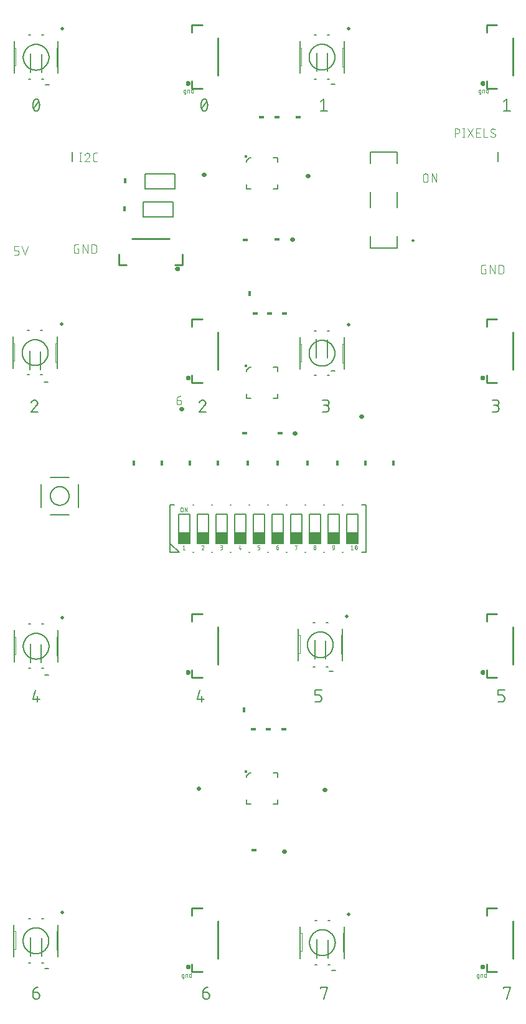
<source format=gto>
G75*
%MOIN*%
%OFA0B0*%
%FSLAX25Y25*%
%IPPOS*%
%LPD*%
%AMOC8*
5,1,8,0,0,1.08239X$1,22.5*
%
%ADD10C,0.00400*%
%ADD11C,0.00200*%
%ADD12C,0.00600*%
%ADD13C,0.01000*%
%ADD14C,0.01600*%
%ADD15C,0.00800*%
%ADD16R,0.05906X0.05906*%
%ADD17C,0.01649*%
%ADD18C,0.02200*%
%ADD19R,0.03000X0.01800*%
%ADD20R,0.01800X0.03000*%
%ADD21C,0.00500*%
%ADD22C,0.00787*%
%ADD23C,0.01969*%
D10*
X0143794Y0401271D02*
X0143794Y0402549D01*
X0145327Y0402549D01*
X0143794Y0402549D02*
X0143796Y0402638D01*
X0143802Y0402727D01*
X0143811Y0402816D01*
X0143825Y0402904D01*
X0143842Y0402991D01*
X0143864Y0403078D01*
X0143889Y0403164D01*
X0143917Y0403248D01*
X0143950Y0403331D01*
X0143986Y0403413D01*
X0144025Y0403493D01*
X0144068Y0403571D01*
X0144114Y0403647D01*
X0144164Y0403721D01*
X0144216Y0403793D01*
X0144272Y0403863D01*
X0144331Y0403930D01*
X0144393Y0403994D01*
X0144457Y0404056D01*
X0144524Y0404115D01*
X0144594Y0404171D01*
X0144666Y0404223D01*
X0144740Y0404273D01*
X0144816Y0404319D01*
X0144894Y0404362D01*
X0144974Y0404401D01*
X0145056Y0404437D01*
X0145139Y0404470D01*
X0145223Y0404498D01*
X0145309Y0404523D01*
X0145396Y0404545D01*
X0145483Y0404562D01*
X0145571Y0404576D01*
X0145660Y0404585D01*
X0145749Y0404591D01*
X0145838Y0404593D01*
X0145327Y0402549D02*
X0145389Y0402547D01*
X0145450Y0402542D01*
X0145511Y0402532D01*
X0145572Y0402519D01*
X0145631Y0402503D01*
X0145689Y0402483D01*
X0145746Y0402459D01*
X0145802Y0402432D01*
X0145856Y0402402D01*
X0145908Y0402368D01*
X0145957Y0402332D01*
X0146005Y0402292D01*
X0146050Y0402250D01*
X0146092Y0402205D01*
X0146132Y0402157D01*
X0146168Y0402108D01*
X0146202Y0402056D01*
X0146232Y0402002D01*
X0146259Y0401946D01*
X0146283Y0401889D01*
X0146303Y0401831D01*
X0146319Y0401772D01*
X0146332Y0401711D01*
X0146342Y0401650D01*
X0146347Y0401589D01*
X0146349Y0401527D01*
X0146349Y0401271D01*
X0146347Y0401201D01*
X0146341Y0401130D01*
X0146332Y0401061D01*
X0146318Y0400992D01*
X0146301Y0400923D01*
X0146280Y0400856D01*
X0146255Y0400790D01*
X0146227Y0400726D01*
X0146195Y0400663D01*
X0146160Y0400602D01*
X0146121Y0400543D01*
X0146080Y0400486D01*
X0146035Y0400432D01*
X0145987Y0400380D01*
X0145937Y0400331D01*
X0145883Y0400284D01*
X0145828Y0400241D01*
X0145770Y0400201D01*
X0145710Y0400164D01*
X0145648Y0400131D01*
X0145584Y0400101D01*
X0145519Y0400074D01*
X0145453Y0400051D01*
X0145385Y0400032D01*
X0145316Y0400017D01*
X0145247Y0400005D01*
X0145177Y0399997D01*
X0145106Y0399993D01*
X0145036Y0399993D01*
X0144965Y0399997D01*
X0144895Y0400005D01*
X0144826Y0400017D01*
X0144757Y0400032D01*
X0144689Y0400051D01*
X0144623Y0400074D01*
X0144558Y0400101D01*
X0144494Y0400131D01*
X0144432Y0400164D01*
X0144372Y0400201D01*
X0144314Y0400241D01*
X0144259Y0400284D01*
X0144205Y0400331D01*
X0144155Y0400380D01*
X0144107Y0400432D01*
X0144062Y0400486D01*
X0144021Y0400543D01*
X0143982Y0400602D01*
X0143947Y0400663D01*
X0143915Y0400726D01*
X0143887Y0400790D01*
X0143862Y0400856D01*
X0143841Y0400923D01*
X0143824Y0400992D01*
X0143810Y0401061D01*
X0143801Y0401130D01*
X0143795Y0401201D01*
X0143793Y0401271D01*
X0099671Y0480994D02*
X0098394Y0480994D01*
X0098394Y0485594D01*
X0099671Y0485594D01*
X0099740Y0485592D01*
X0099809Y0485587D01*
X0099878Y0485577D01*
X0099946Y0485564D01*
X0100013Y0485547D01*
X0100079Y0485527D01*
X0100144Y0485503D01*
X0100208Y0485476D01*
X0100270Y0485445D01*
X0100330Y0485411D01*
X0100388Y0485374D01*
X0100444Y0485333D01*
X0100498Y0485290D01*
X0100550Y0485244D01*
X0100599Y0485195D01*
X0100645Y0485143D01*
X0100688Y0485089D01*
X0100729Y0485033D01*
X0100766Y0484975D01*
X0100800Y0484915D01*
X0100831Y0484853D01*
X0100858Y0484789D01*
X0100882Y0484724D01*
X0100902Y0484658D01*
X0100919Y0484591D01*
X0100932Y0484523D01*
X0100942Y0484454D01*
X0100947Y0484385D01*
X0100949Y0484316D01*
X0100949Y0482271D01*
X0100947Y0482202D01*
X0100942Y0482133D01*
X0100932Y0482064D01*
X0100919Y0481996D01*
X0100902Y0481929D01*
X0100882Y0481863D01*
X0100858Y0481798D01*
X0100831Y0481734D01*
X0100800Y0481672D01*
X0100766Y0481612D01*
X0100729Y0481554D01*
X0100688Y0481498D01*
X0100645Y0481444D01*
X0100599Y0481392D01*
X0100550Y0481343D01*
X0100498Y0481297D01*
X0100444Y0481254D01*
X0100388Y0481213D01*
X0100330Y0481176D01*
X0100270Y0481142D01*
X0100208Y0481111D01*
X0100144Y0481084D01*
X0100079Y0481060D01*
X0100013Y0481040D01*
X0099946Y0481023D01*
X0099878Y0481010D01*
X0099809Y0481000D01*
X0099740Y0480995D01*
X0099671Y0480993D01*
X0096149Y0480994D02*
X0096149Y0485594D01*
X0093594Y0485594D02*
X0093594Y0480994D01*
X0091349Y0480994D02*
X0089816Y0480994D01*
X0089754Y0480996D01*
X0089693Y0481001D01*
X0089632Y0481011D01*
X0089571Y0481024D01*
X0089512Y0481040D01*
X0089454Y0481060D01*
X0089397Y0481084D01*
X0089341Y0481111D01*
X0089287Y0481141D01*
X0089235Y0481175D01*
X0089186Y0481211D01*
X0089138Y0481251D01*
X0089093Y0481293D01*
X0089051Y0481338D01*
X0089011Y0481386D01*
X0088975Y0481435D01*
X0088941Y0481487D01*
X0088911Y0481541D01*
X0088884Y0481597D01*
X0088860Y0481654D01*
X0088840Y0481712D01*
X0088824Y0481771D01*
X0088811Y0481832D01*
X0088801Y0481893D01*
X0088796Y0481954D01*
X0088794Y0482016D01*
X0088794Y0484571D01*
X0088796Y0484633D01*
X0088801Y0484694D01*
X0088811Y0484755D01*
X0088824Y0484816D01*
X0088840Y0484875D01*
X0088860Y0484933D01*
X0088884Y0484990D01*
X0088911Y0485046D01*
X0088941Y0485100D01*
X0088975Y0485152D01*
X0089011Y0485201D01*
X0089051Y0485249D01*
X0089093Y0485294D01*
X0089138Y0485336D01*
X0089186Y0485375D01*
X0089235Y0485412D01*
X0089287Y0485446D01*
X0089341Y0485476D01*
X0089397Y0485503D01*
X0089454Y0485527D01*
X0089512Y0485547D01*
X0089571Y0485563D01*
X0089632Y0485576D01*
X0089693Y0485586D01*
X0089754Y0485591D01*
X0089816Y0485593D01*
X0089816Y0485594D02*
X0091349Y0485594D01*
X0091349Y0483549D02*
X0090583Y0483549D01*
X0091349Y0483549D02*
X0091349Y0480994D01*
X0096149Y0480994D02*
X0093594Y0485594D01*
X0092816Y0529994D02*
X0091794Y0529994D01*
X0092305Y0529994D02*
X0092305Y0534594D01*
X0091794Y0534594D02*
X0092816Y0534594D01*
X0096799Y0532550D02*
X0096846Y0532597D01*
X0096890Y0532647D01*
X0096932Y0532699D01*
X0096971Y0532753D01*
X0097006Y0532809D01*
X0097039Y0532867D01*
X0097069Y0532927D01*
X0097095Y0532988D01*
X0097118Y0533051D01*
X0097137Y0533115D01*
X0097153Y0533179D01*
X0097166Y0533245D01*
X0097175Y0533311D01*
X0097180Y0533377D01*
X0097182Y0533444D01*
X0096799Y0532549D02*
X0094627Y0529994D01*
X0097183Y0529994D01*
X0099114Y0531016D02*
X0099114Y0533571D01*
X0099116Y0533633D01*
X0099121Y0533694D01*
X0099131Y0533755D01*
X0099144Y0533816D01*
X0099160Y0533875D01*
X0099180Y0533933D01*
X0099204Y0533990D01*
X0099231Y0534046D01*
X0099261Y0534100D01*
X0099295Y0534152D01*
X0099331Y0534201D01*
X0099371Y0534249D01*
X0099413Y0534294D01*
X0099458Y0534336D01*
X0099506Y0534375D01*
X0099555Y0534412D01*
X0099607Y0534446D01*
X0099661Y0534476D01*
X0099717Y0534503D01*
X0099774Y0534527D01*
X0099832Y0534547D01*
X0099891Y0534563D01*
X0099952Y0534576D01*
X0100013Y0534586D01*
X0100074Y0534591D01*
X0100136Y0534593D01*
X0100136Y0534594D02*
X0101158Y0534594D01*
X0099114Y0531016D02*
X0099116Y0530954D01*
X0099121Y0530893D01*
X0099131Y0530832D01*
X0099144Y0530771D01*
X0099160Y0530712D01*
X0099180Y0530654D01*
X0099204Y0530597D01*
X0099231Y0530541D01*
X0099261Y0530487D01*
X0099295Y0530435D01*
X0099331Y0530386D01*
X0099371Y0530338D01*
X0099413Y0530293D01*
X0099458Y0530251D01*
X0099506Y0530211D01*
X0099555Y0530175D01*
X0099607Y0530141D01*
X0099661Y0530111D01*
X0099717Y0530084D01*
X0099774Y0530060D01*
X0099832Y0530040D01*
X0099891Y0530024D01*
X0099952Y0530011D01*
X0100013Y0530001D01*
X0100074Y0529996D01*
X0100136Y0529994D01*
X0101158Y0529994D01*
X0096033Y0534593D02*
X0095959Y0534591D01*
X0095885Y0534586D01*
X0095811Y0534576D01*
X0095738Y0534563D01*
X0095665Y0534547D01*
X0095594Y0534526D01*
X0095524Y0534502D01*
X0095455Y0534475D01*
X0095387Y0534444D01*
X0095321Y0534410D01*
X0095257Y0534373D01*
X0095195Y0534332D01*
X0095135Y0534288D01*
X0095077Y0534242D01*
X0095021Y0534192D01*
X0094968Y0534140D01*
X0094918Y0534085D01*
X0094871Y0534028D01*
X0094827Y0533968D01*
X0094785Y0533906D01*
X0094747Y0533843D01*
X0094712Y0533777D01*
X0094681Y0533710D01*
X0094653Y0533641D01*
X0094628Y0533571D01*
X0096033Y0534594D02*
X0096100Y0534592D01*
X0096167Y0534586D01*
X0096233Y0534577D01*
X0096298Y0534563D01*
X0096363Y0534546D01*
X0096426Y0534525D01*
X0096488Y0534500D01*
X0096549Y0534472D01*
X0096608Y0534440D01*
X0096665Y0534405D01*
X0096720Y0534366D01*
X0096772Y0534325D01*
X0096822Y0534280D01*
X0096869Y0534233D01*
X0096914Y0534183D01*
X0096955Y0534131D01*
X0096994Y0534076D01*
X0097029Y0534019D01*
X0097061Y0533960D01*
X0097089Y0533899D01*
X0097114Y0533837D01*
X0097135Y0533774D01*
X0097152Y0533709D01*
X0097166Y0533644D01*
X0097175Y0533578D01*
X0097181Y0533511D01*
X0097183Y0533444D01*
X0064105Y0484594D02*
X0062571Y0479994D01*
X0061038Y0484594D01*
X0059349Y0484594D02*
X0056794Y0484594D01*
X0056794Y0482549D01*
X0058327Y0482549D01*
X0058389Y0482547D01*
X0058450Y0482542D01*
X0058511Y0482532D01*
X0058572Y0482519D01*
X0058631Y0482503D01*
X0058689Y0482483D01*
X0058746Y0482459D01*
X0058802Y0482432D01*
X0058856Y0482402D01*
X0058908Y0482368D01*
X0058957Y0482332D01*
X0059005Y0482292D01*
X0059050Y0482250D01*
X0059092Y0482205D01*
X0059132Y0482157D01*
X0059168Y0482108D01*
X0059202Y0482056D01*
X0059232Y0482002D01*
X0059259Y0481946D01*
X0059283Y0481889D01*
X0059303Y0481831D01*
X0059319Y0481772D01*
X0059332Y0481711D01*
X0059342Y0481650D01*
X0059347Y0481589D01*
X0059349Y0481527D01*
X0059349Y0481016D01*
X0059347Y0480954D01*
X0059342Y0480893D01*
X0059332Y0480832D01*
X0059319Y0480771D01*
X0059303Y0480712D01*
X0059283Y0480654D01*
X0059259Y0480597D01*
X0059232Y0480541D01*
X0059202Y0480487D01*
X0059168Y0480435D01*
X0059132Y0480386D01*
X0059092Y0480338D01*
X0059050Y0480293D01*
X0059005Y0480251D01*
X0058957Y0480211D01*
X0058908Y0480175D01*
X0058856Y0480141D01*
X0058802Y0480111D01*
X0058746Y0480084D01*
X0058689Y0480060D01*
X0058631Y0480040D01*
X0058572Y0480024D01*
X0058511Y0480011D01*
X0058450Y0480001D01*
X0058389Y0479996D01*
X0058327Y0479994D01*
X0056794Y0479994D01*
X0275794Y0520271D02*
X0275794Y0522316D01*
X0275793Y0522316D02*
X0275795Y0522386D01*
X0275801Y0522457D01*
X0275810Y0522526D01*
X0275824Y0522595D01*
X0275841Y0522664D01*
X0275862Y0522731D01*
X0275887Y0522797D01*
X0275915Y0522861D01*
X0275947Y0522924D01*
X0275982Y0522985D01*
X0276021Y0523044D01*
X0276062Y0523101D01*
X0276107Y0523155D01*
X0276155Y0523207D01*
X0276205Y0523256D01*
X0276259Y0523303D01*
X0276314Y0523346D01*
X0276372Y0523386D01*
X0276432Y0523423D01*
X0276494Y0523456D01*
X0276558Y0523486D01*
X0276623Y0523513D01*
X0276689Y0523536D01*
X0276757Y0523555D01*
X0276826Y0523570D01*
X0276895Y0523582D01*
X0276965Y0523590D01*
X0277036Y0523594D01*
X0277106Y0523594D01*
X0277177Y0523590D01*
X0277247Y0523582D01*
X0277316Y0523570D01*
X0277385Y0523555D01*
X0277453Y0523536D01*
X0277519Y0523513D01*
X0277584Y0523486D01*
X0277648Y0523456D01*
X0277710Y0523423D01*
X0277770Y0523386D01*
X0277828Y0523346D01*
X0277883Y0523303D01*
X0277937Y0523256D01*
X0277987Y0523207D01*
X0278035Y0523155D01*
X0278080Y0523101D01*
X0278121Y0523044D01*
X0278160Y0522985D01*
X0278195Y0522924D01*
X0278227Y0522861D01*
X0278255Y0522797D01*
X0278280Y0522731D01*
X0278301Y0522664D01*
X0278318Y0522595D01*
X0278332Y0522526D01*
X0278341Y0522457D01*
X0278347Y0522386D01*
X0278349Y0522316D01*
X0278349Y0520271D01*
X0278347Y0520201D01*
X0278341Y0520130D01*
X0278332Y0520061D01*
X0278318Y0519992D01*
X0278301Y0519923D01*
X0278280Y0519856D01*
X0278255Y0519790D01*
X0278227Y0519726D01*
X0278195Y0519663D01*
X0278160Y0519602D01*
X0278121Y0519543D01*
X0278080Y0519486D01*
X0278035Y0519432D01*
X0277987Y0519380D01*
X0277937Y0519331D01*
X0277883Y0519284D01*
X0277828Y0519241D01*
X0277770Y0519201D01*
X0277710Y0519164D01*
X0277648Y0519131D01*
X0277584Y0519101D01*
X0277519Y0519074D01*
X0277453Y0519051D01*
X0277385Y0519032D01*
X0277316Y0519017D01*
X0277247Y0519005D01*
X0277177Y0518997D01*
X0277106Y0518993D01*
X0277036Y0518993D01*
X0276965Y0518997D01*
X0276895Y0519005D01*
X0276826Y0519017D01*
X0276757Y0519032D01*
X0276689Y0519051D01*
X0276623Y0519074D01*
X0276558Y0519101D01*
X0276494Y0519131D01*
X0276432Y0519164D01*
X0276372Y0519201D01*
X0276314Y0519241D01*
X0276259Y0519284D01*
X0276205Y0519331D01*
X0276155Y0519380D01*
X0276107Y0519432D01*
X0276062Y0519486D01*
X0276021Y0519543D01*
X0275982Y0519602D01*
X0275947Y0519663D01*
X0275915Y0519726D01*
X0275887Y0519790D01*
X0275862Y0519856D01*
X0275841Y0519923D01*
X0275824Y0519992D01*
X0275810Y0520061D01*
X0275801Y0520130D01*
X0275795Y0520201D01*
X0275793Y0520271D01*
X0280444Y0518994D02*
X0280444Y0523594D01*
X0282999Y0518994D01*
X0282999Y0523594D01*
X0292794Y0542994D02*
X0292794Y0547594D01*
X0294071Y0547594D01*
X0294141Y0547592D01*
X0294212Y0547586D01*
X0294281Y0547577D01*
X0294350Y0547563D01*
X0294419Y0547546D01*
X0294486Y0547525D01*
X0294552Y0547500D01*
X0294616Y0547472D01*
X0294679Y0547440D01*
X0294740Y0547405D01*
X0294799Y0547366D01*
X0294856Y0547325D01*
X0294910Y0547280D01*
X0294962Y0547232D01*
X0295011Y0547182D01*
X0295058Y0547128D01*
X0295101Y0547073D01*
X0295141Y0547015D01*
X0295178Y0546955D01*
X0295211Y0546893D01*
X0295241Y0546829D01*
X0295268Y0546764D01*
X0295291Y0546698D01*
X0295310Y0546630D01*
X0295325Y0546561D01*
X0295337Y0546492D01*
X0295345Y0546422D01*
X0295349Y0546351D01*
X0295349Y0546281D01*
X0295345Y0546210D01*
X0295337Y0546140D01*
X0295325Y0546071D01*
X0295310Y0546002D01*
X0295291Y0545934D01*
X0295268Y0545868D01*
X0295241Y0545803D01*
X0295211Y0545739D01*
X0295178Y0545677D01*
X0295141Y0545617D01*
X0295101Y0545559D01*
X0295058Y0545504D01*
X0295011Y0545450D01*
X0294962Y0545400D01*
X0294910Y0545352D01*
X0294856Y0545307D01*
X0294799Y0545266D01*
X0294740Y0545227D01*
X0294679Y0545192D01*
X0294616Y0545160D01*
X0294552Y0545132D01*
X0294486Y0545107D01*
X0294419Y0545086D01*
X0294350Y0545069D01*
X0294281Y0545055D01*
X0294212Y0545046D01*
X0294141Y0545040D01*
X0294071Y0545038D01*
X0292794Y0545038D01*
X0296944Y0542994D02*
X0297966Y0542994D01*
X0297455Y0542994D02*
X0297455Y0547594D01*
X0296944Y0547594D02*
X0297966Y0547594D01*
X0299521Y0547594D02*
X0302588Y0542994D01*
X0304436Y0542994D02*
X0304436Y0547594D01*
X0306480Y0547594D01*
X0308336Y0547594D02*
X0308336Y0542994D01*
X0310380Y0542994D01*
X0313971Y0544910D02*
X0314025Y0544876D01*
X0314076Y0544839D01*
X0314125Y0544799D01*
X0314172Y0544756D01*
X0314215Y0544710D01*
X0314256Y0544662D01*
X0314294Y0544611D01*
X0314329Y0544558D01*
X0314361Y0544503D01*
X0314389Y0544446D01*
X0314413Y0544388D01*
X0314434Y0544328D01*
X0314451Y0544267D01*
X0314465Y0544205D01*
X0314474Y0544142D01*
X0314480Y0544079D01*
X0314482Y0544016D01*
X0314480Y0543954D01*
X0314475Y0543893D01*
X0314465Y0543832D01*
X0314452Y0543771D01*
X0314436Y0543712D01*
X0314416Y0543654D01*
X0314392Y0543597D01*
X0314365Y0543541D01*
X0314335Y0543487D01*
X0314301Y0543435D01*
X0314265Y0543386D01*
X0314225Y0543338D01*
X0314183Y0543293D01*
X0314138Y0543251D01*
X0314090Y0543211D01*
X0314041Y0543175D01*
X0313989Y0543141D01*
X0313935Y0543111D01*
X0313879Y0543084D01*
X0313822Y0543060D01*
X0313764Y0543040D01*
X0313705Y0543024D01*
X0313644Y0543011D01*
X0313583Y0543001D01*
X0313522Y0542996D01*
X0313460Y0542994D01*
X0313971Y0544910D02*
X0312566Y0545677D01*
X0313077Y0547594D02*
X0313159Y0547592D01*
X0313241Y0547587D01*
X0313323Y0547578D01*
X0313404Y0547566D01*
X0313485Y0547550D01*
X0313565Y0547531D01*
X0313644Y0547508D01*
X0313722Y0547482D01*
X0313799Y0547453D01*
X0313874Y0547420D01*
X0313948Y0547384D01*
X0314021Y0547346D01*
X0314092Y0547304D01*
X0314160Y0547259D01*
X0314227Y0547211D01*
X0312566Y0545677D02*
X0312512Y0545711D01*
X0312461Y0545748D01*
X0312412Y0545788D01*
X0312365Y0545831D01*
X0312322Y0545877D01*
X0312281Y0545925D01*
X0312243Y0545976D01*
X0312208Y0546029D01*
X0312176Y0546084D01*
X0312148Y0546141D01*
X0312124Y0546199D01*
X0312103Y0546259D01*
X0312086Y0546320D01*
X0312072Y0546382D01*
X0312063Y0546445D01*
X0312057Y0546508D01*
X0312055Y0546571D01*
X0312057Y0546633D01*
X0312062Y0546694D01*
X0312072Y0546755D01*
X0312085Y0546816D01*
X0312101Y0546875D01*
X0312121Y0546933D01*
X0312145Y0546990D01*
X0312172Y0547046D01*
X0312202Y0547100D01*
X0312236Y0547152D01*
X0312273Y0547201D01*
X0312312Y0547249D01*
X0312354Y0547294D01*
X0312399Y0547336D01*
X0312447Y0547376D01*
X0312496Y0547412D01*
X0312548Y0547446D01*
X0312602Y0547476D01*
X0312658Y0547503D01*
X0312715Y0547527D01*
X0312773Y0547547D01*
X0312832Y0547563D01*
X0312893Y0547576D01*
X0312954Y0547586D01*
X0313015Y0547591D01*
X0313077Y0547593D01*
X0311927Y0543633D02*
X0311991Y0543570D01*
X0312059Y0543511D01*
X0312128Y0543454D01*
X0312200Y0543400D01*
X0312274Y0543349D01*
X0312350Y0543301D01*
X0312427Y0543257D01*
X0312507Y0543216D01*
X0312588Y0543178D01*
X0312671Y0543143D01*
X0312755Y0543112D01*
X0312841Y0543085D01*
X0312927Y0543061D01*
X0313015Y0543040D01*
X0313103Y0543024D01*
X0313192Y0543011D01*
X0313281Y0543001D01*
X0313370Y0542996D01*
X0313460Y0542994D01*
X0306480Y0542994D02*
X0304436Y0542994D01*
X0304436Y0545549D02*
X0305969Y0545549D01*
X0302588Y0547594D02*
X0299521Y0542994D01*
X0307816Y0474594D02*
X0309349Y0474594D01*
X0307816Y0474593D02*
X0307754Y0474591D01*
X0307693Y0474586D01*
X0307632Y0474576D01*
X0307571Y0474563D01*
X0307512Y0474547D01*
X0307454Y0474527D01*
X0307397Y0474503D01*
X0307341Y0474476D01*
X0307287Y0474446D01*
X0307235Y0474412D01*
X0307186Y0474375D01*
X0307138Y0474336D01*
X0307093Y0474294D01*
X0307051Y0474249D01*
X0307011Y0474201D01*
X0306975Y0474152D01*
X0306941Y0474100D01*
X0306911Y0474046D01*
X0306884Y0473990D01*
X0306860Y0473933D01*
X0306840Y0473875D01*
X0306824Y0473816D01*
X0306811Y0473755D01*
X0306801Y0473694D01*
X0306796Y0473633D01*
X0306794Y0473571D01*
X0306794Y0471016D01*
X0306796Y0470954D01*
X0306801Y0470893D01*
X0306811Y0470832D01*
X0306824Y0470771D01*
X0306840Y0470712D01*
X0306860Y0470654D01*
X0306884Y0470597D01*
X0306911Y0470541D01*
X0306941Y0470487D01*
X0306975Y0470435D01*
X0307011Y0470386D01*
X0307051Y0470338D01*
X0307093Y0470293D01*
X0307138Y0470251D01*
X0307186Y0470211D01*
X0307235Y0470175D01*
X0307287Y0470141D01*
X0307341Y0470111D01*
X0307397Y0470084D01*
X0307454Y0470060D01*
X0307512Y0470040D01*
X0307571Y0470024D01*
X0307632Y0470011D01*
X0307693Y0470001D01*
X0307754Y0469996D01*
X0307816Y0469994D01*
X0309349Y0469994D01*
X0309349Y0472549D01*
X0308583Y0472549D01*
X0311594Y0474594D02*
X0314149Y0469994D01*
X0314149Y0474594D01*
X0316394Y0474594D02*
X0316394Y0469994D01*
X0317671Y0469994D01*
X0317671Y0469993D02*
X0317740Y0469995D01*
X0317809Y0470000D01*
X0317878Y0470010D01*
X0317946Y0470023D01*
X0318013Y0470040D01*
X0318079Y0470060D01*
X0318144Y0470084D01*
X0318208Y0470111D01*
X0318270Y0470142D01*
X0318330Y0470176D01*
X0318388Y0470213D01*
X0318444Y0470254D01*
X0318498Y0470297D01*
X0318550Y0470343D01*
X0318599Y0470392D01*
X0318645Y0470444D01*
X0318688Y0470498D01*
X0318729Y0470554D01*
X0318766Y0470612D01*
X0318800Y0470672D01*
X0318831Y0470734D01*
X0318858Y0470798D01*
X0318882Y0470863D01*
X0318902Y0470929D01*
X0318919Y0470996D01*
X0318932Y0471064D01*
X0318942Y0471133D01*
X0318947Y0471202D01*
X0318949Y0471271D01*
X0318949Y0473316D01*
X0318947Y0473385D01*
X0318942Y0473454D01*
X0318932Y0473523D01*
X0318919Y0473591D01*
X0318902Y0473658D01*
X0318882Y0473724D01*
X0318858Y0473789D01*
X0318831Y0473853D01*
X0318800Y0473915D01*
X0318766Y0473975D01*
X0318729Y0474033D01*
X0318688Y0474089D01*
X0318645Y0474143D01*
X0318599Y0474195D01*
X0318550Y0474244D01*
X0318498Y0474290D01*
X0318444Y0474333D01*
X0318388Y0474374D01*
X0318330Y0474411D01*
X0318270Y0474445D01*
X0318208Y0474476D01*
X0318144Y0474503D01*
X0318079Y0474527D01*
X0318013Y0474547D01*
X0317946Y0474564D01*
X0317878Y0474577D01*
X0317809Y0474587D01*
X0317740Y0474592D01*
X0317671Y0474594D01*
X0316394Y0474594D01*
X0311594Y0474594D02*
X0311594Y0469994D01*
D11*
X0306305Y0566160D02*
X0305816Y0566160D01*
X0306305Y0566160D02*
X0306341Y0566162D01*
X0306377Y0566167D01*
X0306412Y0566176D01*
X0306445Y0566188D01*
X0306478Y0566203D01*
X0306509Y0566222D01*
X0306538Y0566243D01*
X0306565Y0566268D01*
X0306589Y0566294D01*
X0306610Y0566323D01*
X0306629Y0566354D01*
X0306644Y0566387D01*
X0306656Y0566420D01*
X0306665Y0566455D01*
X0306670Y0566491D01*
X0306672Y0566527D01*
X0306671Y0566527D02*
X0306671Y0568360D01*
X0306060Y0568360D01*
X0306060Y0568361D02*
X0306024Y0568359D01*
X0305988Y0568354D01*
X0305953Y0568345D01*
X0305920Y0568333D01*
X0305887Y0568318D01*
X0305856Y0568299D01*
X0305827Y0568278D01*
X0305800Y0568254D01*
X0305776Y0568227D01*
X0305755Y0568198D01*
X0305736Y0568167D01*
X0305721Y0568134D01*
X0305709Y0568101D01*
X0305700Y0568066D01*
X0305695Y0568030D01*
X0305693Y0567994D01*
X0305694Y0567994D02*
X0305694Y0567260D01*
X0305693Y0567260D02*
X0305695Y0567224D01*
X0305700Y0567188D01*
X0305709Y0567153D01*
X0305721Y0567120D01*
X0305736Y0567087D01*
X0305755Y0567056D01*
X0305776Y0567027D01*
X0305800Y0567000D01*
X0305827Y0566976D01*
X0305856Y0566955D01*
X0305887Y0566936D01*
X0305920Y0566921D01*
X0305953Y0566909D01*
X0305988Y0566900D01*
X0306024Y0566895D01*
X0306060Y0566893D01*
X0306060Y0566894D02*
X0306671Y0566894D01*
X0307721Y0566894D02*
X0307721Y0568360D01*
X0308332Y0568360D01*
X0308332Y0568361D02*
X0308368Y0568359D01*
X0308404Y0568354D01*
X0308439Y0568345D01*
X0308472Y0568333D01*
X0308505Y0568318D01*
X0308536Y0568299D01*
X0308565Y0568278D01*
X0308592Y0568254D01*
X0308616Y0568227D01*
X0308637Y0568198D01*
X0308656Y0568167D01*
X0308671Y0568134D01*
X0308683Y0568101D01*
X0308692Y0568066D01*
X0308697Y0568030D01*
X0308699Y0567994D01*
X0308699Y0566894D01*
X0309654Y0567260D02*
X0309654Y0567994D01*
X0309653Y0567994D02*
X0309655Y0568030D01*
X0309660Y0568066D01*
X0309669Y0568101D01*
X0309681Y0568134D01*
X0309696Y0568167D01*
X0309715Y0568198D01*
X0309736Y0568227D01*
X0309760Y0568254D01*
X0309787Y0568278D01*
X0309816Y0568299D01*
X0309847Y0568318D01*
X0309880Y0568333D01*
X0309913Y0568345D01*
X0309948Y0568354D01*
X0309984Y0568359D01*
X0310020Y0568361D01*
X0310020Y0568360D02*
X0310631Y0568360D01*
X0310631Y0569094D02*
X0310631Y0566894D01*
X0310020Y0566894D01*
X0310020Y0566893D02*
X0309984Y0566895D01*
X0309948Y0566900D01*
X0309913Y0566909D01*
X0309880Y0566921D01*
X0309847Y0566936D01*
X0309816Y0566955D01*
X0309787Y0566976D01*
X0309760Y0567000D01*
X0309736Y0567027D01*
X0309715Y0567056D01*
X0309696Y0567087D01*
X0309681Y0567120D01*
X0309669Y0567153D01*
X0309660Y0567188D01*
X0309655Y0567224D01*
X0309653Y0567260D01*
X0233505Y0580894D02*
X0232694Y0580894D01*
X0232694Y0590894D01*
X0233505Y0590894D01*
X0210694Y0590894D02*
X0210694Y0581394D01*
X0209883Y0581394D01*
X0209883Y0590894D02*
X0210694Y0590894D01*
X0152631Y0569094D02*
X0152631Y0566894D01*
X0152020Y0566894D01*
X0152020Y0566893D02*
X0151984Y0566895D01*
X0151948Y0566900D01*
X0151913Y0566909D01*
X0151880Y0566921D01*
X0151847Y0566936D01*
X0151816Y0566955D01*
X0151787Y0566976D01*
X0151760Y0567000D01*
X0151736Y0567027D01*
X0151715Y0567056D01*
X0151696Y0567087D01*
X0151681Y0567120D01*
X0151669Y0567153D01*
X0151660Y0567188D01*
X0151655Y0567224D01*
X0151653Y0567260D01*
X0151654Y0567260D02*
X0151654Y0567994D01*
X0151653Y0567994D02*
X0151655Y0568030D01*
X0151660Y0568066D01*
X0151669Y0568101D01*
X0151681Y0568134D01*
X0151696Y0568167D01*
X0151715Y0568198D01*
X0151736Y0568227D01*
X0151760Y0568254D01*
X0151787Y0568278D01*
X0151816Y0568299D01*
X0151847Y0568318D01*
X0151880Y0568333D01*
X0151913Y0568345D01*
X0151948Y0568354D01*
X0151984Y0568359D01*
X0152020Y0568361D01*
X0152020Y0568360D02*
X0152631Y0568360D01*
X0150699Y0567994D02*
X0150699Y0566894D01*
X0149721Y0566894D02*
X0149721Y0568360D01*
X0150332Y0568360D01*
X0150332Y0568361D02*
X0150368Y0568359D01*
X0150404Y0568354D01*
X0150439Y0568345D01*
X0150472Y0568333D01*
X0150505Y0568318D01*
X0150536Y0568299D01*
X0150565Y0568278D01*
X0150592Y0568254D01*
X0150616Y0568227D01*
X0150637Y0568198D01*
X0150656Y0568167D01*
X0150671Y0568134D01*
X0150683Y0568101D01*
X0150692Y0568066D01*
X0150697Y0568030D01*
X0150699Y0567994D01*
X0148671Y0568360D02*
X0148671Y0566527D01*
X0148672Y0566527D02*
X0148670Y0566491D01*
X0148665Y0566455D01*
X0148656Y0566420D01*
X0148644Y0566387D01*
X0148629Y0566354D01*
X0148610Y0566323D01*
X0148589Y0566294D01*
X0148565Y0566268D01*
X0148538Y0566243D01*
X0148509Y0566222D01*
X0148478Y0566203D01*
X0148445Y0566188D01*
X0148412Y0566176D01*
X0148377Y0566167D01*
X0148341Y0566162D01*
X0148305Y0566160D01*
X0147816Y0566160D01*
X0148060Y0566894D02*
X0148671Y0566894D01*
X0148060Y0566893D02*
X0148024Y0566895D01*
X0147988Y0566900D01*
X0147953Y0566909D01*
X0147920Y0566921D01*
X0147887Y0566936D01*
X0147856Y0566955D01*
X0147827Y0566976D01*
X0147800Y0567000D01*
X0147776Y0567027D01*
X0147755Y0567056D01*
X0147736Y0567087D01*
X0147721Y0567120D01*
X0147709Y0567153D01*
X0147700Y0567188D01*
X0147695Y0567224D01*
X0147693Y0567260D01*
X0147694Y0567260D02*
X0147694Y0567994D01*
X0147693Y0567994D02*
X0147695Y0568030D01*
X0147700Y0568066D01*
X0147709Y0568101D01*
X0147721Y0568134D01*
X0147736Y0568167D01*
X0147755Y0568198D01*
X0147776Y0568227D01*
X0147800Y0568254D01*
X0147827Y0568278D01*
X0147856Y0568299D01*
X0147887Y0568318D01*
X0147920Y0568333D01*
X0147953Y0568345D01*
X0147988Y0568354D01*
X0148024Y0568359D01*
X0148060Y0568361D01*
X0148060Y0568360D02*
X0148671Y0568360D01*
X0080405Y0580794D02*
X0079594Y0580794D01*
X0079594Y0590794D01*
X0080405Y0590794D01*
X0057594Y0590794D02*
X0057594Y0581294D01*
X0056783Y0581294D01*
X0056783Y0590794D02*
X0057594Y0590794D01*
X0057094Y0432861D02*
X0056283Y0432861D01*
X0057094Y0432861D02*
X0057094Y0423361D01*
X0056283Y0423361D01*
X0079094Y0422861D02*
X0079905Y0422861D01*
X0079094Y0422861D02*
X0079094Y0432861D01*
X0079905Y0432861D01*
X0145968Y0344319D02*
X0145968Y0343341D01*
X0145970Y0343293D01*
X0145976Y0343245D01*
X0145985Y0343198D01*
X0145998Y0343152D01*
X0146015Y0343107D01*
X0146035Y0343064D01*
X0146058Y0343022D01*
X0146085Y0342982D01*
X0146114Y0342944D01*
X0146147Y0342909D01*
X0146182Y0342876D01*
X0146220Y0342847D01*
X0146260Y0342820D01*
X0146302Y0342797D01*
X0146345Y0342777D01*
X0146390Y0342760D01*
X0146436Y0342747D01*
X0146483Y0342738D01*
X0146531Y0342732D01*
X0146579Y0342730D01*
X0146627Y0342732D01*
X0146675Y0342738D01*
X0146722Y0342747D01*
X0146768Y0342760D01*
X0146813Y0342777D01*
X0146856Y0342797D01*
X0146898Y0342820D01*
X0146938Y0342847D01*
X0146976Y0342876D01*
X0147011Y0342909D01*
X0147044Y0342944D01*
X0147073Y0342982D01*
X0147100Y0343022D01*
X0147123Y0343064D01*
X0147143Y0343107D01*
X0147160Y0343152D01*
X0147173Y0343198D01*
X0147182Y0343245D01*
X0147188Y0343293D01*
X0147190Y0343341D01*
X0147190Y0344319D01*
X0147188Y0344367D01*
X0147182Y0344415D01*
X0147173Y0344462D01*
X0147160Y0344508D01*
X0147143Y0344553D01*
X0147123Y0344596D01*
X0147100Y0344638D01*
X0147073Y0344678D01*
X0147044Y0344716D01*
X0147011Y0344751D01*
X0146976Y0344784D01*
X0146938Y0344813D01*
X0146898Y0344840D01*
X0146856Y0344863D01*
X0146813Y0344883D01*
X0146768Y0344900D01*
X0146722Y0344913D01*
X0146675Y0344922D01*
X0146627Y0344928D01*
X0146579Y0344930D01*
X0146531Y0344928D01*
X0146483Y0344922D01*
X0146436Y0344913D01*
X0146390Y0344900D01*
X0146345Y0344883D01*
X0146302Y0344863D01*
X0146260Y0344840D01*
X0146220Y0344813D01*
X0146182Y0344784D01*
X0146147Y0344751D01*
X0146114Y0344716D01*
X0146085Y0344678D01*
X0146058Y0344638D01*
X0146035Y0344596D01*
X0146015Y0344553D01*
X0145998Y0344508D01*
X0145985Y0344462D01*
X0145976Y0344415D01*
X0145970Y0344367D01*
X0145968Y0344319D01*
X0148200Y0344930D02*
X0149422Y0342730D01*
X0149422Y0344930D01*
X0148200Y0344930D02*
X0148200Y0342730D01*
X0147760Y0324753D02*
X0147149Y0324264D01*
X0147760Y0324753D02*
X0147760Y0322553D01*
X0147149Y0322553D02*
X0148371Y0322553D01*
X0157149Y0322553D02*
X0158371Y0322553D01*
X0157149Y0322553D02*
X0158188Y0323775D01*
X0157821Y0324753D02*
X0157769Y0324751D01*
X0157717Y0324745D01*
X0157665Y0324736D01*
X0157615Y0324722D01*
X0157565Y0324705D01*
X0157517Y0324684D01*
X0157471Y0324660D01*
X0157427Y0324633D01*
X0157384Y0324602D01*
X0157344Y0324568D01*
X0157307Y0324532D01*
X0157273Y0324492D01*
X0157241Y0324450D01*
X0157213Y0324407D01*
X0157188Y0324361D01*
X0157166Y0324313D01*
X0157148Y0324264D01*
X0158188Y0323775D02*
X0158221Y0323809D01*
X0158251Y0323846D01*
X0158279Y0323886D01*
X0158303Y0323927D01*
X0158323Y0323970D01*
X0158340Y0324015D01*
X0158354Y0324061D01*
X0158363Y0324108D01*
X0158369Y0324155D01*
X0158371Y0324203D01*
X0158369Y0324248D01*
X0158363Y0324294D01*
X0158354Y0324338D01*
X0158341Y0324382D01*
X0158325Y0324424D01*
X0158305Y0324465D01*
X0158281Y0324504D01*
X0158255Y0324541D01*
X0158226Y0324576D01*
X0158194Y0324608D01*
X0158159Y0324637D01*
X0158122Y0324663D01*
X0158083Y0324687D01*
X0158042Y0324707D01*
X0158000Y0324723D01*
X0157956Y0324736D01*
X0157912Y0324745D01*
X0157866Y0324751D01*
X0157821Y0324753D01*
X0167149Y0324753D02*
X0167882Y0324753D01*
X0167925Y0324751D01*
X0167967Y0324746D01*
X0168009Y0324736D01*
X0168049Y0324724D01*
X0168089Y0324707D01*
X0168127Y0324687D01*
X0168162Y0324665D01*
X0168196Y0324639D01*
X0168228Y0324610D01*
X0168257Y0324578D01*
X0168283Y0324544D01*
X0168305Y0324509D01*
X0168325Y0324471D01*
X0168342Y0324431D01*
X0168354Y0324391D01*
X0168364Y0324349D01*
X0168369Y0324307D01*
X0168371Y0324264D01*
X0168369Y0324221D01*
X0168364Y0324179D01*
X0168354Y0324137D01*
X0168342Y0324097D01*
X0168325Y0324057D01*
X0168305Y0324020D01*
X0168283Y0323984D01*
X0168257Y0323950D01*
X0168228Y0323918D01*
X0168196Y0323889D01*
X0168162Y0323863D01*
X0168127Y0323841D01*
X0168089Y0323821D01*
X0168049Y0323804D01*
X0168009Y0323792D01*
X0167967Y0323782D01*
X0167925Y0323777D01*
X0167882Y0323775D01*
X0167393Y0323775D01*
X0167760Y0323775D02*
X0167808Y0323773D01*
X0167856Y0323767D01*
X0167903Y0323758D01*
X0167949Y0323745D01*
X0167994Y0323728D01*
X0168037Y0323708D01*
X0168079Y0323685D01*
X0168119Y0323658D01*
X0168157Y0323629D01*
X0168192Y0323596D01*
X0168225Y0323561D01*
X0168254Y0323523D01*
X0168281Y0323483D01*
X0168304Y0323441D01*
X0168324Y0323398D01*
X0168341Y0323353D01*
X0168354Y0323307D01*
X0168363Y0323260D01*
X0168369Y0323212D01*
X0168371Y0323164D01*
X0168369Y0323116D01*
X0168363Y0323068D01*
X0168354Y0323021D01*
X0168341Y0322975D01*
X0168324Y0322930D01*
X0168304Y0322887D01*
X0168281Y0322845D01*
X0168254Y0322805D01*
X0168225Y0322767D01*
X0168192Y0322732D01*
X0168157Y0322699D01*
X0168119Y0322670D01*
X0168079Y0322643D01*
X0168037Y0322620D01*
X0167994Y0322600D01*
X0167949Y0322583D01*
X0167903Y0322570D01*
X0167856Y0322561D01*
X0167808Y0322555D01*
X0167760Y0322553D01*
X0167149Y0322553D01*
X0177149Y0323042D02*
X0178371Y0323042D01*
X0178004Y0323531D02*
X0178004Y0322553D01*
X0177149Y0323042D02*
X0177638Y0324753D01*
X0187149Y0324753D02*
X0188371Y0324753D01*
X0187882Y0323775D02*
X0187149Y0323775D01*
X0187149Y0324753D01*
X0187882Y0323775D02*
X0187925Y0323773D01*
X0187967Y0323768D01*
X0188009Y0323758D01*
X0188049Y0323746D01*
X0188089Y0323729D01*
X0188127Y0323709D01*
X0188162Y0323687D01*
X0188196Y0323661D01*
X0188228Y0323632D01*
X0188257Y0323600D01*
X0188283Y0323566D01*
X0188305Y0323531D01*
X0188325Y0323493D01*
X0188342Y0323453D01*
X0188354Y0323413D01*
X0188364Y0323371D01*
X0188369Y0323329D01*
X0188371Y0323286D01*
X0188371Y0323042D01*
X0188369Y0322999D01*
X0188364Y0322957D01*
X0188354Y0322915D01*
X0188342Y0322875D01*
X0188325Y0322835D01*
X0188305Y0322797D01*
X0188283Y0322762D01*
X0188257Y0322728D01*
X0188228Y0322696D01*
X0188196Y0322667D01*
X0188162Y0322641D01*
X0188126Y0322619D01*
X0188089Y0322599D01*
X0188049Y0322582D01*
X0188009Y0322570D01*
X0187967Y0322560D01*
X0187925Y0322555D01*
X0187882Y0322553D01*
X0187149Y0322553D01*
X0197149Y0323164D02*
X0197149Y0323775D01*
X0197882Y0323775D01*
X0197149Y0323775D02*
X0197151Y0323836D01*
X0197157Y0323898D01*
X0197166Y0323958D01*
X0197180Y0324018D01*
X0197197Y0324077D01*
X0197218Y0324135D01*
X0197242Y0324191D01*
X0197270Y0324246D01*
X0197301Y0324299D01*
X0197336Y0324350D01*
X0197373Y0324398D01*
X0197414Y0324444D01*
X0197458Y0324488D01*
X0197504Y0324529D01*
X0197552Y0324566D01*
X0197603Y0324601D01*
X0197656Y0324632D01*
X0197711Y0324660D01*
X0197767Y0324684D01*
X0197825Y0324705D01*
X0197884Y0324722D01*
X0197944Y0324736D01*
X0198004Y0324745D01*
X0198066Y0324751D01*
X0198127Y0324753D01*
X0198371Y0323286D02*
X0198371Y0323164D01*
X0198371Y0323286D02*
X0198369Y0323329D01*
X0198364Y0323371D01*
X0198354Y0323413D01*
X0198342Y0323453D01*
X0198325Y0323493D01*
X0198305Y0323531D01*
X0198283Y0323566D01*
X0198257Y0323600D01*
X0198228Y0323632D01*
X0198196Y0323661D01*
X0198162Y0323687D01*
X0198127Y0323709D01*
X0198089Y0323729D01*
X0198049Y0323746D01*
X0198009Y0323758D01*
X0197967Y0323768D01*
X0197925Y0323773D01*
X0197882Y0323775D01*
X0198371Y0323164D02*
X0198369Y0323116D01*
X0198363Y0323068D01*
X0198354Y0323021D01*
X0198341Y0322975D01*
X0198324Y0322930D01*
X0198304Y0322887D01*
X0198281Y0322845D01*
X0198254Y0322805D01*
X0198225Y0322767D01*
X0198192Y0322732D01*
X0198157Y0322699D01*
X0198119Y0322670D01*
X0198079Y0322643D01*
X0198037Y0322620D01*
X0197994Y0322600D01*
X0197949Y0322583D01*
X0197903Y0322570D01*
X0197856Y0322561D01*
X0197808Y0322555D01*
X0197760Y0322553D01*
X0197712Y0322555D01*
X0197664Y0322561D01*
X0197617Y0322570D01*
X0197571Y0322583D01*
X0197526Y0322600D01*
X0197483Y0322620D01*
X0197441Y0322643D01*
X0197401Y0322670D01*
X0197363Y0322699D01*
X0197328Y0322732D01*
X0197295Y0322767D01*
X0197266Y0322805D01*
X0197239Y0322845D01*
X0197216Y0322887D01*
X0197196Y0322930D01*
X0197179Y0322975D01*
X0197166Y0323021D01*
X0197157Y0323068D01*
X0197151Y0323116D01*
X0197149Y0323164D01*
X0207149Y0324508D02*
X0207149Y0324753D01*
X0208371Y0324753D01*
X0207760Y0322553D01*
X0217149Y0323164D02*
X0217151Y0323116D01*
X0217157Y0323068D01*
X0217166Y0323021D01*
X0217179Y0322975D01*
X0217196Y0322930D01*
X0217216Y0322887D01*
X0217239Y0322845D01*
X0217266Y0322805D01*
X0217295Y0322767D01*
X0217328Y0322732D01*
X0217363Y0322699D01*
X0217401Y0322670D01*
X0217441Y0322643D01*
X0217483Y0322620D01*
X0217526Y0322600D01*
X0217571Y0322583D01*
X0217617Y0322570D01*
X0217664Y0322561D01*
X0217712Y0322555D01*
X0217760Y0322553D01*
X0217808Y0322555D01*
X0217856Y0322561D01*
X0217903Y0322570D01*
X0217949Y0322583D01*
X0217994Y0322600D01*
X0218037Y0322620D01*
X0218079Y0322643D01*
X0218119Y0322670D01*
X0218157Y0322699D01*
X0218192Y0322732D01*
X0218225Y0322767D01*
X0218254Y0322805D01*
X0218281Y0322845D01*
X0218304Y0322887D01*
X0218324Y0322930D01*
X0218341Y0322975D01*
X0218354Y0323021D01*
X0218363Y0323068D01*
X0218369Y0323116D01*
X0218371Y0323164D01*
X0218369Y0323212D01*
X0218363Y0323260D01*
X0218354Y0323307D01*
X0218341Y0323353D01*
X0218324Y0323398D01*
X0218304Y0323441D01*
X0218281Y0323483D01*
X0218254Y0323523D01*
X0218225Y0323561D01*
X0218192Y0323596D01*
X0218157Y0323629D01*
X0218119Y0323658D01*
X0218079Y0323685D01*
X0218037Y0323708D01*
X0217994Y0323728D01*
X0217949Y0323745D01*
X0217903Y0323758D01*
X0217856Y0323767D01*
X0217808Y0323773D01*
X0217760Y0323775D01*
X0217712Y0323773D01*
X0217664Y0323767D01*
X0217617Y0323758D01*
X0217571Y0323745D01*
X0217526Y0323728D01*
X0217483Y0323708D01*
X0217441Y0323685D01*
X0217401Y0323658D01*
X0217363Y0323629D01*
X0217328Y0323596D01*
X0217295Y0323561D01*
X0217266Y0323523D01*
X0217239Y0323483D01*
X0217216Y0323441D01*
X0217196Y0323398D01*
X0217179Y0323353D01*
X0217166Y0323307D01*
X0217157Y0323260D01*
X0217151Y0323212D01*
X0217149Y0323164D01*
X0217271Y0324264D02*
X0217273Y0324221D01*
X0217278Y0324179D01*
X0217288Y0324137D01*
X0217300Y0324097D01*
X0217317Y0324057D01*
X0217337Y0324020D01*
X0217359Y0323984D01*
X0217385Y0323950D01*
X0217414Y0323918D01*
X0217446Y0323889D01*
X0217480Y0323863D01*
X0217516Y0323841D01*
X0217553Y0323821D01*
X0217593Y0323804D01*
X0217633Y0323792D01*
X0217675Y0323782D01*
X0217717Y0323777D01*
X0217760Y0323775D01*
X0217803Y0323777D01*
X0217845Y0323782D01*
X0217887Y0323792D01*
X0217927Y0323804D01*
X0217967Y0323821D01*
X0218005Y0323841D01*
X0218040Y0323863D01*
X0218074Y0323889D01*
X0218106Y0323918D01*
X0218135Y0323950D01*
X0218161Y0323984D01*
X0218183Y0324020D01*
X0218203Y0324057D01*
X0218220Y0324097D01*
X0218232Y0324137D01*
X0218242Y0324179D01*
X0218247Y0324221D01*
X0218249Y0324264D01*
X0218247Y0324307D01*
X0218242Y0324349D01*
X0218232Y0324391D01*
X0218220Y0324431D01*
X0218203Y0324471D01*
X0218183Y0324509D01*
X0218161Y0324544D01*
X0218135Y0324578D01*
X0218106Y0324610D01*
X0218074Y0324639D01*
X0218040Y0324665D01*
X0218005Y0324687D01*
X0217967Y0324707D01*
X0217927Y0324724D01*
X0217887Y0324736D01*
X0217845Y0324746D01*
X0217803Y0324751D01*
X0217760Y0324753D01*
X0217717Y0324751D01*
X0217675Y0324746D01*
X0217633Y0324736D01*
X0217593Y0324724D01*
X0217553Y0324707D01*
X0217516Y0324687D01*
X0217480Y0324665D01*
X0217446Y0324639D01*
X0217414Y0324610D01*
X0217385Y0324578D01*
X0217359Y0324544D01*
X0217337Y0324509D01*
X0217317Y0324471D01*
X0217300Y0324431D01*
X0217288Y0324391D01*
X0217278Y0324349D01*
X0217273Y0324307D01*
X0217271Y0324264D01*
X0227149Y0324142D02*
X0227149Y0324019D01*
X0227151Y0323976D01*
X0227156Y0323934D01*
X0227166Y0323892D01*
X0227178Y0323852D01*
X0227195Y0323812D01*
X0227215Y0323775D01*
X0227237Y0323739D01*
X0227263Y0323705D01*
X0227292Y0323673D01*
X0227324Y0323644D01*
X0227358Y0323618D01*
X0227393Y0323596D01*
X0227431Y0323576D01*
X0227471Y0323559D01*
X0227511Y0323547D01*
X0227553Y0323537D01*
X0227595Y0323532D01*
X0227638Y0323530D01*
X0227638Y0323531D02*
X0228371Y0323531D01*
X0228371Y0324142D01*
X0228369Y0324190D01*
X0228363Y0324238D01*
X0228354Y0324285D01*
X0228341Y0324331D01*
X0228324Y0324376D01*
X0228304Y0324419D01*
X0228281Y0324461D01*
X0228254Y0324501D01*
X0228225Y0324539D01*
X0228192Y0324574D01*
X0228157Y0324607D01*
X0228119Y0324636D01*
X0228079Y0324663D01*
X0228037Y0324686D01*
X0227994Y0324706D01*
X0227949Y0324723D01*
X0227903Y0324736D01*
X0227856Y0324745D01*
X0227808Y0324751D01*
X0227760Y0324753D01*
X0227712Y0324751D01*
X0227664Y0324745D01*
X0227617Y0324736D01*
X0227571Y0324723D01*
X0227526Y0324706D01*
X0227483Y0324686D01*
X0227441Y0324663D01*
X0227401Y0324636D01*
X0227363Y0324607D01*
X0227328Y0324574D01*
X0227295Y0324539D01*
X0227266Y0324501D01*
X0227239Y0324461D01*
X0227216Y0324419D01*
X0227196Y0324376D01*
X0227179Y0324331D01*
X0227166Y0324285D01*
X0227157Y0324238D01*
X0227151Y0324190D01*
X0227149Y0324142D01*
X0228371Y0323531D02*
X0228369Y0323470D01*
X0228363Y0323408D01*
X0228354Y0323348D01*
X0228340Y0323288D01*
X0228323Y0323229D01*
X0228302Y0323171D01*
X0228278Y0323115D01*
X0228250Y0323060D01*
X0228219Y0323007D01*
X0228184Y0322956D01*
X0228147Y0322908D01*
X0228106Y0322862D01*
X0228062Y0322818D01*
X0228016Y0322777D01*
X0227968Y0322740D01*
X0227917Y0322705D01*
X0227864Y0322674D01*
X0227809Y0322646D01*
X0227753Y0322622D01*
X0227695Y0322601D01*
X0227636Y0322584D01*
X0227576Y0322570D01*
X0227516Y0322561D01*
X0227454Y0322555D01*
X0227393Y0322553D01*
X0237149Y0322553D02*
X0238371Y0322553D01*
X0237760Y0322553D02*
X0237760Y0324753D01*
X0237149Y0324264D01*
X0240531Y0323653D02*
X0240529Y0323571D01*
X0240524Y0323489D01*
X0240514Y0323407D01*
X0240501Y0323326D01*
X0240485Y0323245D01*
X0240464Y0323166D01*
X0240440Y0323087D01*
X0240413Y0323009D01*
X0240382Y0322933D01*
X0240348Y0322859D01*
X0240348Y0322858D02*
X0240333Y0322821D01*
X0240315Y0322785D01*
X0240294Y0322751D01*
X0240270Y0322719D01*
X0240243Y0322689D01*
X0240214Y0322662D01*
X0240183Y0322637D01*
X0240149Y0322615D01*
X0240114Y0322597D01*
X0240077Y0322581D01*
X0240039Y0322569D01*
X0240000Y0322560D01*
X0239960Y0322555D01*
X0239920Y0322553D01*
X0239880Y0322555D01*
X0239840Y0322560D01*
X0239801Y0322569D01*
X0239763Y0322581D01*
X0239726Y0322597D01*
X0239691Y0322615D01*
X0239657Y0322637D01*
X0239626Y0322662D01*
X0239597Y0322689D01*
X0239570Y0322719D01*
X0239546Y0322751D01*
X0239525Y0322785D01*
X0239507Y0322821D01*
X0239492Y0322858D01*
X0239431Y0323042D02*
X0240409Y0324264D01*
X0240348Y0324448D02*
X0240333Y0324485D01*
X0240315Y0324521D01*
X0240294Y0324555D01*
X0240270Y0324587D01*
X0240243Y0324617D01*
X0240214Y0324644D01*
X0240183Y0324669D01*
X0240149Y0324691D01*
X0240114Y0324709D01*
X0240077Y0324725D01*
X0240039Y0324737D01*
X0240000Y0324746D01*
X0239960Y0324751D01*
X0239920Y0324753D01*
X0239880Y0324751D01*
X0239840Y0324746D01*
X0239801Y0324737D01*
X0239763Y0324725D01*
X0239726Y0324709D01*
X0239691Y0324691D01*
X0239657Y0324669D01*
X0239626Y0324644D01*
X0239597Y0324617D01*
X0239570Y0324587D01*
X0239546Y0324555D01*
X0239525Y0324521D01*
X0239507Y0324485D01*
X0239492Y0324448D01*
X0240348Y0324447D02*
X0240382Y0324373D01*
X0240413Y0324297D01*
X0240440Y0324219D01*
X0240464Y0324140D01*
X0240485Y0324061D01*
X0240501Y0323980D01*
X0240514Y0323899D01*
X0240524Y0323817D01*
X0240529Y0323735D01*
X0240531Y0323653D01*
X0239309Y0323653D02*
X0239311Y0323735D01*
X0239316Y0323817D01*
X0239326Y0323899D01*
X0239339Y0323980D01*
X0239355Y0324061D01*
X0239376Y0324140D01*
X0239400Y0324219D01*
X0239427Y0324297D01*
X0239458Y0324373D01*
X0239492Y0324447D01*
X0239309Y0323653D02*
X0239311Y0323571D01*
X0239316Y0323489D01*
X0239326Y0323407D01*
X0239339Y0323326D01*
X0239355Y0323245D01*
X0239376Y0323166D01*
X0239400Y0323087D01*
X0239427Y0323009D01*
X0239458Y0322933D01*
X0239492Y0322859D01*
X0232605Y0276594D02*
X0231794Y0276594D01*
X0231794Y0266594D01*
X0232605Y0266594D01*
X0209794Y0267094D02*
X0208983Y0267094D01*
X0209794Y0267094D02*
X0209794Y0276594D01*
X0208983Y0276594D01*
X0209883Y0423023D02*
X0210694Y0423023D01*
X0210694Y0432523D01*
X0209883Y0432523D01*
X0232694Y0432523D02*
X0232694Y0422523D01*
X0233505Y0422523D01*
X0233505Y0432523D02*
X0232694Y0432523D01*
X0080405Y0275794D02*
X0079594Y0275794D01*
X0079594Y0265794D01*
X0080405Y0265794D01*
X0057594Y0266294D02*
X0056783Y0266294D01*
X0057594Y0266294D02*
X0057594Y0275794D01*
X0056783Y0275794D01*
X0056683Y0118294D02*
X0057494Y0118294D01*
X0057494Y0108794D01*
X0056683Y0108794D01*
X0079494Y0108294D02*
X0080305Y0108294D01*
X0079494Y0108294D02*
X0079494Y0118294D01*
X0080305Y0118294D01*
X0146694Y0094994D02*
X0146694Y0094260D01*
X0146693Y0094260D02*
X0146695Y0094224D01*
X0146700Y0094188D01*
X0146709Y0094153D01*
X0146721Y0094120D01*
X0146736Y0094087D01*
X0146755Y0094056D01*
X0146776Y0094027D01*
X0146800Y0094000D01*
X0146827Y0093976D01*
X0146856Y0093955D01*
X0146887Y0093936D01*
X0146920Y0093921D01*
X0146953Y0093909D01*
X0146988Y0093900D01*
X0147024Y0093895D01*
X0147060Y0093893D01*
X0147060Y0093894D02*
X0147671Y0093894D01*
X0147671Y0093527D02*
X0147671Y0095360D01*
X0147060Y0095360D01*
X0147060Y0095361D02*
X0147024Y0095359D01*
X0146988Y0095354D01*
X0146953Y0095345D01*
X0146920Y0095333D01*
X0146887Y0095318D01*
X0146856Y0095299D01*
X0146827Y0095278D01*
X0146800Y0095254D01*
X0146776Y0095227D01*
X0146755Y0095198D01*
X0146736Y0095167D01*
X0146721Y0095134D01*
X0146709Y0095101D01*
X0146700Y0095066D01*
X0146695Y0095030D01*
X0146693Y0094994D01*
X0147672Y0093527D02*
X0147670Y0093491D01*
X0147665Y0093455D01*
X0147656Y0093420D01*
X0147644Y0093387D01*
X0147629Y0093354D01*
X0147610Y0093323D01*
X0147589Y0093294D01*
X0147565Y0093268D01*
X0147538Y0093243D01*
X0147509Y0093222D01*
X0147478Y0093203D01*
X0147445Y0093188D01*
X0147412Y0093176D01*
X0147377Y0093167D01*
X0147341Y0093162D01*
X0147305Y0093160D01*
X0146816Y0093160D01*
X0148721Y0093894D02*
X0148721Y0095360D01*
X0149332Y0095360D01*
X0149332Y0095361D02*
X0149368Y0095359D01*
X0149404Y0095354D01*
X0149439Y0095345D01*
X0149472Y0095333D01*
X0149505Y0095318D01*
X0149536Y0095299D01*
X0149565Y0095278D01*
X0149592Y0095254D01*
X0149616Y0095227D01*
X0149637Y0095198D01*
X0149656Y0095167D01*
X0149671Y0095134D01*
X0149683Y0095101D01*
X0149692Y0095066D01*
X0149697Y0095030D01*
X0149699Y0094994D01*
X0149699Y0093894D01*
X0150654Y0094260D02*
X0150654Y0094994D01*
X0150653Y0094994D02*
X0150655Y0095030D01*
X0150660Y0095066D01*
X0150669Y0095101D01*
X0150681Y0095134D01*
X0150696Y0095167D01*
X0150715Y0095198D01*
X0150736Y0095227D01*
X0150760Y0095254D01*
X0150787Y0095278D01*
X0150816Y0095299D01*
X0150847Y0095318D01*
X0150880Y0095333D01*
X0150913Y0095345D01*
X0150948Y0095354D01*
X0150984Y0095359D01*
X0151020Y0095361D01*
X0151020Y0095360D02*
X0151631Y0095360D01*
X0151631Y0096094D02*
X0151631Y0093894D01*
X0151020Y0093894D01*
X0151020Y0093893D02*
X0150984Y0093895D01*
X0150948Y0093900D01*
X0150913Y0093909D01*
X0150880Y0093921D01*
X0150847Y0093936D01*
X0150816Y0093955D01*
X0150787Y0093976D01*
X0150760Y0094000D01*
X0150736Y0094027D01*
X0150715Y0094056D01*
X0150696Y0094087D01*
X0150681Y0094120D01*
X0150669Y0094153D01*
X0150660Y0094188D01*
X0150655Y0094224D01*
X0150653Y0094260D01*
X0210083Y0107794D02*
X0210894Y0107794D01*
X0210894Y0117294D01*
X0210083Y0117294D01*
X0232894Y0117294D02*
X0232894Y0107294D01*
X0233705Y0107294D01*
X0233705Y0117294D02*
X0232894Y0117294D01*
X0304694Y0094994D02*
X0304694Y0094260D01*
X0304693Y0094260D02*
X0304695Y0094224D01*
X0304700Y0094188D01*
X0304709Y0094153D01*
X0304721Y0094120D01*
X0304736Y0094087D01*
X0304755Y0094056D01*
X0304776Y0094027D01*
X0304800Y0094000D01*
X0304827Y0093976D01*
X0304856Y0093955D01*
X0304887Y0093936D01*
X0304920Y0093921D01*
X0304953Y0093909D01*
X0304988Y0093900D01*
X0305024Y0093895D01*
X0305060Y0093893D01*
X0305060Y0093894D02*
X0305671Y0093894D01*
X0305671Y0093527D02*
X0305671Y0095360D01*
X0305060Y0095360D01*
X0305060Y0095361D02*
X0305024Y0095359D01*
X0304988Y0095354D01*
X0304953Y0095345D01*
X0304920Y0095333D01*
X0304887Y0095318D01*
X0304856Y0095299D01*
X0304827Y0095278D01*
X0304800Y0095254D01*
X0304776Y0095227D01*
X0304755Y0095198D01*
X0304736Y0095167D01*
X0304721Y0095134D01*
X0304709Y0095101D01*
X0304700Y0095066D01*
X0304695Y0095030D01*
X0304693Y0094994D01*
X0305672Y0093527D02*
X0305670Y0093491D01*
X0305665Y0093455D01*
X0305656Y0093420D01*
X0305644Y0093387D01*
X0305629Y0093354D01*
X0305610Y0093323D01*
X0305589Y0093294D01*
X0305565Y0093268D01*
X0305538Y0093243D01*
X0305509Y0093222D01*
X0305478Y0093203D01*
X0305445Y0093188D01*
X0305412Y0093176D01*
X0305377Y0093167D01*
X0305341Y0093162D01*
X0305305Y0093160D01*
X0304816Y0093160D01*
X0306721Y0093894D02*
X0306721Y0095360D01*
X0307332Y0095360D01*
X0307332Y0095361D02*
X0307368Y0095359D01*
X0307404Y0095354D01*
X0307439Y0095345D01*
X0307472Y0095333D01*
X0307505Y0095318D01*
X0307536Y0095299D01*
X0307565Y0095278D01*
X0307592Y0095254D01*
X0307616Y0095227D01*
X0307637Y0095198D01*
X0307656Y0095167D01*
X0307671Y0095134D01*
X0307683Y0095101D01*
X0307692Y0095066D01*
X0307697Y0095030D01*
X0307699Y0094994D01*
X0307699Y0093894D01*
X0308654Y0094260D02*
X0308654Y0094994D01*
X0308653Y0094994D02*
X0308655Y0095030D01*
X0308660Y0095066D01*
X0308669Y0095101D01*
X0308681Y0095134D01*
X0308696Y0095167D01*
X0308715Y0095198D01*
X0308736Y0095227D01*
X0308760Y0095254D01*
X0308787Y0095278D01*
X0308816Y0095299D01*
X0308847Y0095318D01*
X0308880Y0095333D01*
X0308913Y0095345D01*
X0308948Y0095354D01*
X0308984Y0095359D01*
X0309020Y0095361D01*
X0309020Y0095360D02*
X0309631Y0095360D01*
X0309631Y0096094D02*
X0309631Y0093894D01*
X0309020Y0093894D01*
X0309020Y0093893D02*
X0308984Y0093895D01*
X0308948Y0093900D01*
X0308913Y0093909D01*
X0308880Y0093921D01*
X0308847Y0093936D01*
X0308816Y0093955D01*
X0308787Y0093976D01*
X0308760Y0094000D01*
X0308736Y0094027D01*
X0308715Y0094056D01*
X0308696Y0094087D01*
X0308681Y0094120D01*
X0308669Y0094153D01*
X0308660Y0094188D01*
X0308655Y0094224D01*
X0308653Y0094260D01*
D12*
X0056683Y0104794D02*
X0056683Y0108794D01*
X0056683Y0118294D01*
X0056683Y0121794D01*
X0064494Y0125105D02*
X0065494Y0125105D01*
X0071494Y0125105D02*
X0072494Y0125105D01*
X0080305Y0121794D02*
X0080305Y0118294D01*
X0080305Y0108294D01*
X0080305Y0104794D01*
X0072494Y0101483D02*
X0071494Y0101483D01*
X0065494Y0101483D02*
X0064494Y0101483D01*
X0061604Y0113294D02*
X0061606Y0113463D01*
X0061612Y0113632D01*
X0061623Y0113801D01*
X0061637Y0113969D01*
X0061656Y0114137D01*
X0061679Y0114305D01*
X0061705Y0114472D01*
X0061736Y0114638D01*
X0061771Y0114804D01*
X0061810Y0114968D01*
X0061854Y0115132D01*
X0061901Y0115294D01*
X0061952Y0115455D01*
X0062007Y0115615D01*
X0062066Y0115774D01*
X0062128Y0115931D01*
X0062195Y0116086D01*
X0062266Y0116240D01*
X0062340Y0116392D01*
X0062418Y0116542D01*
X0062499Y0116690D01*
X0062584Y0116836D01*
X0062673Y0116980D01*
X0062765Y0117122D01*
X0062861Y0117261D01*
X0062960Y0117398D01*
X0063062Y0117533D01*
X0063168Y0117665D01*
X0063277Y0117794D01*
X0063389Y0117921D01*
X0063504Y0118045D01*
X0063622Y0118166D01*
X0063743Y0118284D01*
X0063867Y0118399D01*
X0063994Y0118511D01*
X0064123Y0118620D01*
X0064255Y0118726D01*
X0064390Y0118828D01*
X0064527Y0118927D01*
X0064666Y0119023D01*
X0064808Y0119115D01*
X0064952Y0119204D01*
X0065098Y0119289D01*
X0065246Y0119370D01*
X0065396Y0119448D01*
X0065548Y0119522D01*
X0065702Y0119593D01*
X0065857Y0119660D01*
X0066014Y0119722D01*
X0066173Y0119781D01*
X0066333Y0119836D01*
X0066494Y0119887D01*
X0066656Y0119934D01*
X0066820Y0119978D01*
X0066984Y0120017D01*
X0067150Y0120052D01*
X0067316Y0120083D01*
X0067483Y0120109D01*
X0067651Y0120132D01*
X0067819Y0120151D01*
X0067987Y0120165D01*
X0068156Y0120176D01*
X0068325Y0120182D01*
X0068494Y0120184D01*
X0068663Y0120182D01*
X0068832Y0120176D01*
X0069001Y0120165D01*
X0069169Y0120151D01*
X0069337Y0120132D01*
X0069505Y0120109D01*
X0069672Y0120083D01*
X0069838Y0120052D01*
X0070004Y0120017D01*
X0070168Y0119978D01*
X0070332Y0119934D01*
X0070494Y0119887D01*
X0070655Y0119836D01*
X0070815Y0119781D01*
X0070974Y0119722D01*
X0071131Y0119660D01*
X0071286Y0119593D01*
X0071440Y0119522D01*
X0071592Y0119448D01*
X0071742Y0119370D01*
X0071890Y0119289D01*
X0072036Y0119204D01*
X0072180Y0119115D01*
X0072322Y0119023D01*
X0072461Y0118927D01*
X0072598Y0118828D01*
X0072733Y0118726D01*
X0072865Y0118620D01*
X0072994Y0118511D01*
X0073121Y0118399D01*
X0073245Y0118284D01*
X0073366Y0118166D01*
X0073484Y0118045D01*
X0073599Y0117921D01*
X0073711Y0117794D01*
X0073820Y0117665D01*
X0073926Y0117533D01*
X0074028Y0117398D01*
X0074127Y0117261D01*
X0074223Y0117122D01*
X0074315Y0116980D01*
X0074404Y0116836D01*
X0074489Y0116690D01*
X0074570Y0116542D01*
X0074648Y0116392D01*
X0074722Y0116240D01*
X0074793Y0116086D01*
X0074860Y0115931D01*
X0074922Y0115774D01*
X0074981Y0115615D01*
X0075036Y0115455D01*
X0075087Y0115294D01*
X0075134Y0115132D01*
X0075178Y0114968D01*
X0075217Y0114804D01*
X0075252Y0114638D01*
X0075283Y0114472D01*
X0075309Y0114305D01*
X0075332Y0114137D01*
X0075351Y0113969D01*
X0075365Y0113801D01*
X0075376Y0113632D01*
X0075382Y0113463D01*
X0075384Y0113294D01*
X0075382Y0113125D01*
X0075376Y0112956D01*
X0075365Y0112787D01*
X0075351Y0112619D01*
X0075332Y0112451D01*
X0075309Y0112283D01*
X0075283Y0112116D01*
X0075252Y0111950D01*
X0075217Y0111784D01*
X0075178Y0111620D01*
X0075134Y0111456D01*
X0075087Y0111294D01*
X0075036Y0111133D01*
X0074981Y0110973D01*
X0074922Y0110814D01*
X0074860Y0110657D01*
X0074793Y0110502D01*
X0074722Y0110348D01*
X0074648Y0110196D01*
X0074570Y0110046D01*
X0074489Y0109898D01*
X0074404Y0109752D01*
X0074315Y0109608D01*
X0074223Y0109466D01*
X0074127Y0109327D01*
X0074028Y0109190D01*
X0073926Y0109055D01*
X0073820Y0108923D01*
X0073711Y0108794D01*
X0073599Y0108667D01*
X0073484Y0108543D01*
X0073366Y0108422D01*
X0073245Y0108304D01*
X0073121Y0108189D01*
X0072994Y0108077D01*
X0072865Y0107968D01*
X0072733Y0107862D01*
X0072598Y0107760D01*
X0072461Y0107661D01*
X0072322Y0107565D01*
X0072180Y0107473D01*
X0072036Y0107384D01*
X0071890Y0107299D01*
X0071742Y0107218D01*
X0071592Y0107140D01*
X0071440Y0107066D01*
X0071286Y0106995D01*
X0071131Y0106928D01*
X0070974Y0106866D01*
X0070815Y0106807D01*
X0070655Y0106752D01*
X0070494Y0106701D01*
X0070332Y0106654D01*
X0070168Y0106610D01*
X0070004Y0106571D01*
X0069838Y0106536D01*
X0069672Y0106505D01*
X0069505Y0106479D01*
X0069337Y0106456D01*
X0069169Y0106437D01*
X0069001Y0106423D01*
X0068832Y0106412D01*
X0068663Y0106406D01*
X0068494Y0106404D01*
X0068325Y0106406D01*
X0068156Y0106412D01*
X0067987Y0106423D01*
X0067819Y0106437D01*
X0067651Y0106456D01*
X0067483Y0106479D01*
X0067316Y0106505D01*
X0067150Y0106536D01*
X0066984Y0106571D01*
X0066820Y0106610D01*
X0066656Y0106654D01*
X0066494Y0106701D01*
X0066333Y0106752D01*
X0066173Y0106807D01*
X0066014Y0106866D01*
X0065857Y0106928D01*
X0065702Y0106995D01*
X0065548Y0107066D01*
X0065396Y0107140D01*
X0065246Y0107218D01*
X0065098Y0107299D01*
X0064952Y0107384D01*
X0064808Y0107473D01*
X0064666Y0107565D01*
X0064527Y0107661D01*
X0064390Y0107760D01*
X0064255Y0107862D01*
X0064123Y0107968D01*
X0063994Y0108077D01*
X0063867Y0108189D01*
X0063743Y0108304D01*
X0063622Y0108422D01*
X0063504Y0108543D01*
X0063389Y0108667D01*
X0063277Y0108794D01*
X0063168Y0108923D01*
X0063062Y0109055D01*
X0062960Y0109190D01*
X0062861Y0109327D01*
X0062765Y0109466D01*
X0062673Y0109608D01*
X0062584Y0109752D01*
X0062499Y0109898D01*
X0062418Y0110046D01*
X0062340Y0110196D01*
X0062266Y0110348D01*
X0062195Y0110502D01*
X0062128Y0110657D01*
X0062066Y0110814D01*
X0062007Y0110973D01*
X0061952Y0111133D01*
X0061901Y0111294D01*
X0061854Y0111456D01*
X0061810Y0111620D01*
X0061771Y0111784D01*
X0061736Y0111950D01*
X0061705Y0112116D01*
X0061679Y0112283D01*
X0061656Y0112451D01*
X0061637Y0112619D01*
X0061623Y0112787D01*
X0061612Y0112956D01*
X0061606Y0113125D01*
X0061604Y0113294D01*
X0066894Y0085649D02*
X0066894Y0083871D01*
X0066893Y0083871D02*
X0066895Y0083788D01*
X0066901Y0083705D01*
X0066911Y0083622D01*
X0066924Y0083539D01*
X0066942Y0083458D01*
X0066963Y0083377D01*
X0066988Y0083298D01*
X0067017Y0083220D01*
X0067049Y0083143D01*
X0067085Y0083068D01*
X0067124Y0082994D01*
X0067167Y0082923D01*
X0067213Y0082853D01*
X0067263Y0082786D01*
X0067315Y0082721D01*
X0067370Y0082659D01*
X0067429Y0082599D01*
X0067490Y0082542D01*
X0067553Y0082488D01*
X0067619Y0082437D01*
X0067688Y0082390D01*
X0067758Y0082345D01*
X0067831Y0082304D01*
X0067905Y0082267D01*
X0067981Y0082232D01*
X0068059Y0082202D01*
X0068137Y0082175D01*
X0068218Y0082152D01*
X0068299Y0082132D01*
X0068381Y0082117D01*
X0068463Y0082105D01*
X0068546Y0082097D01*
X0068629Y0082093D01*
X0068713Y0082093D01*
X0068796Y0082097D01*
X0068879Y0082105D01*
X0068961Y0082117D01*
X0069043Y0082132D01*
X0069124Y0082152D01*
X0069205Y0082175D01*
X0069283Y0082202D01*
X0069361Y0082232D01*
X0069437Y0082267D01*
X0069511Y0082304D01*
X0069584Y0082345D01*
X0069654Y0082390D01*
X0069723Y0082437D01*
X0069789Y0082488D01*
X0069852Y0082542D01*
X0069913Y0082599D01*
X0069972Y0082659D01*
X0070027Y0082721D01*
X0070079Y0082786D01*
X0070129Y0082853D01*
X0070175Y0082923D01*
X0070218Y0082994D01*
X0070257Y0083068D01*
X0070293Y0083143D01*
X0070325Y0083220D01*
X0070354Y0083298D01*
X0070379Y0083377D01*
X0070400Y0083458D01*
X0070418Y0083539D01*
X0070431Y0083622D01*
X0070441Y0083705D01*
X0070447Y0083788D01*
X0070449Y0083871D01*
X0070449Y0084227D01*
X0070447Y0084301D01*
X0070441Y0084376D01*
X0070431Y0084449D01*
X0070418Y0084523D01*
X0070401Y0084595D01*
X0070379Y0084666D01*
X0070355Y0084737D01*
X0070326Y0084805D01*
X0070294Y0084873D01*
X0070258Y0084938D01*
X0070220Y0085001D01*
X0070177Y0085063D01*
X0070132Y0085122D01*
X0070084Y0085179D01*
X0070033Y0085233D01*
X0069979Y0085284D01*
X0069922Y0085332D01*
X0069863Y0085377D01*
X0069801Y0085420D01*
X0069738Y0085458D01*
X0069673Y0085494D01*
X0069605Y0085526D01*
X0069537Y0085555D01*
X0069466Y0085579D01*
X0069395Y0085601D01*
X0069323Y0085618D01*
X0069249Y0085631D01*
X0069176Y0085641D01*
X0069101Y0085647D01*
X0069027Y0085649D01*
X0066894Y0085649D01*
X0066896Y0085755D01*
X0066902Y0085862D01*
X0066912Y0085967D01*
X0066926Y0086073D01*
X0066944Y0086178D01*
X0066965Y0086282D01*
X0066991Y0086385D01*
X0067020Y0086487D01*
X0067054Y0086588D01*
X0067091Y0086688D01*
X0067131Y0086786D01*
X0067176Y0086883D01*
X0067224Y0086978D01*
X0067275Y0087071D01*
X0067330Y0087162D01*
X0067388Y0087251D01*
X0067450Y0087338D01*
X0067514Y0087422D01*
X0067582Y0087504D01*
X0067653Y0087583D01*
X0067727Y0087660D01*
X0067804Y0087734D01*
X0067883Y0087805D01*
X0067965Y0087873D01*
X0068049Y0087937D01*
X0068136Y0087999D01*
X0068225Y0088057D01*
X0068316Y0088112D01*
X0068409Y0088163D01*
X0068504Y0088211D01*
X0068601Y0088256D01*
X0068699Y0088296D01*
X0068799Y0088333D01*
X0068900Y0088367D01*
X0069002Y0088396D01*
X0069105Y0088422D01*
X0069209Y0088443D01*
X0069314Y0088461D01*
X0069420Y0088475D01*
X0069525Y0088485D01*
X0069632Y0088491D01*
X0069738Y0088493D01*
X0069383Y0241094D02*
X0069383Y0243938D01*
X0070449Y0242516D02*
X0066894Y0242516D01*
X0068316Y0247494D01*
X0065594Y0258983D02*
X0064594Y0258983D01*
X0071594Y0258983D02*
X0072594Y0258983D01*
X0080405Y0262294D02*
X0080405Y0265794D01*
X0080405Y0275794D01*
X0080405Y0279294D01*
X0072594Y0282605D02*
X0071594Y0282605D01*
X0065594Y0282605D02*
X0064594Y0282605D01*
X0061704Y0270794D02*
X0061706Y0270963D01*
X0061712Y0271132D01*
X0061723Y0271301D01*
X0061737Y0271469D01*
X0061756Y0271637D01*
X0061779Y0271805D01*
X0061805Y0271972D01*
X0061836Y0272138D01*
X0061871Y0272304D01*
X0061910Y0272468D01*
X0061954Y0272632D01*
X0062001Y0272794D01*
X0062052Y0272955D01*
X0062107Y0273115D01*
X0062166Y0273274D01*
X0062228Y0273431D01*
X0062295Y0273586D01*
X0062366Y0273740D01*
X0062440Y0273892D01*
X0062518Y0274042D01*
X0062599Y0274190D01*
X0062684Y0274336D01*
X0062773Y0274480D01*
X0062865Y0274622D01*
X0062961Y0274761D01*
X0063060Y0274898D01*
X0063162Y0275033D01*
X0063268Y0275165D01*
X0063377Y0275294D01*
X0063489Y0275421D01*
X0063604Y0275545D01*
X0063722Y0275666D01*
X0063843Y0275784D01*
X0063967Y0275899D01*
X0064094Y0276011D01*
X0064223Y0276120D01*
X0064355Y0276226D01*
X0064490Y0276328D01*
X0064627Y0276427D01*
X0064766Y0276523D01*
X0064908Y0276615D01*
X0065052Y0276704D01*
X0065198Y0276789D01*
X0065346Y0276870D01*
X0065496Y0276948D01*
X0065648Y0277022D01*
X0065802Y0277093D01*
X0065957Y0277160D01*
X0066114Y0277222D01*
X0066273Y0277281D01*
X0066433Y0277336D01*
X0066594Y0277387D01*
X0066756Y0277434D01*
X0066920Y0277478D01*
X0067084Y0277517D01*
X0067250Y0277552D01*
X0067416Y0277583D01*
X0067583Y0277609D01*
X0067751Y0277632D01*
X0067919Y0277651D01*
X0068087Y0277665D01*
X0068256Y0277676D01*
X0068425Y0277682D01*
X0068594Y0277684D01*
X0068763Y0277682D01*
X0068932Y0277676D01*
X0069101Y0277665D01*
X0069269Y0277651D01*
X0069437Y0277632D01*
X0069605Y0277609D01*
X0069772Y0277583D01*
X0069938Y0277552D01*
X0070104Y0277517D01*
X0070268Y0277478D01*
X0070432Y0277434D01*
X0070594Y0277387D01*
X0070755Y0277336D01*
X0070915Y0277281D01*
X0071074Y0277222D01*
X0071231Y0277160D01*
X0071386Y0277093D01*
X0071540Y0277022D01*
X0071692Y0276948D01*
X0071842Y0276870D01*
X0071990Y0276789D01*
X0072136Y0276704D01*
X0072280Y0276615D01*
X0072422Y0276523D01*
X0072561Y0276427D01*
X0072698Y0276328D01*
X0072833Y0276226D01*
X0072965Y0276120D01*
X0073094Y0276011D01*
X0073221Y0275899D01*
X0073345Y0275784D01*
X0073466Y0275666D01*
X0073584Y0275545D01*
X0073699Y0275421D01*
X0073811Y0275294D01*
X0073920Y0275165D01*
X0074026Y0275033D01*
X0074128Y0274898D01*
X0074227Y0274761D01*
X0074323Y0274622D01*
X0074415Y0274480D01*
X0074504Y0274336D01*
X0074589Y0274190D01*
X0074670Y0274042D01*
X0074748Y0273892D01*
X0074822Y0273740D01*
X0074893Y0273586D01*
X0074960Y0273431D01*
X0075022Y0273274D01*
X0075081Y0273115D01*
X0075136Y0272955D01*
X0075187Y0272794D01*
X0075234Y0272632D01*
X0075278Y0272468D01*
X0075317Y0272304D01*
X0075352Y0272138D01*
X0075383Y0271972D01*
X0075409Y0271805D01*
X0075432Y0271637D01*
X0075451Y0271469D01*
X0075465Y0271301D01*
X0075476Y0271132D01*
X0075482Y0270963D01*
X0075484Y0270794D01*
X0075482Y0270625D01*
X0075476Y0270456D01*
X0075465Y0270287D01*
X0075451Y0270119D01*
X0075432Y0269951D01*
X0075409Y0269783D01*
X0075383Y0269616D01*
X0075352Y0269450D01*
X0075317Y0269284D01*
X0075278Y0269120D01*
X0075234Y0268956D01*
X0075187Y0268794D01*
X0075136Y0268633D01*
X0075081Y0268473D01*
X0075022Y0268314D01*
X0074960Y0268157D01*
X0074893Y0268002D01*
X0074822Y0267848D01*
X0074748Y0267696D01*
X0074670Y0267546D01*
X0074589Y0267398D01*
X0074504Y0267252D01*
X0074415Y0267108D01*
X0074323Y0266966D01*
X0074227Y0266827D01*
X0074128Y0266690D01*
X0074026Y0266555D01*
X0073920Y0266423D01*
X0073811Y0266294D01*
X0073699Y0266167D01*
X0073584Y0266043D01*
X0073466Y0265922D01*
X0073345Y0265804D01*
X0073221Y0265689D01*
X0073094Y0265577D01*
X0072965Y0265468D01*
X0072833Y0265362D01*
X0072698Y0265260D01*
X0072561Y0265161D01*
X0072422Y0265065D01*
X0072280Y0264973D01*
X0072136Y0264884D01*
X0071990Y0264799D01*
X0071842Y0264718D01*
X0071692Y0264640D01*
X0071540Y0264566D01*
X0071386Y0264495D01*
X0071231Y0264428D01*
X0071074Y0264366D01*
X0070915Y0264307D01*
X0070755Y0264252D01*
X0070594Y0264201D01*
X0070432Y0264154D01*
X0070268Y0264110D01*
X0070104Y0264071D01*
X0069938Y0264036D01*
X0069772Y0264005D01*
X0069605Y0263979D01*
X0069437Y0263956D01*
X0069269Y0263937D01*
X0069101Y0263923D01*
X0068932Y0263912D01*
X0068763Y0263906D01*
X0068594Y0263904D01*
X0068425Y0263906D01*
X0068256Y0263912D01*
X0068087Y0263923D01*
X0067919Y0263937D01*
X0067751Y0263956D01*
X0067583Y0263979D01*
X0067416Y0264005D01*
X0067250Y0264036D01*
X0067084Y0264071D01*
X0066920Y0264110D01*
X0066756Y0264154D01*
X0066594Y0264201D01*
X0066433Y0264252D01*
X0066273Y0264307D01*
X0066114Y0264366D01*
X0065957Y0264428D01*
X0065802Y0264495D01*
X0065648Y0264566D01*
X0065496Y0264640D01*
X0065346Y0264718D01*
X0065198Y0264799D01*
X0065052Y0264884D01*
X0064908Y0264973D01*
X0064766Y0265065D01*
X0064627Y0265161D01*
X0064490Y0265260D01*
X0064355Y0265362D01*
X0064223Y0265468D01*
X0064094Y0265577D01*
X0063967Y0265689D01*
X0063843Y0265804D01*
X0063722Y0265922D01*
X0063604Y0266043D01*
X0063489Y0266167D01*
X0063377Y0266294D01*
X0063268Y0266423D01*
X0063162Y0266555D01*
X0063060Y0266690D01*
X0062961Y0266827D01*
X0062865Y0266966D01*
X0062773Y0267108D01*
X0062684Y0267252D01*
X0062599Y0267398D01*
X0062518Y0267546D01*
X0062440Y0267696D01*
X0062366Y0267848D01*
X0062295Y0268002D01*
X0062228Y0268157D01*
X0062166Y0268314D01*
X0062107Y0268473D01*
X0062052Y0268633D01*
X0062001Y0268794D01*
X0061954Y0268956D01*
X0061910Y0269120D01*
X0061871Y0269284D01*
X0061836Y0269450D01*
X0061805Y0269616D01*
X0061779Y0269783D01*
X0061756Y0269951D01*
X0061737Y0270119D01*
X0061723Y0270287D01*
X0061712Y0270456D01*
X0061706Y0270625D01*
X0061704Y0270794D01*
X0056783Y0266294D02*
X0056783Y0262294D01*
X0056783Y0266294D02*
X0056783Y0275794D01*
X0056783Y0279294D01*
X0065894Y0396094D02*
X0069449Y0396094D01*
X0065894Y0396094D02*
X0068916Y0399649D01*
X0067849Y0402494D02*
X0067760Y0402492D01*
X0067671Y0402486D01*
X0067582Y0402477D01*
X0067494Y0402463D01*
X0067407Y0402446D01*
X0067320Y0402425D01*
X0067234Y0402400D01*
X0067150Y0402372D01*
X0067067Y0402339D01*
X0066985Y0402304D01*
X0066905Y0402264D01*
X0066827Y0402222D01*
X0066750Y0402176D01*
X0066676Y0402127D01*
X0066604Y0402074D01*
X0066534Y0402019D01*
X0066467Y0401960D01*
X0066402Y0401899D01*
X0066340Y0401835D01*
X0066281Y0401768D01*
X0066225Y0401699D01*
X0066172Y0401627D01*
X0066122Y0401553D01*
X0066075Y0401477D01*
X0066032Y0401400D01*
X0065992Y0401320D01*
X0065955Y0401239D01*
X0065922Y0401156D01*
X0065893Y0401071D01*
X0068917Y0399649D02*
X0068974Y0399707D01*
X0069030Y0399768D01*
X0069082Y0399831D01*
X0069131Y0399896D01*
X0069177Y0399964D01*
X0069219Y0400034D01*
X0069259Y0400106D01*
X0069294Y0400179D01*
X0069327Y0400255D01*
X0069355Y0400331D01*
X0069380Y0400409D01*
X0069401Y0400488D01*
X0069419Y0400568D01*
X0069432Y0400649D01*
X0069442Y0400730D01*
X0069448Y0400812D01*
X0069450Y0400894D01*
X0069449Y0400894D02*
X0069447Y0400973D01*
X0069441Y0401051D01*
X0069432Y0401129D01*
X0069418Y0401206D01*
X0069401Y0401283D01*
X0069380Y0401358D01*
X0069355Y0401433D01*
X0069327Y0401506D01*
X0069295Y0401578D01*
X0069260Y0401648D01*
X0069221Y0401717D01*
X0069179Y0401783D01*
X0069134Y0401847D01*
X0069086Y0401909D01*
X0069035Y0401968D01*
X0068980Y0402025D01*
X0068923Y0402080D01*
X0068864Y0402131D01*
X0068802Y0402179D01*
X0068738Y0402224D01*
X0068672Y0402266D01*
X0068603Y0402305D01*
X0068533Y0402340D01*
X0068461Y0402372D01*
X0068388Y0402400D01*
X0068313Y0402425D01*
X0068238Y0402446D01*
X0068161Y0402463D01*
X0068084Y0402477D01*
X0068006Y0402486D01*
X0067928Y0402492D01*
X0067849Y0402494D01*
X0065094Y0416050D02*
X0064094Y0416050D01*
X0071094Y0416050D02*
X0072094Y0416050D01*
X0079905Y0419361D02*
X0079905Y0422861D01*
X0079905Y0432861D01*
X0079905Y0436361D01*
X0072094Y0439672D02*
X0071094Y0439672D01*
X0065094Y0439672D02*
X0064094Y0439672D01*
X0056283Y0436361D02*
X0056283Y0432861D01*
X0056283Y0423361D01*
X0056283Y0419361D01*
X0061204Y0427861D02*
X0061206Y0428030D01*
X0061212Y0428199D01*
X0061223Y0428368D01*
X0061237Y0428536D01*
X0061256Y0428704D01*
X0061279Y0428872D01*
X0061305Y0429039D01*
X0061336Y0429205D01*
X0061371Y0429371D01*
X0061410Y0429535D01*
X0061454Y0429699D01*
X0061501Y0429861D01*
X0061552Y0430022D01*
X0061607Y0430182D01*
X0061666Y0430341D01*
X0061728Y0430498D01*
X0061795Y0430653D01*
X0061866Y0430807D01*
X0061940Y0430959D01*
X0062018Y0431109D01*
X0062099Y0431257D01*
X0062184Y0431403D01*
X0062273Y0431547D01*
X0062365Y0431689D01*
X0062461Y0431828D01*
X0062560Y0431965D01*
X0062662Y0432100D01*
X0062768Y0432232D01*
X0062877Y0432361D01*
X0062989Y0432488D01*
X0063104Y0432612D01*
X0063222Y0432733D01*
X0063343Y0432851D01*
X0063467Y0432966D01*
X0063594Y0433078D01*
X0063723Y0433187D01*
X0063855Y0433293D01*
X0063990Y0433395D01*
X0064127Y0433494D01*
X0064266Y0433590D01*
X0064408Y0433682D01*
X0064552Y0433771D01*
X0064698Y0433856D01*
X0064846Y0433937D01*
X0064996Y0434015D01*
X0065148Y0434089D01*
X0065302Y0434160D01*
X0065457Y0434227D01*
X0065614Y0434289D01*
X0065773Y0434348D01*
X0065933Y0434403D01*
X0066094Y0434454D01*
X0066256Y0434501D01*
X0066420Y0434545D01*
X0066584Y0434584D01*
X0066750Y0434619D01*
X0066916Y0434650D01*
X0067083Y0434676D01*
X0067251Y0434699D01*
X0067419Y0434718D01*
X0067587Y0434732D01*
X0067756Y0434743D01*
X0067925Y0434749D01*
X0068094Y0434751D01*
X0068263Y0434749D01*
X0068432Y0434743D01*
X0068601Y0434732D01*
X0068769Y0434718D01*
X0068937Y0434699D01*
X0069105Y0434676D01*
X0069272Y0434650D01*
X0069438Y0434619D01*
X0069604Y0434584D01*
X0069768Y0434545D01*
X0069932Y0434501D01*
X0070094Y0434454D01*
X0070255Y0434403D01*
X0070415Y0434348D01*
X0070574Y0434289D01*
X0070731Y0434227D01*
X0070886Y0434160D01*
X0071040Y0434089D01*
X0071192Y0434015D01*
X0071342Y0433937D01*
X0071490Y0433856D01*
X0071636Y0433771D01*
X0071780Y0433682D01*
X0071922Y0433590D01*
X0072061Y0433494D01*
X0072198Y0433395D01*
X0072333Y0433293D01*
X0072465Y0433187D01*
X0072594Y0433078D01*
X0072721Y0432966D01*
X0072845Y0432851D01*
X0072966Y0432733D01*
X0073084Y0432612D01*
X0073199Y0432488D01*
X0073311Y0432361D01*
X0073420Y0432232D01*
X0073526Y0432100D01*
X0073628Y0431965D01*
X0073727Y0431828D01*
X0073823Y0431689D01*
X0073915Y0431547D01*
X0074004Y0431403D01*
X0074089Y0431257D01*
X0074170Y0431109D01*
X0074248Y0430959D01*
X0074322Y0430807D01*
X0074393Y0430653D01*
X0074460Y0430498D01*
X0074522Y0430341D01*
X0074581Y0430182D01*
X0074636Y0430022D01*
X0074687Y0429861D01*
X0074734Y0429699D01*
X0074778Y0429535D01*
X0074817Y0429371D01*
X0074852Y0429205D01*
X0074883Y0429039D01*
X0074909Y0428872D01*
X0074932Y0428704D01*
X0074951Y0428536D01*
X0074965Y0428368D01*
X0074976Y0428199D01*
X0074982Y0428030D01*
X0074984Y0427861D01*
X0074982Y0427692D01*
X0074976Y0427523D01*
X0074965Y0427354D01*
X0074951Y0427186D01*
X0074932Y0427018D01*
X0074909Y0426850D01*
X0074883Y0426683D01*
X0074852Y0426517D01*
X0074817Y0426351D01*
X0074778Y0426187D01*
X0074734Y0426023D01*
X0074687Y0425861D01*
X0074636Y0425700D01*
X0074581Y0425540D01*
X0074522Y0425381D01*
X0074460Y0425224D01*
X0074393Y0425069D01*
X0074322Y0424915D01*
X0074248Y0424763D01*
X0074170Y0424613D01*
X0074089Y0424465D01*
X0074004Y0424319D01*
X0073915Y0424175D01*
X0073823Y0424033D01*
X0073727Y0423894D01*
X0073628Y0423757D01*
X0073526Y0423622D01*
X0073420Y0423490D01*
X0073311Y0423361D01*
X0073199Y0423234D01*
X0073084Y0423110D01*
X0072966Y0422989D01*
X0072845Y0422871D01*
X0072721Y0422756D01*
X0072594Y0422644D01*
X0072465Y0422535D01*
X0072333Y0422429D01*
X0072198Y0422327D01*
X0072061Y0422228D01*
X0071922Y0422132D01*
X0071780Y0422040D01*
X0071636Y0421951D01*
X0071490Y0421866D01*
X0071342Y0421785D01*
X0071192Y0421707D01*
X0071040Y0421633D01*
X0070886Y0421562D01*
X0070731Y0421495D01*
X0070574Y0421433D01*
X0070415Y0421374D01*
X0070255Y0421319D01*
X0070094Y0421268D01*
X0069932Y0421221D01*
X0069768Y0421177D01*
X0069604Y0421138D01*
X0069438Y0421103D01*
X0069272Y0421072D01*
X0069105Y0421046D01*
X0068937Y0421023D01*
X0068769Y0421004D01*
X0068601Y0420990D01*
X0068432Y0420979D01*
X0068263Y0420973D01*
X0068094Y0420971D01*
X0067925Y0420973D01*
X0067756Y0420979D01*
X0067587Y0420990D01*
X0067419Y0421004D01*
X0067251Y0421023D01*
X0067083Y0421046D01*
X0066916Y0421072D01*
X0066750Y0421103D01*
X0066584Y0421138D01*
X0066420Y0421177D01*
X0066256Y0421221D01*
X0066094Y0421268D01*
X0065933Y0421319D01*
X0065773Y0421374D01*
X0065614Y0421433D01*
X0065457Y0421495D01*
X0065302Y0421562D01*
X0065148Y0421633D01*
X0064996Y0421707D01*
X0064846Y0421785D01*
X0064698Y0421866D01*
X0064552Y0421951D01*
X0064408Y0422040D01*
X0064266Y0422132D01*
X0064127Y0422228D01*
X0063990Y0422327D01*
X0063855Y0422429D01*
X0063723Y0422535D01*
X0063594Y0422644D01*
X0063467Y0422756D01*
X0063343Y0422871D01*
X0063222Y0422989D01*
X0063104Y0423110D01*
X0062989Y0423234D01*
X0062877Y0423361D01*
X0062768Y0423490D01*
X0062662Y0423622D01*
X0062560Y0423757D01*
X0062461Y0423894D01*
X0062365Y0424033D01*
X0062273Y0424175D01*
X0062184Y0424319D01*
X0062099Y0424465D01*
X0062018Y0424613D01*
X0061940Y0424763D01*
X0061866Y0424915D01*
X0061795Y0425069D01*
X0061728Y0425224D01*
X0061666Y0425381D01*
X0061607Y0425540D01*
X0061552Y0425700D01*
X0061501Y0425861D01*
X0061454Y0426023D01*
X0061410Y0426187D01*
X0061371Y0426351D01*
X0061336Y0426517D01*
X0061305Y0426683D01*
X0061279Y0426850D01*
X0061256Y0427018D01*
X0061237Y0427186D01*
X0061223Y0427354D01*
X0061212Y0427523D01*
X0061206Y0427692D01*
X0061204Y0427861D01*
X0068671Y0557093D02*
X0068600Y0557095D01*
X0068529Y0557101D01*
X0068459Y0557110D01*
X0068389Y0557124D01*
X0068320Y0557141D01*
X0068253Y0557161D01*
X0068186Y0557186D01*
X0068121Y0557214D01*
X0068057Y0557245D01*
X0067995Y0557280D01*
X0067935Y0557318D01*
X0067877Y0557359D01*
X0067822Y0557403D01*
X0067769Y0557451D01*
X0067719Y0557501D01*
X0067671Y0557553D01*
X0067626Y0557608D01*
X0067585Y0557666D01*
X0067546Y0557726D01*
X0067511Y0557787D01*
X0067479Y0557851D01*
X0067451Y0557916D01*
X0067426Y0557982D01*
X0067249Y0558516D02*
X0070094Y0562071D01*
X0069916Y0562605D02*
X0069891Y0562671D01*
X0069863Y0562736D01*
X0069831Y0562800D01*
X0069796Y0562861D01*
X0069757Y0562921D01*
X0069716Y0562979D01*
X0069671Y0563034D01*
X0069623Y0563086D01*
X0069573Y0563136D01*
X0069520Y0563184D01*
X0069465Y0563228D01*
X0069407Y0563269D01*
X0069347Y0563307D01*
X0069285Y0563342D01*
X0069221Y0563373D01*
X0069156Y0563401D01*
X0069089Y0563426D01*
X0069022Y0563446D01*
X0068953Y0563463D01*
X0068883Y0563477D01*
X0068813Y0563486D01*
X0068742Y0563492D01*
X0068671Y0563494D01*
X0068600Y0563492D01*
X0068529Y0563486D01*
X0068459Y0563477D01*
X0068389Y0563463D01*
X0068320Y0563446D01*
X0068253Y0563426D01*
X0068186Y0563401D01*
X0068121Y0563373D01*
X0068057Y0563342D01*
X0067995Y0563307D01*
X0067935Y0563269D01*
X0067877Y0563228D01*
X0067822Y0563184D01*
X0067769Y0563136D01*
X0067719Y0563086D01*
X0067671Y0563034D01*
X0067626Y0562979D01*
X0067585Y0562921D01*
X0067546Y0562861D01*
X0067511Y0562800D01*
X0067479Y0562736D01*
X0067451Y0562671D01*
X0067426Y0562605D01*
X0069916Y0562605D02*
X0069976Y0562478D01*
X0070032Y0562349D01*
X0070085Y0562219D01*
X0070135Y0562087D01*
X0070181Y0561954D01*
X0070223Y0561820D01*
X0070262Y0561685D01*
X0070298Y0561548D01*
X0070329Y0561411D01*
X0070357Y0561273D01*
X0070382Y0561135D01*
X0070402Y0560996D01*
X0070419Y0560856D01*
X0070432Y0560716D01*
X0070441Y0560575D01*
X0070447Y0560435D01*
X0070449Y0560294D01*
X0066894Y0560294D02*
X0066896Y0560435D01*
X0066902Y0560575D01*
X0066911Y0560716D01*
X0066924Y0560856D01*
X0066941Y0560996D01*
X0066961Y0561135D01*
X0066986Y0561273D01*
X0067014Y0561411D01*
X0067045Y0561548D01*
X0067081Y0561685D01*
X0067120Y0561820D01*
X0067162Y0561954D01*
X0067208Y0562087D01*
X0067258Y0562219D01*
X0067311Y0562349D01*
X0067367Y0562478D01*
X0067427Y0562605D01*
X0070449Y0560294D02*
X0070447Y0560153D01*
X0070441Y0560013D01*
X0070432Y0559872D01*
X0070419Y0559732D01*
X0070402Y0559592D01*
X0070382Y0559453D01*
X0070357Y0559315D01*
X0070329Y0559177D01*
X0070298Y0559040D01*
X0070262Y0558903D01*
X0070223Y0558768D01*
X0070181Y0558634D01*
X0070135Y0558501D01*
X0070085Y0558369D01*
X0070032Y0558239D01*
X0069976Y0558110D01*
X0069916Y0557983D01*
X0069916Y0557982D02*
X0069891Y0557916D01*
X0069863Y0557851D01*
X0069831Y0557787D01*
X0069796Y0557726D01*
X0069757Y0557666D01*
X0069716Y0557608D01*
X0069671Y0557553D01*
X0069623Y0557501D01*
X0069573Y0557451D01*
X0069520Y0557403D01*
X0069464Y0557359D01*
X0069407Y0557318D01*
X0069347Y0557280D01*
X0069285Y0557245D01*
X0069221Y0557214D01*
X0069156Y0557186D01*
X0069089Y0557161D01*
X0069022Y0557141D01*
X0068953Y0557124D01*
X0068883Y0557110D01*
X0068813Y0557101D01*
X0068742Y0557095D01*
X0068671Y0557093D01*
X0067427Y0557983D02*
X0067367Y0558110D01*
X0067311Y0558239D01*
X0067258Y0558369D01*
X0067208Y0558501D01*
X0067162Y0558634D01*
X0067120Y0558768D01*
X0067081Y0558903D01*
X0067045Y0559040D01*
X0067014Y0559177D01*
X0066986Y0559315D01*
X0066961Y0559453D01*
X0066941Y0559592D01*
X0066924Y0559732D01*
X0066911Y0559872D01*
X0066902Y0560013D01*
X0066896Y0560153D01*
X0066894Y0560294D01*
X0065594Y0573983D02*
X0064594Y0573983D01*
X0071594Y0573983D02*
X0072594Y0573983D01*
X0061704Y0585794D02*
X0061706Y0585963D01*
X0061712Y0586132D01*
X0061723Y0586301D01*
X0061737Y0586469D01*
X0061756Y0586637D01*
X0061779Y0586805D01*
X0061805Y0586972D01*
X0061836Y0587138D01*
X0061871Y0587304D01*
X0061910Y0587468D01*
X0061954Y0587632D01*
X0062001Y0587794D01*
X0062052Y0587955D01*
X0062107Y0588115D01*
X0062166Y0588274D01*
X0062228Y0588431D01*
X0062295Y0588586D01*
X0062366Y0588740D01*
X0062440Y0588892D01*
X0062518Y0589042D01*
X0062599Y0589190D01*
X0062684Y0589336D01*
X0062773Y0589480D01*
X0062865Y0589622D01*
X0062961Y0589761D01*
X0063060Y0589898D01*
X0063162Y0590033D01*
X0063268Y0590165D01*
X0063377Y0590294D01*
X0063489Y0590421D01*
X0063604Y0590545D01*
X0063722Y0590666D01*
X0063843Y0590784D01*
X0063967Y0590899D01*
X0064094Y0591011D01*
X0064223Y0591120D01*
X0064355Y0591226D01*
X0064490Y0591328D01*
X0064627Y0591427D01*
X0064766Y0591523D01*
X0064908Y0591615D01*
X0065052Y0591704D01*
X0065198Y0591789D01*
X0065346Y0591870D01*
X0065496Y0591948D01*
X0065648Y0592022D01*
X0065802Y0592093D01*
X0065957Y0592160D01*
X0066114Y0592222D01*
X0066273Y0592281D01*
X0066433Y0592336D01*
X0066594Y0592387D01*
X0066756Y0592434D01*
X0066920Y0592478D01*
X0067084Y0592517D01*
X0067250Y0592552D01*
X0067416Y0592583D01*
X0067583Y0592609D01*
X0067751Y0592632D01*
X0067919Y0592651D01*
X0068087Y0592665D01*
X0068256Y0592676D01*
X0068425Y0592682D01*
X0068594Y0592684D01*
X0068763Y0592682D01*
X0068932Y0592676D01*
X0069101Y0592665D01*
X0069269Y0592651D01*
X0069437Y0592632D01*
X0069605Y0592609D01*
X0069772Y0592583D01*
X0069938Y0592552D01*
X0070104Y0592517D01*
X0070268Y0592478D01*
X0070432Y0592434D01*
X0070594Y0592387D01*
X0070755Y0592336D01*
X0070915Y0592281D01*
X0071074Y0592222D01*
X0071231Y0592160D01*
X0071386Y0592093D01*
X0071540Y0592022D01*
X0071692Y0591948D01*
X0071842Y0591870D01*
X0071990Y0591789D01*
X0072136Y0591704D01*
X0072280Y0591615D01*
X0072422Y0591523D01*
X0072561Y0591427D01*
X0072698Y0591328D01*
X0072833Y0591226D01*
X0072965Y0591120D01*
X0073094Y0591011D01*
X0073221Y0590899D01*
X0073345Y0590784D01*
X0073466Y0590666D01*
X0073584Y0590545D01*
X0073699Y0590421D01*
X0073811Y0590294D01*
X0073920Y0590165D01*
X0074026Y0590033D01*
X0074128Y0589898D01*
X0074227Y0589761D01*
X0074323Y0589622D01*
X0074415Y0589480D01*
X0074504Y0589336D01*
X0074589Y0589190D01*
X0074670Y0589042D01*
X0074748Y0588892D01*
X0074822Y0588740D01*
X0074893Y0588586D01*
X0074960Y0588431D01*
X0075022Y0588274D01*
X0075081Y0588115D01*
X0075136Y0587955D01*
X0075187Y0587794D01*
X0075234Y0587632D01*
X0075278Y0587468D01*
X0075317Y0587304D01*
X0075352Y0587138D01*
X0075383Y0586972D01*
X0075409Y0586805D01*
X0075432Y0586637D01*
X0075451Y0586469D01*
X0075465Y0586301D01*
X0075476Y0586132D01*
X0075482Y0585963D01*
X0075484Y0585794D01*
X0075482Y0585625D01*
X0075476Y0585456D01*
X0075465Y0585287D01*
X0075451Y0585119D01*
X0075432Y0584951D01*
X0075409Y0584783D01*
X0075383Y0584616D01*
X0075352Y0584450D01*
X0075317Y0584284D01*
X0075278Y0584120D01*
X0075234Y0583956D01*
X0075187Y0583794D01*
X0075136Y0583633D01*
X0075081Y0583473D01*
X0075022Y0583314D01*
X0074960Y0583157D01*
X0074893Y0583002D01*
X0074822Y0582848D01*
X0074748Y0582696D01*
X0074670Y0582546D01*
X0074589Y0582398D01*
X0074504Y0582252D01*
X0074415Y0582108D01*
X0074323Y0581966D01*
X0074227Y0581827D01*
X0074128Y0581690D01*
X0074026Y0581555D01*
X0073920Y0581423D01*
X0073811Y0581294D01*
X0073699Y0581167D01*
X0073584Y0581043D01*
X0073466Y0580922D01*
X0073345Y0580804D01*
X0073221Y0580689D01*
X0073094Y0580577D01*
X0072965Y0580468D01*
X0072833Y0580362D01*
X0072698Y0580260D01*
X0072561Y0580161D01*
X0072422Y0580065D01*
X0072280Y0579973D01*
X0072136Y0579884D01*
X0071990Y0579799D01*
X0071842Y0579718D01*
X0071692Y0579640D01*
X0071540Y0579566D01*
X0071386Y0579495D01*
X0071231Y0579428D01*
X0071074Y0579366D01*
X0070915Y0579307D01*
X0070755Y0579252D01*
X0070594Y0579201D01*
X0070432Y0579154D01*
X0070268Y0579110D01*
X0070104Y0579071D01*
X0069938Y0579036D01*
X0069772Y0579005D01*
X0069605Y0578979D01*
X0069437Y0578956D01*
X0069269Y0578937D01*
X0069101Y0578923D01*
X0068932Y0578912D01*
X0068763Y0578906D01*
X0068594Y0578904D01*
X0068425Y0578906D01*
X0068256Y0578912D01*
X0068087Y0578923D01*
X0067919Y0578937D01*
X0067751Y0578956D01*
X0067583Y0578979D01*
X0067416Y0579005D01*
X0067250Y0579036D01*
X0067084Y0579071D01*
X0066920Y0579110D01*
X0066756Y0579154D01*
X0066594Y0579201D01*
X0066433Y0579252D01*
X0066273Y0579307D01*
X0066114Y0579366D01*
X0065957Y0579428D01*
X0065802Y0579495D01*
X0065648Y0579566D01*
X0065496Y0579640D01*
X0065346Y0579718D01*
X0065198Y0579799D01*
X0065052Y0579884D01*
X0064908Y0579973D01*
X0064766Y0580065D01*
X0064627Y0580161D01*
X0064490Y0580260D01*
X0064355Y0580362D01*
X0064223Y0580468D01*
X0064094Y0580577D01*
X0063967Y0580689D01*
X0063843Y0580804D01*
X0063722Y0580922D01*
X0063604Y0581043D01*
X0063489Y0581167D01*
X0063377Y0581294D01*
X0063268Y0581423D01*
X0063162Y0581555D01*
X0063060Y0581690D01*
X0062961Y0581827D01*
X0062865Y0581966D01*
X0062773Y0582108D01*
X0062684Y0582252D01*
X0062599Y0582398D01*
X0062518Y0582546D01*
X0062440Y0582696D01*
X0062366Y0582848D01*
X0062295Y0583002D01*
X0062228Y0583157D01*
X0062166Y0583314D01*
X0062107Y0583473D01*
X0062052Y0583633D01*
X0062001Y0583794D01*
X0061954Y0583956D01*
X0061910Y0584120D01*
X0061871Y0584284D01*
X0061836Y0584450D01*
X0061805Y0584616D01*
X0061779Y0584783D01*
X0061756Y0584951D01*
X0061737Y0585119D01*
X0061723Y0585287D01*
X0061712Y0585456D01*
X0061706Y0585625D01*
X0061704Y0585794D01*
X0056783Y0581294D02*
X0056783Y0577294D01*
X0056783Y0581294D02*
X0056783Y0590794D01*
X0056783Y0594294D01*
X0064594Y0597605D02*
X0065594Y0597605D01*
X0071594Y0597605D02*
X0072594Y0597605D01*
X0080405Y0594294D02*
X0080405Y0590794D01*
X0080405Y0580794D01*
X0080405Y0577294D01*
X0159916Y0557983D02*
X0159976Y0558110D01*
X0160032Y0558239D01*
X0160085Y0558369D01*
X0160135Y0558501D01*
X0160181Y0558634D01*
X0160223Y0558768D01*
X0160262Y0558903D01*
X0160298Y0559040D01*
X0160329Y0559177D01*
X0160357Y0559315D01*
X0160382Y0559453D01*
X0160402Y0559592D01*
X0160419Y0559732D01*
X0160432Y0559872D01*
X0160441Y0560013D01*
X0160447Y0560153D01*
X0160449Y0560294D01*
X0156894Y0560294D02*
X0156896Y0560435D01*
X0156902Y0560575D01*
X0156911Y0560716D01*
X0156924Y0560856D01*
X0156941Y0560996D01*
X0156961Y0561135D01*
X0156986Y0561273D01*
X0157014Y0561411D01*
X0157045Y0561548D01*
X0157081Y0561685D01*
X0157120Y0561820D01*
X0157162Y0561954D01*
X0157208Y0562087D01*
X0157258Y0562219D01*
X0157311Y0562349D01*
X0157367Y0562478D01*
X0157427Y0562605D01*
X0158671Y0563494D02*
X0158742Y0563492D01*
X0158813Y0563486D01*
X0158883Y0563477D01*
X0158953Y0563463D01*
X0159022Y0563446D01*
X0159089Y0563426D01*
X0159156Y0563401D01*
X0159221Y0563373D01*
X0159285Y0563342D01*
X0159347Y0563307D01*
X0159407Y0563269D01*
X0159465Y0563228D01*
X0159520Y0563184D01*
X0159573Y0563136D01*
X0159623Y0563086D01*
X0159671Y0563034D01*
X0159716Y0562979D01*
X0159757Y0562921D01*
X0159796Y0562861D01*
X0159831Y0562800D01*
X0159863Y0562736D01*
X0159891Y0562671D01*
X0159916Y0562605D01*
X0160094Y0562071D02*
X0157249Y0558516D01*
X0158671Y0557093D02*
X0158742Y0557095D01*
X0158813Y0557101D01*
X0158883Y0557110D01*
X0158953Y0557124D01*
X0159022Y0557141D01*
X0159089Y0557161D01*
X0159156Y0557186D01*
X0159221Y0557214D01*
X0159285Y0557245D01*
X0159347Y0557280D01*
X0159407Y0557318D01*
X0159464Y0557359D01*
X0159520Y0557403D01*
X0159573Y0557451D01*
X0159623Y0557501D01*
X0159671Y0557553D01*
X0159716Y0557608D01*
X0159757Y0557666D01*
X0159796Y0557726D01*
X0159831Y0557787D01*
X0159863Y0557851D01*
X0159891Y0557916D01*
X0159916Y0557982D01*
X0158671Y0557093D02*
X0158600Y0557095D01*
X0158529Y0557101D01*
X0158459Y0557110D01*
X0158389Y0557124D01*
X0158320Y0557141D01*
X0158253Y0557161D01*
X0158186Y0557186D01*
X0158121Y0557214D01*
X0158057Y0557245D01*
X0157995Y0557280D01*
X0157935Y0557318D01*
X0157877Y0557359D01*
X0157822Y0557403D01*
X0157769Y0557451D01*
X0157719Y0557501D01*
X0157671Y0557553D01*
X0157626Y0557608D01*
X0157585Y0557666D01*
X0157546Y0557726D01*
X0157511Y0557787D01*
X0157479Y0557851D01*
X0157451Y0557916D01*
X0157426Y0557982D01*
X0160449Y0560294D02*
X0160447Y0560435D01*
X0160441Y0560575D01*
X0160432Y0560716D01*
X0160419Y0560856D01*
X0160402Y0560996D01*
X0160382Y0561135D01*
X0160357Y0561273D01*
X0160329Y0561411D01*
X0160298Y0561548D01*
X0160262Y0561685D01*
X0160223Y0561820D01*
X0160181Y0561954D01*
X0160135Y0562087D01*
X0160085Y0562219D01*
X0160032Y0562349D01*
X0159976Y0562478D01*
X0159916Y0562605D01*
X0158671Y0563494D02*
X0158600Y0563492D01*
X0158529Y0563486D01*
X0158459Y0563477D01*
X0158389Y0563463D01*
X0158320Y0563446D01*
X0158253Y0563426D01*
X0158186Y0563401D01*
X0158121Y0563373D01*
X0158057Y0563342D01*
X0157995Y0563307D01*
X0157935Y0563269D01*
X0157877Y0563228D01*
X0157822Y0563184D01*
X0157769Y0563136D01*
X0157719Y0563086D01*
X0157671Y0563034D01*
X0157626Y0562979D01*
X0157585Y0562921D01*
X0157546Y0562861D01*
X0157511Y0562800D01*
X0157479Y0562736D01*
X0157451Y0562671D01*
X0157426Y0562605D01*
X0156894Y0560294D02*
X0156896Y0560153D01*
X0156902Y0560013D01*
X0156911Y0559872D01*
X0156924Y0559732D01*
X0156941Y0559592D01*
X0156961Y0559453D01*
X0156986Y0559315D01*
X0157014Y0559177D01*
X0157045Y0559040D01*
X0157081Y0558903D01*
X0157120Y0558768D01*
X0157162Y0558634D01*
X0157208Y0558501D01*
X0157258Y0558369D01*
X0157311Y0558239D01*
X0157367Y0558110D01*
X0157427Y0557983D01*
X0209883Y0577394D02*
X0209883Y0581394D01*
X0209883Y0590894D01*
X0209883Y0594394D01*
X0217694Y0597705D02*
X0218694Y0597705D01*
X0224694Y0597705D02*
X0225694Y0597705D01*
X0233505Y0594394D02*
X0233505Y0590894D01*
X0233505Y0580894D01*
X0233505Y0577394D01*
X0225694Y0574083D02*
X0224694Y0574083D01*
X0214804Y0585894D02*
X0214806Y0586063D01*
X0214812Y0586232D01*
X0214823Y0586401D01*
X0214837Y0586569D01*
X0214856Y0586737D01*
X0214879Y0586905D01*
X0214905Y0587072D01*
X0214936Y0587238D01*
X0214971Y0587404D01*
X0215010Y0587568D01*
X0215054Y0587732D01*
X0215101Y0587894D01*
X0215152Y0588055D01*
X0215207Y0588215D01*
X0215266Y0588374D01*
X0215328Y0588531D01*
X0215395Y0588686D01*
X0215466Y0588840D01*
X0215540Y0588992D01*
X0215618Y0589142D01*
X0215699Y0589290D01*
X0215784Y0589436D01*
X0215873Y0589580D01*
X0215965Y0589722D01*
X0216061Y0589861D01*
X0216160Y0589998D01*
X0216262Y0590133D01*
X0216368Y0590265D01*
X0216477Y0590394D01*
X0216589Y0590521D01*
X0216704Y0590645D01*
X0216822Y0590766D01*
X0216943Y0590884D01*
X0217067Y0590999D01*
X0217194Y0591111D01*
X0217323Y0591220D01*
X0217455Y0591326D01*
X0217590Y0591428D01*
X0217727Y0591527D01*
X0217866Y0591623D01*
X0218008Y0591715D01*
X0218152Y0591804D01*
X0218298Y0591889D01*
X0218446Y0591970D01*
X0218596Y0592048D01*
X0218748Y0592122D01*
X0218902Y0592193D01*
X0219057Y0592260D01*
X0219214Y0592322D01*
X0219373Y0592381D01*
X0219533Y0592436D01*
X0219694Y0592487D01*
X0219856Y0592534D01*
X0220020Y0592578D01*
X0220184Y0592617D01*
X0220350Y0592652D01*
X0220516Y0592683D01*
X0220683Y0592709D01*
X0220851Y0592732D01*
X0221019Y0592751D01*
X0221187Y0592765D01*
X0221356Y0592776D01*
X0221525Y0592782D01*
X0221694Y0592784D01*
X0221863Y0592782D01*
X0222032Y0592776D01*
X0222201Y0592765D01*
X0222369Y0592751D01*
X0222537Y0592732D01*
X0222705Y0592709D01*
X0222872Y0592683D01*
X0223038Y0592652D01*
X0223204Y0592617D01*
X0223368Y0592578D01*
X0223532Y0592534D01*
X0223694Y0592487D01*
X0223855Y0592436D01*
X0224015Y0592381D01*
X0224174Y0592322D01*
X0224331Y0592260D01*
X0224486Y0592193D01*
X0224640Y0592122D01*
X0224792Y0592048D01*
X0224942Y0591970D01*
X0225090Y0591889D01*
X0225236Y0591804D01*
X0225380Y0591715D01*
X0225522Y0591623D01*
X0225661Y0591527D01*
X0225798Y0591428D01*
X0225933Y0591326D01*
X0226065Y0591220D01*
X0226194Y0591111D01*
X0226321Y0590999D01*
X0226445Y0590884D01*
X0226566Y0590766D01*
X0226684Y0590645D01*
X0226799Y0590521D01*
X0226911Y0590394D01*
X0227020Y0590265D01*
X0227126Y0590133D01*
X0227228Y0589998D01*
X0227327Y0589861D01*
X0227423Y0589722D01*
X0227515Y0589580D01*
X0227604Y0589436D01*
X0227689Y0589290D01*
X0227770Y0589142D01*
X0227848Y0588992D01*
X0227922Y0588840D01*
X0227993Y0588686D01*
X0228060Y0588531D01*
X0228122Y0588374D01*
X0228181Y0588215D01*
X0228236Y0588055D01*
X0228287Y0587894D01*
X0228334Y0587732D01*
X0228378Y0587568D01*
X0228417Y0587404D01*
X0228452Y0587238D01*
X0228483Y0587072D01*
X0228509Y0586905D01*
X0228532Y0586737D01*
X0228551Y0586569D01*
X0228565Y0586401D01*
X0228576Y0586232D01*
X0228582Y0586063D01*
X0228584Y0585894D01*
X0228582Y0585725D01*
X0228576Y0585556D01*
X0228565Y0585387D01*
X0228551Y0585219D01*
X0228532Y0585051D01*
X0228509Y0584883D01*
X0228483Y0584716D01*
X0228452Y0584550D01*
X0228417Y0584384D01*
X0228378Y0584220D01*
X0228334Y0584056D01*
X0228287Y0583894D01*
X0228236Y0583733D01*
X0228181Y0583573D01*
X0228122Y0583414D01*
X0228060Y0583257D01*
X0227993Y0583102D01*
X0227922Y0582948D01*
X0227848Y0582796D01*
X0227770Y0582646D01*
X0227689Y0582498D01*
X0227604Y0582352D01*
X0227515Y0582208D01*
X0227423Y0582066D01*
X0227327Y0581927D01*
X0227228Y0581790D01*
X0227126Y0581655D01*
X0227020Y0581523D01*
X0226911Y0581394D01*
X0226799Y0581267D01*
X0226684Y0581143D01*
X0226566Y0581022D01*
X0226445Y0580904D01*
X0226321Y0580789D01*
X0226194Y0580677D01*
X0226065Y0580568D01*
X0225933Y0580462D01*
X0225798Y0580360D01*
X0225661Y0580261D01*
X0225522Y0580165D01*
X0225380Y0580073D01*
X0225236Y0579984D01*
X0225090Y0579899D01*
X0224942Y0579818D01*
X0224792Y0579740D01*
X0224640Y0579666D01*
X0224486Y0579595D01*
X0224331Y0579528D01*
X0224174Y0579466D01*
X0224015Y0579407D01*
X0223855Y0579352D01*
X0223694Y0579301D01*
X0223532Y0579254D01*
X0223368Y0579210D01*
X0223204Y0579171D01*
X0223038Y0579136D01*
X0222872Y0579105D01*
X0222705Y0579079D01*
X0222537Y0579056D01*
X0222369Y0579037D01*
X0222201Y0579023D01*
X0222032Y0579012D01*
X0221863Y0579006D01*
X0221694Y0579004D01*
X0221525Y0579006D01*
X0221356Y0579012D01*
X0221187Y0579023D01*
X0221019Y0579037D01*
X0220851Y0579056D01*
X0220683Y0579079D01*
X0220516Y0579105D01*
X0220350Y0579136D01*
X0220184Y0579171D01*
X0220020Y0579210D01*
X0219856Y0579254D01*
X0219694Y0579301D01*
X0219533Y0579352D01*
X0219373Y0579407D01*
X0219214Y0579466D01*
X0219057Y0579528D01*
X0218902Y0579595D01*
X0218748Y0579666D01*
X0218596Y0579740D01*
X0218446Y0579818D01*
X0218298Y0579899D01*
X0218152Y0579984D01*
X0218008Y0580073D01*
X0217866Y0580165D01*
X0217727Y0580261D01*
X0217590Y0580360D01*
X0217455Y0580462D01*
X0217323Y0580568D01*
X0217194Y0580677D01*
X0217067Y0580789D01*
X0216943Y0580904D01*
X0216822Y0581022D01*
X0216704Y0581143D01*
X0216589Y0581267D01*
X0216477Y0581394D01*
X0216368Y0581523D01*
X0216262Y0581655D01*
X0216160Y0581790D01*
X0216061Y0581927D01*
X0215965Y0582066D01*
X0215873Y0582208D01*
X0215784Y0582352D01*
X0215699Y0582498D01*
X0215618Y0582646D01*
X0215540Y0582796D01*
X0215466Y0582948D01*
X0215395Y0583102D01*
X0215328Y0583257D01*
X0215266Y0583414D01*
X0215207Y0583573D01*
X0215152Y0583733D01*
X0215101Y0583894D01*
X0215054Y0584056D01*
X0215010Y0584220D01*
X0214971Y0584384D01*
X0214936Y0584550D01*
X0214905Y0584716D01*
X0214879Y0584883D01*
X0214856Y0585051D01*
X0214837Y0585219D01*
X0214823Y0585387D01*
X0214812Y0585556D01*
X0214806Y0585725D01*
X0214804Y0585894D01*
X0217694Y0574083D02*
X0218694Y0574083D01*
X0222671Y0563494D02*
X0222671Y0557094D01*
X0220894Y0557094D02*
X0224449Y0557094D01*
X0220894Y0562071D02*
X0222671Y0563494D01*
X0224694Y0439334D02*
X0225694Y0439334D01*
X0218694Y0439334D02*
X0217694Y0439334D01*
X0209883Y0436023D02*
X0209883Y0432523D01*
X0209883Y0423023D01*
X0209883Y0419023D01*
X0217694Y0415712D02*
X0218694Y0415712D01*
X0224694Y0415712D02*
X0225694Y0415712D01*
X0233505Y0419023D02*
X0233505Y0422523D01*
X0233505Y0432523D01*
X0233505Y0436023D01*
X0214804Y0427523D02*
X0214806Y0427692D01*
X0214812Y0427861D01*
X0214823Y0428030D01*
X0214837Y0428198D01*
X0214856Y0428366D01*
X0214879Y0428534D01*
X0214905Y0428701D01*
X0214936Y0428867D01*
X0214971Y0429033D01*
X0215010Y0429197D01*
X0215054Y0429361D01*
X0215101Y0429523D01*
X0215152Y0429684D01*
X0215207Y0429844D01*
X0215266Y0430003D01*
X0215328Y0430160D01*
X0215395Y0430315D01*
X0215466Y0430469D01*
X0215540Y0430621D01*
X0215618Y0430771D01*
X0215699Y0430919D01*
X0215784Y0431065D01*
X0215873Y0431209D01*
X0215965Y0431351D01*
X0216061Y0431490D01*
X0216160Y0431627D01*
X0216262Y0431762D01*
X0216368Y0431894D01*
X0216477Y0432023D01*
X0216589Y0432150D01*
X0216704Y0432274D01*
X0216822Y0432395D01*
X0216943Y0432513D01*
X0217067Y0432628D01*
X0217194Y0432740D01*
X0217323Y0432849D01*
X0217455Y0432955D01*
X0217590Y0433057D01*
X0217727Y0433156D01*
X0217866Y0433252D01*
X0218008Y0433344D01*
X0218152Y0433433D01*
X0218298Y0433518D01*
X0218446Y0433599D01*
X0218596Y0433677D01*
X0218748Y0433751D01*
X0218902Y0433822D01*
X0219057Y0433889D01*
X0219214Y0433951D01*
X0219373Y0434010D01*
X0219533Y0434065D01*
X0219694Y0434116D01*
X0219856Y0434163D01*
X0220020Y0434207D01*
X0220184Y0434246D01*
X0220350Y0434281D01*
X0220516Y0434312D01*
X0220683Y0434338D01*
X0220851Y0434361D01*
X0221019Y0434380D01*
X0221187Y0434394D01*
X0221356Y0434405D01*
X0221525Y0434411D01*
X0221694Y0434413D01*
X0221863Y0434411D01*
X0222032Y0434405D01*
X0222201Y0434394D01*
X0222369Y0434380D01*
X0222537Y0434361D01*
X0222705Y0434338D01*
X0222872Y0434312D01*
X0223038Y0434281D01*
X0223204Y0434246D01*
X0223368Y0434207D01*
X0223532Y0434163D01*
X0223694Y0434116D01*
X0223855Y0434065D01*
X0224015Y0434010D01*
X0224174Y0433951D01*
X0224331Y0433889D01*
X0224486Y0433822D01*
X0224640Y0433751D01*
X0224792Y0433677D01*
X0224942Y0433599D01*
X0225090Y0433518D01*
X0225236Y0433433D01*
X0225380Y0433344D01*
X0225522Y0433252D01*
X0225661Y0433156D01*
X0225798Y0433057D01*
X0225933Y0432955D01*
X0226065Y0432849D01*
X0226194Y0432740D01*
X0226321Y0432628D01*
X0226445Y0432513D01*
X0226566Y0432395D01*
X0226684Y0432274D01*
X0226799Y0432150D01*
X0226911Y0432023D01*
X0227020Y0431894D01*
X0227126Y0431762D01*
X0227228Y0431627D01*
X0227327Y0431490D01*
X0227423Y0431351D01*
X0227515Y0431209D01*
X0227604Y0431065D01*
X0227689Y0430919D01*
X0227770Y0430771D01*
X0227848Y0430621D01*
X0227922Y0430469D01*
X0227993Y0430315D01*
X0228060Y0430160D01*
X0228122Y0430003D01*
X0228181Y0429844D01*
X0228236Y0429684D01*
X0228287Y0429523D01*
X0228334Y0429361D01*
X0228378Y0429197D01*
X0228417Y0429033D01*
X0228452Y0428867D01*
X0228483Y0428701D01*
X0228509Y0428534D01*
X0228532Y0428366D01*
X0228551Y0428198D01*
X0228565Y0428030D01*
X0228576Y0427861D01*
X0228582Y0427692D01*
X0228584Y0427523D01*
X0228582Y0427354D01*
X0228576Y0427185D01*
X0228565Y0427016D01*
X0228551Y0426848D01*
X0228532Y0426680D01*
X0228509Y0426512D01*
X0228483Y0426345D01*
X0228452Y0426179D01*
X0228417Y0426013D01*
X0228378Y0425849D01*
X0228334Y0425685D01*
X0228287Y0425523D01*
X0228236Y0425362D01*
X0228181Y0425202D01*
X0228122Y0425043D01*
X0228060Y0424886D01*
X0227993Y0424731D01*
X0227922Y0424577D01*
X0227848Y0424425D01*
X0227770Y0424275D01*
X0227689Y0424127D01*
X0227604Y0423981D01*
X0227515Y0423837D01*
X0227423Y0423695D01*
X0227327Y0423556D01*
X0227228Y0423419D01*
X0227126Y0423284D01*
X0227020Y0423152D01*
X0226911Y0423023D01*
X0226799Y0422896D01*
X0226684Y0422772D01*
X0226566Y0422651D01*
X0226445Y0422533D01*
X0226321Y0422418D01*
X0226194Y0422306D01*
X0226065Y0422197D01*
X0225933Y0422091D01*
X0225798Y0421989D01*
X0225661Y0421890D01*
X0225522Y0421794D01*
X0225380Y0421702D01*
X0225236Y0421613D01*
X0225090Y0421528D01*
X0224942Y0421447D01*
X0224792Y0421369D01*
X0224640Y0421295D01*
X0224486Y0421224D01*
X0224331Y0421157D01*
X0224174Y0421095D01*
X0224015Y0421036D01*
X0223855Y0420981D01*
X0223694Y0420930D01*
X0223532Y0420883D01*
X0223368Y0420839D01*
X0223204Y0420800D01*
X0223038Y0420765D01*
X0222872Y0420734D01*
X0222705Y0420708D01*
X0222537Y0420685D01*
X0222369Y0420666D01*
X0222201Y0420652D01*
X0222032Y0420641D01*
X0221863Y0420635D01*
X0221694Y0420633D01*
X0221525Y0420635D01*
X0221356Y0420641D01*
X0221187Y0420652D01*
X0221019Y0420666D01*
X0220851Y0420685D01*
X0220683Y0420708D01*
X0220516Y0420734D01*
X0220350Y0420765D01*
X0220184Y0420800D01*
X0220020Y0420839D01*
X0219856Y0420883D01*
X0219694Y0420930D01*
X0219533Y0420981D01*
X0219373Y0421036D01*
X0219214Y0421095D01*
X0219057Y0421157D01*
X0218902Y0421224D01*
X0218748Y0421295D01*
X0218596Y0421369D01*
X0218446Y0421447D01*
X0218298Y0421528D01*
X0218152Y0421613D01*
X0218008Y0421702D01*
X0217866Y0421794D01*
X0217727Y0421890D01*
X0217590Y0421989D01*
X0217455Y0422091D01*
X0217323Y0422197D01*
X0217194Y0422306D01*
X0217067Y0422418D01*
X0216943Y0422533D01*
X0216822Y0422651D01*
X0216704Y0422772D01*
X0216589Y0422896D01*
X0216477Y0423023D01*
X0216368Y0423152D01*
X0216262Y0423284D01*
X0216160Y0423419D01*
X0216061Y0423556D01*
X0215965Y0423695D01*
X0215873Y0423837D01*
X0215784Y0423981D01*
X0215699Y0424127D01*
X0215618Y0424275D01*
X0215540Y0424425D01*
X0215466Y0424577D01*
X0215395Y0424731D01*
X0215328Y0424886D01*
X0215266Y0425043D01*
X0215207Y0425202D01*
X0215152Y0425362D01*
X0215101Y0425523D01*
X0215054Y0425685D01*
X0215010Y0425849D01*
X0214971Y0426013D01*
X0214936Y0426179D01*
X0214905Y0426345D01*
X0214879Y0426512D01*
X0214856Y0426680D01*
X0214837Y0426848D01*
X0214823Y0427016D01*
X0214812Y0427185D01*
X0214806Y0427354D01*
X0214804Y0427523D01*
X0221894Y0402494D02*
X0224027Y0402494D01*
X0224027Y0402493D02*
X0224101Y0402491D01*
X0224176Y0402485D01*
X0224249Y0402475D01*
X0224323Y0402462D01*
X0224395Y0402445D01*
X0224466Y0402423D01*
X0224537Y0402399D01*
X0224605Y0402370D01*
X0224673Y0402338D01*
X0224738Y0402302D01*
X0224801Y0402264D01*
X0224863Y0402221D01*
X0224922Y0402176D01*
X0224979Y0402128D01*
X0225033Y0402077D01*
X0225084Y0402023D01*
X0225132Y0401966D01*
X0225177Y0401907D01*
X0225220Y0401845D01*
X0225258Y0401782D01*
X0225294Y0401717D01*
X0225326Y0401649D01*
X0225355Y0401581D01*
X0225379Y0401510D01*
X0225401Y0401439D01*
X0225418Y0401367D01*
X0225431Y0401293D01*
X0225441Y0401220D01*
X0225447Y0401145D01*
X0225449Y0401071D01*
X0225447Y0400997D01*
X0225441Y0400922D01*
X0225431Y0400849D01*
X0225418Y0400775D01*
X0225401Y0400703D01*
X0225379Y0400632D01*
X0225355Y0400561D01*
X0225326Y0400493D01*
X0225294Y0400425D01*
X0225258Y0400360D01*
X0225220Y0400297D01*
X0225177Y0400235D01*
X0225132Y0400176D01*
X0225084Y0400119D01*
X0225033Y0400065D01*
X0224979Y0400014D01*
X0224922Y0399966D01*
X0224863Y0399921D01*
X0224801Y0399878D01*
X0224738Y0399840D01*
X0224673Y0399804D01*
X0224605Y0399772D01*
X0224537Y0399743D01*
X0224466Y0399719D01*
X0224395Y0399697D01*
X0224323Y0399680D01*
X0224249Y0399667D01*
X0224176Y0399657D01*
X0224101Y0399651D01*
X0224027Y0399649D01*
X0222605Y0399649D01*
X0223671Y0399649D02*
X0223754Y0399647D01*
X0223837Y0399641D01*
X0223920Y0399631D01*
X0224003Y0399618D01*
X0224084Y0399600D01*
X0224165Y0399579D01*
X0224244Y0399554D01*
X0224322Y0399525D01*
X0224399Y0399493D01*
X0224474Y0399457D01*
X0224548Y0399418D01*
X0224619Y0399375D01*
X0224689Y0399329D01*
X0224756Y0399279D01*
X0224821Y0399227D01*
X0224883Y0399172D01*
X0224943Y0399113D01*
X0225000Y0399052D01*
X0225054Y0398989D01*
X0225105Y0398923D01*
X0225152Y0398854D01*
X0225197Y0398784D01*
X0225238Y0398711D01*
X0225275Y0398637D01*
X0225310Y0398561D01*
X0225340Y0398483D01*
X0225367Y0398405D01*
X0225390Y0398324D01*
X0225410Y0398243D01*
X0225425Y0398161D01*
X0225437Y0398079D01*
X0225445Y0397996D01*
X0225449Y0397913D01*
X0225449Y0397829D01*
X0225445Y0397746D01*
X0225437Y0397663D01*
X0225425Y0397581D01*
X0225410Y0397499D01*
X0225390Y0397418D01*
X0225367Y0397337D01*
X0225340Y0397259D01*
X0225310Y0397181D01*
X0225275Y0397105D01*
X0225238Y0397031D01*
X0225197Y0396958D01*
X0225152Y0396888D01*
X0225105Y0396819D01*
X0225054Y0396753D01*
X0225000Y0396690D01*
X0224943Y0396629D01*
X0224883Y0396570D01*
X0224821Y0396515D01*
X0224756Y0396463D01*
X0224689Y0396413D01*
X0224619Y0396367D01*
X0224548Y0396324D01*
X0224474Y0396285D01*
X0224399Y0396249D01*
X0224322Y0396217D01*
X0224244Y0396188D01*
X0224165Y0396163D01*
X0224084Y0396142D01*
X0224003Y0396124D01*
X0223920Y0396111D01*
X0223837Y0396101D01*
X0223754Y0396095D01*
X0223671Y0396093D01*
X0223671Y0396094D02*
X0221894Y0396094D01*
X0159449Y0396094D02*
X0155894Y0396094D01*
X0158916Y0399649D01*
X0157849Y0402494D02*
X0157760Y0402492D01*
X0157671Y0402486D01*
X0157582Y0402477D01*
X0157494Y0402463D01*
X0157407Y0402446D01*
X0157320Y0402425D01*
X0157234Y0402400D01*
X0157150Y0402372D01*
X0157067Y0402339D01*
X0156985Y0402304D01*
X0156905Y0402264D01*
X0156827Y0402222D01*
X0156750Y0402176D01*
X0156676Y0402127D01*
X0156604Y0402074D01*
X0156534Y0402019D01*
X0156467Y0401960D01*
X0156402Y0401899D01*
X0156340Y0401835D01*
X0156281Y0401768D01*
X0156225Y0401699D01*
X0156172Y0401627D01*
X0156122Y0401553D01*
X0156075Y0401477D01*
X0156032Y0401400D01*
X0155992Y0401320D01*
X0155955Y0401239D01*
X0155922Y0401156D01*
X0155893Y0401071D01*
X0158917Y0399649D02*
X0158974Y0399707D01*
X0159030Y0399768D01*
X0159082Y0399831D01*
X0159131Y0399896D01*
X0159177Y0399964D01*
X0159219Y0400034D01*
X0159259Y0400106D01*
X0159294Y0400179D01*
X0159327Y0400255D01*
X0159355Y0400331D01*
X0159380Y0400409D01*
X0159401Y0400488D01*
X0159419Y0400568D01*
X0159432Y0400649D01*
X0159442Y0400730D01*
X0159448Y0400812D01*
X0159450Y0400894D01*
X0159449Y0400894D02*
X0159447Y0400973D01*
X0159441Y0401051D01*
X0159432Y0401129D01*
X0159418Y0401206D01*
X0159401Y0401283D01*
X0159380Y0401358D01*
X0159355Y0401433D01*
X0159327Y0401506D01*
X0159295Y0401578D01*
X0159260Y0401648D01*
X0159221Y0401717D01*
X0159179Y0401783D01*
X0159134Y0401847D01*
X0159086Y0401909D01*
X0159035Y0401968D01*
X0158980Y0402025D01*
X0158923Y0402080D01*
X0158864Y0402131D01*
X0158802Y0402179D01*
X0158738Y0402224D01*
X0158672Y0402266D01*
X0158603Y0402305D01*
X0158533Y0402340D01*
X0158461Y0402372D01*
X0158388Y0402400D01*
X0158313Y0402425D01*
X0158238Y0402446D01*
X0158161Y0402463D01*
X0158084Y0402477D01*
X0158006Y0402486D01*
X0157928Y0402492D01*
X0157849Y0402494D01*
X0216794Y0283405D02*
X0217794Y0283405D01*
X0223794Y0283405D02*
X0224794Y0283405D01*
X0232605Y0280094D02*
X0232605Y0276594D01*
X0232605Y0266594D01*
X0232605Y0263094D01*
X0224794Y0259783D02*
X0223794Y0259783D01*
X0217794Y0259783D02*
X0216794Y0259783D01*
X0208983Y0263094D02*
X0208983Y0267094D01*
X0208983Y0276594D01*
X0208983Y0280094D01*
X0213904Y0271594D02*
X0213906Y0271763D01*
X0213912Y0271932D01*
X0213923Y0272101D01*
X0213937Y0272269D01*
X0213956Y0272437D01*
X0213979Y0272605D01*
X0214005Y0272772D01*
X0214036Y0272938D01*
X0214071Y0273104D01*
X0214110Y0273268D01*
X0214154Y0273432D01*
X0214201Y0273594D01*
X0214252Y0273755D01*
X0214307Y0273915D01*
X0214366Y0274074D01*
X0214428Y0274231D01*
X0214495Y0274386D01*
X0214566Y0274540D01*
X0214640Y0274692D01*
X0214718Y0274842D01*
X0214799Y0274990D01*
X0214884Y0275136D01*
X0214973Y0275280D01*
X0215065Y0275422D01*
X0215161Y0275561D01*
X0215260Y0275698D01*
X0215362Y0275833D01*
X0215468Y0275965D01*
X0215577Y0276094D01*
X0215689Y0276221D01*
X0215804Y0276345D01*
X0215922Y0276466D01*
X0216043Y0276584D01*
X0216167Y0276699D01*
X0216294Y0276811D01*
X0216423Y0276920D01*
X0216555Y0277026D01*
X0216690Y0277128D01*
X0216827Y0277227D01*
X0216966Y0277323D01*
X0217108Y0277415D01*
X0217252Y0277504D01*
X0217398Y0277589D01*
X0217546Y0277670D01*
X0217696Y0277748D01*
X0217848Y0277822D01*
X0218002Y0277893D01*
X0218157Y0277960D01*
X0218314Y0278022D01*
X0218473Y0278081D01*
X0218633Y0278136D01*
X0218794Y0278187D01*
X0218956Y0278234D01*
X0219120Y0278278D01*
X0219284Y0278317D01*
X0219450Y0278352D01*
X0219616Y0278383D01*
X0219783Y0278409D01*
X0219951Y0278432D01*
X0220119Y0278451D01*
X0220287Y0278465D01*
X0220456Y0278476D01*
X0220625Y0278482D01*
X0220794Y0278484D01*
X0220963Y0278482D01*
X0221132Y0278476D01*
X0221301Y0278465D01*
X0221469Y0278451D01*
X0221637Y0278432D01*
X0221805Y0278409D01*
X0221972Y0278383D01*
X0222138Y0278352D01*
X0222304Y0278317D01*
X0222468Y0278278D01*
X0222632Y0278234D01*
X0222794Y0278187D01*
X0222955Y0278136D01*
X0223115Y0278081D01*
X0223274Y0278022D01*
X0223431Y0277960D01*
X0223586Y0277893D01*
X0223740Y0277822D01*
X0223892Y0277748D01*
X0224042Y0277670D01*
X0224190Y0277589D01*
X0224336Y0277504D01*
X0224480Y0277415D01*
X0224622Y0277323D01*
X0224761Y0277227D01*
X0224898Y0277128D01*
X0225033Y0277026D01*
X0225165Y0276920D01*
X0225294Y0276811D01*
X0225421Y0276699D01*
X0225545Y0276584D01*
X0225666Y0276466D01*
X0225784Y0276345D01*
X0225899Y0276221D01*
X0226011Y0276094D01*
X0226120Y0275965D01*
X0226226Y0275833D01*
X0226328Y0275698D01*
X0226427Y0275561D01*
X0226523Y0275422D01*
X0226615Y0275280D01*
X0226704Y0275136D01*
X0226789Y0274990D01*
X0226870Y0274842D01*
X0226948Y0274692D01*
X0227022Y0274540D01*
X0227093Y0274386D01*
X0227160Y0274231D01*
X0227222Y0274074D01*
X0227281Y0273915D01*
X0227336Y0273755D01*
X0227387Y0273594D01*
X0227434Y0273432D01*
X0227478Y0273268D01*
X0227517Y0273104D01*
X0227552Y0272938D01*
X0227583Y0272772D01*
X0227609Y0272605D01*
X0227632Y0272437D01*
X0227651Y0272269D01*
X0227665Y0272101D01*
X0227676Y0271932D01*
X0227682Y0271763D01*
X0227684Y0271594D01*
X0227682Y0271425D01*
X0227676Y0271256D01*
X0227665Y0271087D01*
X0227651Y0270919D01*
X0227632Y0270751D01*
X0227609Y0270583D01*
X0227583Y0270416D01*
X0227552Y0270250D01*
X0227517Y0270084D01*
X0227478Y0269920D01*
X0227434Y0269756D01*
X0227387Y0269594D01*
X0227336Y0269433D01*
X0227281Y0269273D01*
X0227222Y0269114D01*
X0227160Y0268957D01*
X0227093Y0268802D01*
X0227022Y0268648D01*
X0226948Y0268496D01*
X0226870Y0268346D01*
X0226789Y0268198D01*
X0226704Y0268052D01*
X0226615Y0267908D01*
X0226523Y0267766D01*
X0226427Y0267627D01*
X0226328Y0267490D01*
X0226226Y0267355D01*
X0226120Y0267223D01*
X0226011Y0267094D01*
X0225899Y0266967D01*
X0225784Y0266843D01*
X0225666Y0266722D01*
X0225545Y0266604D01*
X0225421Y0266489D01*
X0225294Y0266377D01*
X0225165Y0266268D01*
X0225033Y0266162D01*
X0224898Y0266060D01*
X0224761Y0265961D01*
X0224622Y0265865D01*
X0224480Y0265773D01*
X0224336Y0265684D01*
X0224190Y0265599D01*
X0224042Y0265518D01*
X0223892Y0265440D01*
X0223740Y0265366D01*
X0223586Y0265295D01*
X0223431Y0265228D01*
X0223274Y0265166D01*
X0223115Y0265107D01*
X0222955Y0265052D01*
X0222794Y0265001D01*
X0222632Y0264954D01*
X0222468Y0264910D01*
X0222304Y0264871D01*
X0222138Y0264836D01*
X0221972Y0264805D01*
X0221805Y0264779D01*
X0221637Y0264756D01*
X0221469Y0264737D01*
X0221301Y0264723D01*
X0221132Y0264712D01*
X0220963Y0264706D01*
X0220794Y0264704D01*
X0220625Y0264706D01*
X0220456Y0264712D01*
X0220287Y0264723D01*
X0220119Y0264737D01*
X0219951Y0264756D01*
X0219783Y0264779D01*
X0219616Y0264805D01*
X0219450Y0264836D01*
X0219284Y0264871D01*
X0219120Y0264910D01*
X0218956Y0264954D01*
X0218794Y0265001D01*
X0218633Y0265052D01*
X0218473Y0265107D01*
X0218314Y0265166D01*
X0218157Y0265228D01*
X0218002Y0265295D01*
X0217848Y0265366D01*
X0217696Y0265440D01*
X0217546Y0265518D01*
X0217398Y0265599D01*
X0217252Y0265684D01*
X0217108Y0265773D01*
X0216966Y0265865D01*
X0216827Y0265961D01*
X0216690Y0266060D01*
X0216555Y0266162D01*
X0216423Y0266268D01*
X0216294Y0266377D01*
X0216167Y0266489D01*
X0216043Y0266604D01*
X0215922Y0266722D01*
X0215804Y0266843D01*
X0215689Y0266967D01*
X0215577Y0267094D01*
X0215468Y0267223D01*
X0215362Y0267355D01*
X0215260Y0267490D01*
X0215161Y0267627D01*
X0215065Y0267766D01*
X0214973Y0267908D01*
X0214884Y0268052D01*
X0214799Y0268198D01*
X0214718Y0268346D01*
X0214640Y0268496D01*
X0214566Y0268648D01*
X0214495Y0268802D01*
X0214428Y0268957D01*
X0214366Y0269114D01*
X0214307Y0269273D01*
X0214252Y0269433D01*
X0214201Y0269594D01*
X0214154Y0269756D01*
X0214110Y0269920D01*
X0214071Y0270084D01*
X0214036Y0270250D01*
X0214005Y0270416D01*
X0213979Y0270583D01*
X0213956Y0270751D01*
X0213937Y0270919D01*
X0213923Y0271087D01*
X0213912Y0271256D01*
X0213906Y0271425D01*
X0213904Y0271594D01*
X0217894Y0247494D02*
X0221449Y0247494D01*
X0220027Y0244649D02*
X0217894Y0244649D01*
X0217894Y0247494D01*
X0220027Y0244649D02*
X0220101Y0244647D01*
X0220176Y0244641D01*
X0220249Y0244631D01*
X0220323Y0244618D01*
X0220395Y0244601D01*
X0220466Y0244579D01*
X0220537Y0244555D01*
X0220605Y0244526D01*
X0220673Y0244494D01*
X0220738Y0244458D01*
X0220801Y0244420D01*
X0220863Y0244377D01*
X0220922Y0244332D01*
X0220979Y0244284D01*
X0221033Y0244233D01*
X0221084Y0244179D01*
X0221132Y0244122D01*
X0221177Y0244063D01*
X0221220Y0244001D01*
X0221258Y0243938D01*
X0221294Y0243873D01*
X0221326Y0243805D01*
X0221355Y0243737D01*
X0221379Y0243666D01*
X0221401Y0243595D01*
X0221418Y0243523D01*
X0221431Y0243449D01*
X0221441Y0243376D01*
X0221447Y0243301D01*
X0221449Y0243227D01*
X0221449Y0242516D01*
X0221447Y0242442D01*
X0221441Y0242367D01*
X0221431Y0242294D01*
X0221418Y0242220D01*
X0221401Y0242148D01*
X0221379Y0242077D01*
X0221355Y0242006D01*
X0221326Y0241938D01*
X0221294Y0241870D01*
X0221258Y0241805D01*
X0221220Y0241742D01*
X0221177Y0241680D01*
X0221132Y0241621D01*
X0221084Y0241564D01*
X0221033Y0241510D01*
X0220979Y0241459D01*
X0220922Y0241411D01*
X0220863Y0241366D01*
X0220801Y0241323D01*
X0220738Y0241285D01*
X0220673Y0241249D01*
X0220605Y0241217D01*
X0220537Y0241188D01*
X0220466Y0241164D01*
X0220395Y0241142D01*
X0220323Y0241125D01*
X0220249Y0241112D01*
X0220176Y0241102D01*
X0220101Y0241096D01*
X0220027Y0241094D01*
X0217894Y0241094D01*
X0158449Y0242516D02*
X0154894Y0242516D01*
X0156316Y0247494D01*
X0157383Y0243938D02*
X0157383Y0241094D01*
X0217894Y0124105D02*
X0218894Y0124105D01*
X0224894Y0124105D02*
X0225894Y0124105D01*
X0233705Y0120794D02*
X0233705Y0117294D01*
X0233705Y0107294D01*
X0233705Y0103794D01*
X0225894Y0100483D02*
X0224894Y0100483D01*
X0224449Y0088494D02*
X0220894Y0088494D01*
X0220894Y0087783D01*
X0224449Y0088494D02*
X0222671Y0082094D01*
X0218894Y0100483D02*
X0217894Y0100483D01*
X0210083Y0103794D02*
X0210083Y0107794D01*
X0210083Y0117294D01*
X0210083Y0120794D01*
X0215004Y0112294D02*
X0215006Y0112463D01*
X0215012Y0112632D01*
X0215023Y0112801D01*
X0215037Y0112969D01*
X0215056Y0113137D01*
X0215079Y0113305D01*
X0215105Y0113472D01*
X0215136Y0113638D01*
X0215171Y0113804D01*
X0215210Y0113968D01*
X0215254Y0114132D01*
X0215301Y0114294D01*
X0215352Y0114455D01*
X0215407Y0114615D01*
X0215466Y0114774D01*
X0215528Y0114931D01*
X0215595Y0115086D01*
X0215666Y0115240D01*
X0215740Y0115392D01*
X0215818Y0115542D01*
X0215899Y0115690D01*
X0215984Y0115836D01*
X0216073Y0115980D01*
X0216165Y0116122D01*
X0216261Y0116261D01*
X0216360Y0116398D01*
X0216462Y0116533D01*
X0216568Y0116665D01*
X0216677Y0116794D01*
X0216789Y0116921D01*
X0216904Y0117045D01*
X0217022Y0117166D01*
X0217143Y0117284D01*
X0217267Y0117399D01*
X0217394Y0117511D01*
X0217523Y0117620D01*
X0217655Y0117726D01*
X0217790Y0117828D01*
X0217927Y0117927D01*
X0218066Y0118023D01*
X0218208Y0118115D01*
X0218352Y0118204D01*
X0218498Y0118289D01*
X0218646Y0118370D01*
X0218796Y0118448D01*
X0218948Y0118522D01*
X0219102Y0118593D01*
X0219257Y0118660D01*
X0219414Y0118722D01*
X0219573Y0118781D01*
X0219733Y0118836D01*
X0219894Y0118887D01*
X0220056Y0118934D01*
X0220220Y0118978D01*
X0220384Y0119017D01*
X0220550Y0119052D01*
X0220716Y0119083D01*
X0220883Y0119109D01*
X0221051Y0119132D01*
X0221219Y0119151D01*
X0221387Y0119165D01*
X0221556Y0119176D01*
X0221725Y0119182D01*
X0221894Y0119184D01*
X0222063Y0119182D01*
X0222232Y0119176D01*
X0222401Y0119165D01*
X0222569Y0119151D01*
X0222737Y0119132D01*
X0222905Y0119109D01*
X0223072Y0119083D01*
X0223238Y0119052D01*
X0223404Y0119017D01*
X0223568Y0118978D01*
X0223732Y0118934D01*
X0223894Y0118887D01*
X0224055Y0118836D01*
X0224215Y0118781D01*
X0224374Y0118722D01*
X0224531Y0118660D01*
X0224686Y0118593D01*
X0224840Y0118522D01*
X0224992Y0118448D01*
X0225142Y0118370D01*
X0225290Y0118289D01*
X0225436Y0118204D01*
X0225580Y0118115D01*
X0225722Y0118023D01*
X0225861Y0117927D01*
X0225998Y0117828D01*
X0226133Y0117726D01*
X0226265Y0117620D01*
X0226394Y0117511D01*
X0226521Y0117399D01*
X0226645Y0117284D01*
X0226766Y0117166D01*
X0226884Y0117045D01*
X0226999Y0116921D01*
X0227111Y0116794D01*
X0227220Y0116665D01*
X0227326Y0116533D01*
X0227428Y0116398D01*
X0227527Y0116261D01*
X0227623Y0116122D01*
X0227715Y0115980D01*
X0227804Y0115836D01*
X0227889Y0115690D01*
X0227970Y0115542D01*
X0228048Y0115392D01*
X0228122Y0115240D01*
X0228193Y0115086D01*
X0228260Y0114931D01*
X0228322Y0114774D01*
X0228381Y0114615D01*
X0228436Y0114455D01*
X0228487Y0114294D01*
X0228534Y0114132D01*
X0228578Y0113968D01*
X0228617Y0113804D01*
X0228652Y0113638D01*
X0228683Y0113472D01*
X0228709Y0113305D01*
X0228732Y0113137D01*
X0228751Y0112969D01*
X0228765Y0112801D01*
X0228776Y0112632D01*
X0228782Y0112463D01*
X0228784Y0112294D01*
X0228782Y0112125D01*
X0228776Y0111956D01*
X0228765Y0111787D01*
X0228751Y0111619D01*
X0228732Y0111451D01*
X0228709Y0111283D01*
X0228683Y0111116D01*
X0228652Y0110950D01*
X0228617Y0110784D01*
X0228578Y0110620D01*
X0228534Y0110456D01*
X0228487Y0110294D01*
X0228436Y0110133D01*
X0228381Y0109973D01*
X0228322Y0109814D01*
X0228260Y0109657D01*
X0228193Y0109502D01*
X0228122Y0109348D01*
X0228048Y0109196D01*
X0227970Y0109046D01*
X0227889Y0108898D01*
X0227804Y0108752D01*
X0227715Y0108608D01*
X0227623Y0108466D01*
X0227527Y0108327D01*
X0227428Y0108190D01*
X0227326Y0108055D01*
X0227220Y0107923D01*
X0227111Y0107794D01*
X0226999Y0107667D01*
X0226884Y0107543D01*
X0226766Y0107422D01*
X0226645Y0107304D01*
X0226521Y0107189D01*
X0226394Y0107077D01*
X0226265Y0106968D01*
X0226133Y0106862D01*
X0225998Y0106760D01*
X0225861Y0106661D01*
X0225722Y0106565D01*
X0225580Y0106473D01*
X0225436Y0106384D01*
X0225290Y0106299D01*
X0225142Y0106218D01*
X0224992Y0106140D01*
X0224840Y0106066D01*
X0224686Y0105995D01*
X0224531Y0105928D01*
X0224374Y0105866D01*
X0224215Y0105807D01*
X0224055Y0105752D01*
X0223894Y0105701D01*
X0223732Y0105654D01*
X0223568Y0105610D01*
X0223404Y0105571D01*
X0223238Y0105536D01*
X0223072Y0105505D01*
X0222905Y0105479D01*
X0222737Y0105456D01*
X0222569Y0105437D01*
X0222401Y0105423D01*
X0222232Y0105412D01*
X0222063Y0105406D01*
X0221894Y0105404D01*
X0221725Y0105406D01*
X0221556Y0105412D01*
X0221387Y0105423D01*
X0221219Y0105437D01*
X0221051Y0105456D01*
X0220883Y0105479D01*
X0220716Y0105505D01*
X0220550Y0105536D01*
X0220384Y0105571D01*
X0220220Y0105610D01*
X0220056Y0105654D01*
X0219894Y0105701D01*
X0219733Y0105752D01*
X0219573Y0105807D01*
X0219414Y0105866D01*
X0219257Y0105928D01*
X0219102Y0105995D01*
X0218948Y0106066D01*
X0218796Y0106140D01*
X0218646Y0106218D01*
X0218498Y0106299D01*
X0218352Y0106384D01*
X0218208Y0106473D01*
X0218066Y0106565D01*
X0217927Y0106661D01*
X0217790Y0106760D01*
X0217655Y0106862D01*
X0217523Y0106968D01*
X0217394Y0107077D01*
X0217267Y0107189D01*
X0217143Y0107304D01*
X0217022Y0107422D01*
X0216904Y0107543D01*
X0216789Y0107667D01*
X0216677Y0107794D01*
X0216568Y0107923D01*
X0216462Y0108055D01*
X0216360Y0108190D01*
X0216261Y0108327D01*
X0216165Y0108466D01*
X0216073Y0108608D01*
X0215984Y0108752D01*
X0215899Y0108898D01*
X0215818Y0109046D01*
X0215740Y0109196D01*
X0215666Y0109348D01*
X0215595Y0109502D01*
X0215528Y0109657D01*
X0215466Y0109814D01*
X0215407Y0109973D01*
X0215352Y0110133D01*
X0215301Y0110294D01*
X0215254Y0110456D01*
X0215210Y0110620D01*
X0215171Y0110784D01*
X0215136Y0110950D01*
X0215105Y0111116D01*
X0215079Y0111283D01*
X0215056Y0111451D01*
X0215037Y0111619D01*
X0215023Y0111787D01*
X0215012Y0111956D01*
X0215006Y0112125D01*
X0215004Y0112294D01*
X0160738Y0088493D02*
X0160632Y0088491D01*
X0160525Y0088485D01*
X0160420Y0088475D01*
X0160314Y0088461D01*
X0160209Y0088443D01*
X0160105Y0088422D01*
X0160002Y0088396D01*
X0159900Y0088367D01*
X0159799Y0088333D01*
X0159699Y0088296D01*
X0159601Y0088256D01*
X0159504Y0088211D01*
X0159409Y0088163D01*
X0159316Y0088112D01*
X0159225Y0088057D01*
X0159136Y0087999D01*
X0159049Y0087937D01*
X0158965Y0087873D01*
X0158883Y0087805D01*
X0158804Y0087734D01*
X0158727Y0087660D01*
X0158653Y0087583D01*
X0158582Y0087504D01*
X0158514Y0087422D01*
X0158450Y0087338D01*
X0158388Y0087251D01*
X0158330Y0087162D01*
X0158275Y0087071D01*
X0158224Y0086978D01*
X0158176Y0086883D01*
X0158131Y0086786D01*
X0158091Y0086688D01*
X0158054Y0086588D01*
X0158020Y0086487D01*
X0157991Y0086385D01*
X0157965Y0086282D01*
X0157944Y0086178D01*
X0157926Y0086073D01*
X0157912Y0085967D01*
X0157902Y0085862D01*
X0157896Y0085755D01*
X0157894Y0085649D01*
X0157894Y0083871D01*
X0157893Y0083871D02*
X0157895Y0083788D01*
X0157901Y0083705D01*
X0157911Y0083622D01*
X0157924Y0083539D01*
X0157942Y0083458D01*
X0157963Y0083377D01*
X0157988Y0083298D01*
X0158017Y0083220D01*
X0158049Y0083143D01*
X0158085Y0083068D01*
X0158124Y0082994D01*
X0158167Y0082923D01*
X0158213Y0082853D01*
X0158263Y0082786D01*
X0158315Y0082721D01*
X0158370Y0082659D01*
X0158429Y0082599D01*
X0158490Y0082542D01*
X0158553Y0082488D01*
X0158619Y0082437D01*
X0158688Y0082390D01*
X0158758Y0082345D01*
X0158831Y0082304D01*
X0158905Y0082267D01*
X0158981Y0082232D01*
X0159059Y0082202D01*
X0159137Y0082175D01*
X0159218Y0082152D01*
X0159299Y0082132D01*
X0159381Y0082117D01*
X0159463Y0082105D01*
X0159546Y0082097D01*
X0159629Y0082093D01*
X0159713Y0082093D01*
X0159796Y0082097D01*
X0159879Y0082105D01*
X0159961Y0082117D01*
X0160043Y0082132D01*
X0160124Y0082152D01*
X0160205Y0082175D01*
X0160283Y0082202D01*
X0160361Y0082232D01*
X0160437Y0082267D01*
X0160511Y0082304D01*
X0160584Y0082345D01*
X0160654Y0082390D01*
X0160723Y0082437D01*
X0160789Y0082488D01*
X0160852Y0082542D01*
X0160913Y0082599D01*
X0160972Y0082659D01*
X0161027Y0082721D01*
X0161079Y0082786D01*
X0161129Y0082853D01*
X0161175Y0082923D01*
X0161218Y0082994D01*
X0161257Y0083068D01*
X0161293Y0083143D01*
X0161325Y0083220D01*
X0161354Y0083298D01*
X0161379Y0083377D01*
X0161400Y0083458D01*
X0161418Y0083539D01*
X0161431Y0083622D01*
X0161441Y0083705D01*
X0161447Y0083788D01*
X0161449Y0083871D01*
X0161449Y0084227D01*
X0161447Y0084301D01*
X0161441Y0084376D01*
X0161431Y0084449D01*
X0161418Y0084523D01*
X0161401Y0084595D01*
X0161379Y0084666D01*
X0161355Y0084737D01*
X0161326Y0084805D01*
X0161294Y0084873D01*
X0161258Y0084938D01*
X0161220Y0085001D01*
X0161177Y0085063D01*
X0161132Y0085122D01*
X0161084Y0085179D01*
X0161033Y0085233D01*
X0160979Y0085284D01*
X0160922Y0085332D01*
X0160863Y0085377D01*
X0160801Y0085420D01*
X0160738Y0085458D01*
X0160673Y0085494D01*
X0160605Y0085526D01*
X0160537Y0085555D01*
X0160466Y0085579D01*
X0160395Y0085601D01*
X0160323Y0085618D01*
X0160249Y0085631D01*
X0160176Y0085641D01*
X0160101Y0085647D01*
X0160027Y0085649D01*
X0157894Y0085649D01*
X0315894Y0241094D02*
X0318027Y0241094D01*
X0318101Y0241096D01*
X0318176Y0241102D01*
X0318249Y0241112D01*
X0318323Y0241125D01*
X0318395Y0241142D01*
X0318466Y0241164D01*
X0318537Y0241188D01*
X0318605Y0241217D01*
X0318673Y0241249D01*
X0318738Y0241285D01*
X0318801Y0241323D01*
X0318863Y0241366D01*
X0318922Y0241411D01*
X0318979Y0241459D01*
X0319033Y0241510D01*
X0319084Y0241564D01*
X0319132Y0241621D01*
X0319177Y0241680D01*
X0319220Y0241742D01*
X0319258Y0241805D01*
X0319294Y0241870D01*
X0319326Y0241938D01*
X0319355Y0242006D01*
X0319379Y0242077D01*
X0319401Y0242148D01*
X0319418Y0242220D01*
X0319431Y0242294D01*
X0319441Y0242367D01*
X0319447Y0242442D01*
X0319449Y0242516D01*
X0319449Y0243227D01*
X0319447Y0243301D01*
X0319441Y0243376D01*
X0319431Y0243449D01*
X0319418Y0243523D01*
X0319401Y0243595D01*
X0319379Y0243666D01*
X0319355Y0243737D01*
X0319326Y0243805D01*
X0319294Y0243873D01*
X0319258Y0243938D01*
X0319220Y0244001D01*
X0319177Y0244063D01*
X0319132Y0244122D01*
X0319084Y0244179D01*
X0319033Y0244233D01*
X0318979Y0244284D01*
X0318922Y0244332D01*
X0318863Y0244377D01*
X0318801Y0244420D01*
X0318738Y0244458D01*
X0318673Y0244494D01*
X0318605Y0244526D01*
X0318537Y0244555D01*
X0318466Y0244579D01*
X0318395Y0244601D01*
X0318323Y0244618D01*
X0318249Y0244631D01*
X0318176Y0244641D01*
X0318101Y0244647D01*
X0318027Y0244649D01*
X0315894Y0244649D01*
X0315894Y0247494D01*
X0319449Y0247494D01*
X0314671Y0396094D02*
X0312894Y0396094D01*
X0314671Y0396093D02*
X0314754Y0396095D01*
X0314837Y0396101D01*
X0314920Y0396111D01*
X0315003Y0396124D01*
X0315084Y0396142D01*
X0315165Y0396163D01*
X0315244Y0396188D01*
X0315322Y0396217D01*
X0315399Y0396249D01*
X0315474Y0396285D01*
X0315548Y0396324D01*
X0315619Y0396367D01*
X0315689Y0396413D01*
X0315756Y0396463D01*
X0315821Y0396515D01*
X0315883Y0396570D01*
X0315943Y0396629D01*
X0316000Y0396690D01*
X0316054Y0396753D01*
X0316105Y0396819D01*
X0316152Y0396888D01*
X0316197Y0396958D01*
X0316238Y0397031D01*
X0316275Y0397105D01*
X0316310Y0397181D01*
X0316340Y0397259D01*
X0316367Y0397337D01*
X0316390Y0397418D01*
X0316410Y0397499D01*
X0316425Y0397581D01*
X0316437Y0397663D01*
X0316445Y0397746D01*
X0316449Y0397829D01*
X0316449Y0397913D01*
X0316445Y0397996D01*
X0316437Y0398079D01*
X0316425Y0398161D01*
X0316410Y0398243D01*
X0316390Y0398324D01*
X0316367Y0398405D01*
X0316340Y0398483D01*
X0316310Y0398561D01*
X0316275Y0398637D01*
X0316238Y0398711D01*
X0316197Y0398784D01*
X0316152Y0398854D01*
X0316105Y0398923D01*
X0316054Y0398989D01*
X0316000Y0399052D01*
X0315943Y0399113D01*
X0315883Y0399172D01*
X0315821Y0399227D01*
X0315756Y0399279D01*
X0315689Y0399329D01*
X0315619Y0399375D01*
X0315548Y0399418D01*
X0315474Y0399457D01*
X0315399Y0399493D01*
X0315322Y0399525D01*
X0315244Y0399554D01*
X0315165Y0399579D01*
X0315084Y0399600D01*
X0315003Y0399618D01*
X0314920Y0399631D01*
X0314837Y0399641D01*
X0314754Y0399647D01*
X0314671Y0399649D01*
X0315027Y0399649D02*
X0313605Y0399649D01*
X0315027Y0399649D02*
X0315101Y0399651D01*
X0315176Y0399657D01*
X0315249Y0399667D01*
X0315323Y0399680D01*
X0315395Y0399697D01*
X0315466Y0399719D01*
X0315537Y0399743D01*
X0315605Y0399772D01*
X0315673Y0399804D01*
X0315738Y0399840D01*
X0315801Y0399878D01*
X0315863Y0399921D01*
X0315922Y0399966D01*
X0315979Y0400014D01*
X0316033Y0400065D01*
X0316084Y0400119D01*
X0316132Y0400176D01*
X0316177Y0400235D01*
X0316220Y0400297D01*
X0316258Y0400360D01*
X0316294Y0400425D01*
X0316326Y0400493D01*
X0316355Y0400561D01*
X0316379Y0400632D01*
X0316401Y0400703D01*
X0316418Y0400775D01*
X0316431Y0400849D01*
X0316441Y0400922D01*
X0316447Y0400997D01*
X0316449Y0401071D01*
X0316447Y0401145D01*
X0316441Y0401220D01*
X0316431Y0401293D01*
X0316418Y0401367D01*
X0316401Y0401439D01*
X0316379Y0401510D01*
X0316355Y0401581D01*
X0316326Y0401649D01*
X0316294Y0401717D01*
X0316258Y0401782D01*
X0316220Y0401845D01*
X0316177Y0401907D01*
X0316132Y0401966D01*
X0316084Y0402023D01*
X0316033Y0402077D01*
X0315979Y0402128D01*
X0315922Y0402176D01*
X0315863Y0402221D01*
X0315801Y0402264D01*
X0315738Y0402302D01*
X0315673Y0402338D01*
X0315605Y0402370D01*
X0315537Y0402399D01*
X0315466Y0402423D01*
X0315395Y0402445D01*
X0315323Y0402462D01*
X0315249Y0402475D01*
X0315176Y0402485D01*
X0315101Y0402491D01*
X0315027Y0402493D01*
X0315027Y0402494D02*
X0312894Y0402494D01*
X0318894Y0557094D02*
X0322449Y0557094D01*
X0320671Y0557094D02*
X0320671Y0563494D01*
X0318894Y0562071D01*
X0318894Y0088494D02*
X0322449Y0088494D01*
X0320671Y0082094D01*
X0318894Y0087783D02*
X0318894Y0088494D01*
D13*
X0315394Y0096594D02*
X0309894Y0096594D01*
X0309894Y0100594D01*
X0323894Y0103594D02*
X0323894Y0123594D01*
X0315394Y0130594D02*
X0309894Y0130594D01*
X0309894Y0126594D01*
X0309894Y0254094D02*
X0309894Y0258094D01*
X0309894Y0254094D02*
X0315394Y0254094D01*
X0323894Y0261094D02*
X0323894Y0281094D01*
X0315394Y0288094D02*
X0309894Y0288094D01*
X0309894Y0284094D01*
X0309894Y0411593D02*
X0309894Y0415593D01*
X0309894Y0411593D02*
X0315394Y0411593D01*
X0323894Y0418593D02*
X0323894Y0438593D01*
X0315394Y0445593D02*
X0309894Y0445593D01*
X0309894Y0441593D01*
X0309894Y0569094D02*
X0309894Y0573094D01*
X0309894Y0569094D02*
X0315394Y0569094D01*
X0323894Y0576094D02*
X0323894Y0596094D01*
X0315394Y0603094D02*
X0309894Y0603094D01*
X0309894Y0599094D01*
X0166094Y0596094D02*
X0166094Y0576094D01*
X0157594Y0569094D02*
X0152094Y0569094D01*
X0152094Y0573094D01*
X0152094Y0599094D02*
X0152094Y0603094D01*
X0157594Y0603094D01*
X0139994Y0488894D02*
X0119994Y0488894D01*
X0112994Y0480394D02*
X0112994Y0474894D01*
X0116994Y0474894D01*
X0142994Y0474894D02*
X0146994Y0474894D01*
X0146994Y0480394D01*
X0152094Y0445593D02*
X0157594Y0445593D01*
X0152094Y0445593D02*
X0152094Y0441593D01*
X0166094Y0438593D02*
X0166094Y0418593D01*
X0157594Y0411593D02*
X0152094Y0411593D01*
X0152094Y0415593D01*
X0152094Y0288094D02*
X0157594Y0288094D01*
X0152094Y0288094D02*
X0152094Y0284094D01*
X0166094Y0281094D02*
X0166094Y0261094D01*
X0157594Y0254094D02*
X0152094Y0254094D01*
X0152094Y0258094D01*
X0152094Y0130594D02*
X0157594Y0130594D01*
X0152094Y0130594D02*
X0152094Y0126594D01*
X0166094Y0123594D02*
X0166094Y0103594D01*
X0157594Y0096594D02*
X0152094Y0096594D01*
X0152094Y0100594D01*
D14*
X0149457Y0099420D02*
X0149459Y0099460D01*
X0149465Y0099500D01*
X0149475Y0099540D01*
X0149488Y0099578D01*
X0149506Y0099614D01*
X0149526Y0099649D01*
X0149551Y0099681D01*
X0149578Y0099711D01*
X0149608Y0099738D01*
X0149640Y0099763D01*
X0149675Y0099783D01*
X0149711Y0099801D01*
X0149749Y0099814D01*
X0149789Y0099824D01*
X0149829Y0099830D01*
X0149869Y0099832D01*
X0149909Y0099830D01*
X0149949Y0099824D01*
X0149989Y0099814D01*
X0150027Y0099801D01*
X0150063Y0099783D01*
X0150098Y0099763D01*
X0150130Y0099738D01*
X0150160Y0099711D01*
X0150187Y0099681D01*
X0150212Y0099649D01*
X0150232Y0099614D01*
X0150250Y0099578D01*
X0150263Y0099540D01*
X0150273Y0099500D01*
X0150279Y0099460D01*
X0150281Y0099420D01*
X0150279Y0099380D01*
X0150273Y0099340D01*
X0150263Y0099300D01*
X0150250Y0099262D01*
X0150232Y0099226D01*
X0150212Y0099191D01*
X0150187Y0099159D01*
X0150160Y0099129D01*
X0150130Y0099102D01*
X0150098Y0099077D01*
X0150063Y0099057D01*
X0150027Y0099039D01*
X0149989Y0099026D01*
X0149949Y0099016D01*
X0149909Y0099010D01*
X0149869Y0099008D01*
X0149829Y0099010D01*
X0149789Y0099016D01*
X0149749Y0099026D01*
X0149711Y0099039D01*
X0149675Y0099057D01*
X0149640Y0099077D01*
X0149608Y0099102D01*
X0149578Y0099129D01*
X0149551Y0099159D01*
X0149526Y0099191D01*
X0149506Y0099226D01*
X0149488Y0099262D01*
X0149475Y0099300D01*
X0149465Y0099340D01*
X0149459Y0099380D01*
X0149457Y0099420D01*
X0149457Y0256920D02*
X0149459Y0256960D01*
X0149465Y0257000D01*
X0149475Y0257040D01*
X0149488Y0257078D01*
X0149506Y0257114D01*
X0149526Y0257149D01*
X0149551Y0257181D01*
X0149578Y0257211D01*
X0149608Y0257238D01*
X0149640Y0257263D01*
X0149675Y0257283D01*
X0149711Y0257301D01*
X0149749Y0257314D01*
X0149789Y0257324D01*
X0149829Y0257330D01*
X0149869Y0257332D01*
X0149909Y0257330D01*
X0149949Y0257324D01*
X0149989Y0257314D01*
X0150027Y0257301D01*
X0150063Y0257283D01*
X0150098Y0257263D01*
X0150130Y0257238D01*
X0150160Y0257211D01*
X0150187Y0257181D01*
X0150212Y0257149D01*
X0150232Y0257114D01*
X0150250Y0257078D01*
X0150263Y0257040D01*
X0150273Y0257000D01*
X0150279Y0256960D01*
X0150281Y0256920D01*
X0150279Y0256880D01*
X0150273Y0256840D01*
X0150263Y0256800D01*
X0150250Y0256762D01*
X0150232Y0256726D01*
X0150212Y0256691D01*
X0150187Y0256659D01*
X0150160Y0256629D01*
X0150130Y0256602D01*
X0150098Y0256577D01*
X0150063Y0256557D01*
X0150027Y0256539D01*
X0149989Y0256526D01*
X0149949Y0256516D01*
X0149909Y0256510D01*
X0149869Y0256508D01*
X0149829Y0256510D01*
X0149789Y0256516D01*
X0149749Y0256526D01*
X0149711Y0256539D01*
X0149675Y0256557D01*
X0149640Y0256577D01*
X0149608Y0256602D01*
X0149578Y0256629D01*
X0149551Y0256659D01*
X0149526Y0256691D01*
X0149506Y0256726D01*
X0149488Y0256762D01*
X0149475Y0256800D01*
X0149465Y0256840D01*
X0149459Y0256880D01*
X0149457Y0256920D01*
X0149457Y0414420D02*
X0149459Y0414460D01*
X0149465Y0414500D01*
X0149475Y0414540D01*
X0149488Y0414578D01*
X0149506Y0414614D01*
X0149526Y0414649D01*
X0149551Y0414681D01*
X0149578Y0414711D01*
X0149608Y0414738D01*
X0149640Y0414763D01*
X0149675Y0414783D01*
X0149711Y0414801D01*
X0149749Y0414814D01*
X0149789Y0414824D01*
X0149829Y0414830D01*
X0149869Y0414832D01*
X0149909Y0414830D01*
X0149949Y0414824D01*
X0149989Y0414814D01*
X0150027Y0414801D01*
X0150063Y0414783D01*
X0150098Y0414763D01*
X0150130Y0414738D01*
X0150160Y0414711D01*
X0150187Y0414681D01*
X0150212Y0414649D01*
X0150232Y0414614D01*
X0150250Y0414578D01*
X0150263Y0414540D01*
X0150273Y0414500D01*
X0150279Y0414460D01*
X0150281Y0414420D01*
X0150279Y0414380D01*
X0150273Y0414340D01*
X0150263Y0414300D01*
X0150250Y0414262D01*
X0150232Y0414226D01*
X0150212Y0414191D01*
X0150187Y0414159D01*
X0150160Y0414129D01*
X0150130Y0414102D01*
X0150098Y0414077D01*
X0150063Y0414057D01*
X0150027Y0414039D01*
X0149989Y0414026D01*
X0149949Y0414016D01*
X0149909Y0414010D01*
X0149869Y0414008D01*
X0149829Y0414010D01*
X0149789Y0414016D01*
X0149749Y0414026D01*
X0149711Y0414039D01*
X0149675Y0414057D01*
X0149640Y0414077D01*
X0149608Y0414102D01*
X0149578Y0414129D01*
X0149551Y0414159D01*
X0149526Y0414191D01*
X0149506Y0414226D01*
X0149488Y0414262D01*
X0149475Y0414300D01*
X0149465Y0414340D01*
X0149459Y0414380D01*
X0149457Y0414420D01*
X0143755Y0472669D02*
X0143757Y0472709D01*
X0143763Y0472749D01*
X0143773Y0472789D01*
X0143786Y0472827D01*
X0143804Y0472863D01*
X0143824Y0472898D01*
X0143849Y0472930D01*
X0143876Y0472960D01*
X0143906Y0472987D01*
X0143938Y0473012D01*
X0143973Y0473032D01*
X0144009Y0473050D01*
X0144047Y0473063D01*
X0144087Y0473073D01*
X0144127Y0473079D01*
X0144167Y0473081D01*
X0144207Y0473079D01*
X0144247Y0473073D01*
X0144287Y0473063D01*
X0144325Y0473050D01*
X0144361Y0473032D01*
X0144396Y0473012D01*
X0144428Y0472987D01*
X0144458Y0472960D01*
X0144485Y0472930D01*
X0144510Y0472898D01*
X0144530Y0472863D01*
X0144548Y0472827D01*
X0144561Y0472789D01*
X0144571Y0472749D01*
X0144577Y0472709D01*
X0144579Y0472669D01*
X0144577Y0472629D01*
X0144571Y0472589D01*
X0144561Y0472549D01*
X0144548Y0472511D01*
X0144530Y0472475D01*
X0144510Y0472440D01*
X0144485Y0472408D01*
X0144458Y0472378D01*
X0144428Y0472351D01*
X0144396Y0472326D01*
X0144361Y0472306D01*
X0144325Y0472288D01*
X0144287Y0472275D01*
X0144247Y0472265D01*
X0144207Y0472259D01*
X0144167Y0472257D01*
X0144127Y0472259D01*
X0144087Y0472265D01*
X0144047Y0472275D01*
X0144009Y0472288D01*
X0143973Y0472306D01*
X0143938Y0472326D01*
X0143906Y0472351D01*
X0143876Y0472378D01*
X0143849Y0472408D01*
X0143824Y0472440D01*
X0143804Y0472475D01*
X0143786Y0472511D01*
X0143773Y0472549D01*
X0143763Y0472589D01*
X0143757Y0472629D01*
X0143755Y0472669D01*
X0149457Y0571920D02*
X0149459Y0571960D01*
X0149465Y0572000D01*
X0149475Y0572040D01*
X0149488Y0572078D01*
X0149506Y0572114D01*
X0149526Y0572149D01*
X0149551Y0572181D01*
X0149578Y0572211D01*
X0149608Y0572238D01*
X0149640Y0572263D01*
X0149675Y0572283D01*
X0149711Y0572301D01*
X0149749Y0572314D01*
X0149789Y0572324D01*
X0149829Y0572330D01*
X0149869Y0572332D01*
X0149909Y0572330D01*
X0149949Y0572324D01*
X0149989Y0572314D01*
X0150027Y0572301D01*
X0150063Y0572283D01*
X0150098Y0572263D01*
X0150130Y0572238D01*
X0150160Y0572211D01*
X0150187Y0572181D01*
X0150212Y0572149D01*
X0150232Y0572114D01*
X0150250Y0572078D01*
X0150263Y0572040D01*
X0150273Y0572000D01*
X0150279Y0571960D01*
X0150281Y0571920D01*
X0150279Y0571880D01*
X0150273Y0571840D01*
X0150263Y0571800D01*
X0150250Y0571762D01*
X0150232Y0571726D01*
X0150212Y0571691D01*
X0150187Y0571659D01*
X0150160Y0571629D01*
X0150130Y0571602D01*
X0150098Y0571577D01*
X0150063Y0571557D01*
X0150027Y0571539D01*
X0149989Y0571526D01*
X0149949Y0571516D01*
X0149909Y0571510D01*
X0149869Y0571508D01*
X0149829Y0571510D01*
X0149789Y0571516D01*
X0149749Y0571526D01*
X0149711Y0571539D01*
X0149675Y0571557D01*
X0149640Y0571577D01*
X0149608Y0571602D01*
X0149578Y0571629D01*
X0149551Y0571659D01*
X0149526Y0571691D01*
X0149506Y0571726D01*
X0149488Y0571762D01*
X0149475Y0571800D01*
X0149465Y0571840D01*
X0149459Y0571880D01*
X0149457Y0571920D01*
X0307257Y0571920D02*
X0307259Y0571960D01*
X0307265Y0572000D01*
X0307275Y0572040D01*
X0307288Y0572078D01*
X0307306Y0572114D01*
X0307326Y0572149D01*
X0307351Y0572181D01*
X0307378Y0572211D01*
X0307408Y0572238D01*
X0307440Y0572263D01*
X0307475Y0572283D01*
X0307511Y0572301D01*
X0307549Y0572314D01*
X0307589Y0572324D01*
X0307629Y0572330D01*
X0307669Y0572332D01*
X0307709Y0572330D01*
X0307749Y0572324D01*
X0307789Y0572314D01*
X0307827Y0572301D01*
X0307863Y0572283D01*
X0307898Y0572263D01*
X0307930Y0572238D01*
X0307960Y0572211D01*
X0307987Y0572181D01*
X0308012Y0572149D01*
X0308032Y0572114D01*
X0308050Y0572078D01*
X0308063Y0572040D01*
X0308073Y0572000D01*
X0308079Y0571960D01*
X0308081Y0571920D01*
X0308079Y0571880D01*
X0308073Y0571840D01*
X0308063Y0571800D01*
X0308050Y0571762D01*
X0308032Y0571726D01*
X0308012Y0571691D01*
X0307987Y0571659D01*
X0307960Y0571629D01*
X0307930Y0571602D01*
X0307898Y0571577D01*
X0307863Y0571557D01*
X0307827Y0571539D01*
X0307789Y0571526D01*
X0307749Y0571516D01*
X0307709Y0571510D01*
X0307669Y0571508D01*
X0307629Y0571510D01*
X0307589Y0571516D01*
X0307549Y0571526D01*
X0307511Y0571539D01*
X0307475Y0571557D01*
X0307440Y0571577D01*
X0307408Y0571602D01*
X0307378Y0571629D01*
X0307351Y0571659D01*
X0307326Y0571691D01*
X0307306Y0571726D01*
X0307288Y0571762D01*
X0307275Y0571800D01*
X0307265Y0571840D01*
X0307259Y0571880D01*
X0307257Y0571920D01*
X0307257Y0414420D02*
X0307259Y0414460D01*
X0307265Y0414500D01*
X0307275Y0414540D01*
X0307288Y0414578D01*
X0307306Y0414614D01*
X0307326Y0414649D01*
X0307351Y0414681D01*
X0307378Y0414711D01*
X0307408Y0414738D01*
X0307440Y0414763D01*
X0307475Y0414783D01*
X0307511Y0414801D01*
X0307549Y0414814D01*
X0307589Y0414824D01*
X0307629Y0414830D01*
X0307669Y0414832D01*
X0307709Y0414830D01*
X0307749Y0414824D01*
X0307789Y0414814D01*
X0307827Y0414801D01*
X0307863Y0414783D01*
X0307898Y0414763D01*
X0307930Y0414738D01*
X0307960Y0414711D01*
X0307987Y0414681D01*
X0308012Y0414649D01*
X0308032Y0414614D01*
X0308050Y0414578D01*
X0308063Y0414540D01*
X0308073Y0414500D01*
X0308079Y0414460D01*
X0308081Y0414420D01*
X0308079Y0414380D01*
X0308073Y0414340D01*
X0308063Y0414300D01*
X0308050Y0414262D01*
X0308032Y0414226D01*
X0308012Y0414191D01*
X0307987Y0414159D01*
X0307960Y0414129D01*
X0307930Y0414102D01*
X0307898Y0414077D01*
X0307863Y0414057D01*
X0307827Y0414039D01*
X0307789Y0414026D01*
X0307749Y0414016D01*
X0307709Y0414010D01*
X0307669Y0414008D01*
X0307629Y0414010D01*
X0307589Y0414016D01*
X0307549Y0414026D01*
X0307511Y0414039D01*
X0307475Y0414057D01*
X0307440Y0414077D01*
X0307408Y0414102D01*
X0307378Y0414129D01*
X0307351Y0414159D01*
X0307326Y0414191D01*
X0307306Y0414226D01*
X0307288Y0414262D01*
X0307275Y0414300D01*
X0307265Y0414340D01*
X0307259Y0414380D01*
X0307257Y0414420D01*
X0307257Y0256920D02*
X0307259Y0256960D01*
X0307265Y0257000D01*
X0307275Y0257040D01*
X0307288Y0257078D01*
X0307306Y0257114D01*
X0307326Y0257149D01*
X0307351Y0257181D01*
X0307378Y0257211D01*
X0307408Y0257238D01*
X0307440Y0257263D01*
X0307475Y0257283D01*
X0307511Y0257301D01*
X0307549Y0257314D01*
X0307589Y0257324D01*
X0307629Y0257330D01*
X0307669Y0257332D01*
X0307709Y0257330D01*
X0307749Y0257324D01*
X0307789Y0257314D01*
X0307827Y0257301D01*
X0307863Y0257283D01*
X0307898Y0257263D01*
X0307930Y0257238D01*
X0307960Y0257211D01*
X0307987Y0257181D01*
X0308012Y0257149D01*
X0308032Y0257114D01*
X0308050Y0257078D01*
X0308063Y0257040D01*
X0308073Y0257000D01*
X0308079Y0256960D01*
X0308081Y0256920D01*
X0308079Y0256880D01*
X0308073Y0256840D01*
X0308063Y0256800D01*
X0308050Y0256762D01*
X0308032Y0256726D01*
X0308012Y0256691D01*
X0307987Y0256659D01*
X0307960Y0256629D01*
X0307930Y0256602D01*
X0307898Y0256577D01*
X0307863Y0256557D01*
X0307827Y0256539D01*
X0307789Y0256526D01*
X0307749Y0256516D01*
X0307709Y0256510D01*
X0307669Y0256508D01*
X0307629Y0256510D01*
X0307589Y0256516D01*
X0307549Y0256526D01*
X0307511Y0256539D01*
X0307475Y0256557D01*
X0307440Y0256577D01*
X0307408Y0256602D01*
X0307378Y0256629D01*
X0307351Y0256659D01*
X0307326Y0256691D01*
X0307306Y0256726D01*
X0307288Y0256762D01*
X0307275Y0256800D01*
X0307265Y0256840D01*
X0307259Y0256880D01*
X0307257Y0256920D01*
X0307257Y0099420D02*
X0307259Y0099460D01*
X0307265Y0099500D01*
X0307275Y0099540D01*
X0307288Y0099578D01*
X0307306Y0099614D01*
X0307326Y0099649D01*
X0307351Y0099681D01*
X0307378Y0099711D01*
X0307408Y0099738D01*
X0307440Y0099763D01*
X0307475Y0099783D01*
X0307511Y0099801D01*
X0307549Y0099814D01*
X0307589Y0099824D01*
X0307629Y0099830D01*
X0307669Y0099832D01*
X0307709Y0099830D01*
X0307749Y0099824D01*
X0307789Y0099814D01*
X0307827Y0099801D01*
X0307863Y0099783D01*
X0307898Y0099763D01*
X0307930Y0099738D01*
X0307960Y0099711D01*
X0307987Y0099681D01*
X0308012Y0099649D01*
X0308032Y0099614D01*
X0308050Y0099578D01*
X0308063Y0099540D01*
X0308073Y0099500D01*
X0308079Y0099460D01*
X0308081Y0099420D01*
X0308079Y0099380D01*
X0308073Y0099340D01*
X0308063Y0099300D01*
X0308050Y0099262D01*
X0308032Y0099226D01*
X0308012Y0099191D01*
X0307987Y0099159D01*
X0307960Y0099129D01*
X0307930Y0099102D01*
X0307898Y0099077D01*
X0307863Y0099057D01*
X0307827Y0099039D01*
X0307789Y0099026D01*
X0307749Y0099016D01*
X0307709Y0099010D01*
X0307669Y0099008D01*
X0307629Y0099010D01*
X0307589Y0099016D01*
X0307549Y0099026D01*
X0307511Y0099039D01*
X0307475Y0099057D01*
X0307440Y0099077D01*
X0307408Y0099102D01*
X0307378Y0099129D01*
X0307351Y0099159D01*
X0307326Y0099191D01*
X0307306Y0099226D01*
X0307288Y0099262D01*
X0307275Y0099300D01*
X0307265Y0099340D01*
X0307259Y0099380D01*
X0307257Y0099420D01*
D15*
X0228883Y0097283D02*
X0226915Y0097283D01*
X0224946Y0104172D02*
X0224946Y0113818D01*
X0219041Y0114015D02*
X0219041Y0104172D01*
X0197861Y0186526D02*
X0195499Y0186526D01*
X0197861Y0186526D02*
X0197861Y0188888D01*
X0197861Y0200699D02*
X0197861Y0203061D01*
X0195499Y0203061D01*
X0183688Y0203061D02*
X0182901Y0203061D01*
X0181326Y0201487D01*
X0181326Y0200699D01*
X0181326Y0188888D02*
X0181326Y0186526D01*
X0183688Y0186526D01*
X0225728Y0257343D02*
X0227696Y0257343D01*
X0223759Y0264232D02*
X0223759Y0273878D01*
X0217854Y0274075D02*
X0217854Y0264232D01*
X0222521Y0320976D02*
X0223053Y0320976D01*
X0224883Y0325799D02*
X0224883Y0341547D01*
X0230789Y0341547D01*
X0230789Y0325799D01*
X0224883Y0325799D01*
X0220789Y0325799D02*
X0214883Y0325799D01*
X0214883Y0341547D01*
X0220789Y0341547D01*
X0220789Y0325799D01*
X0213053Y0320976D02*
X0212521Y0320976D01*
X0210789Y0325799D02*
X0204883Y0325799D01*
X0204883Y0341547D01*
X0210789Y0341547D01*
X0210789Y0325799D01*
X0203053Y0320976D02*
X0202521Y0320976D01*
X0200789Y0325799D02*
X0194883Y0325799D01*
X0194883Y0341547D01*
X0200789Y0341547D01*
X0200789Y0325799D01*
X0193053Y0320976D02*
X0192521Y0320976D01*
X0190789Y0325799D02*
X0184883Y0325799D01*
X0184883Y0341547D01*
X0190789Y0341547D01*
X0190789Y0325799D01*
X0183053Y0320976D02*
X0182521Y0320976D01*
X0180789Y0325799D02*
X0174883Y0325799D01*
X0174883Y0341547D01*
X0180789Y0341547D01*
X0180789Y0325799D01*
X0173053Y0320976D02*
X0172521Y0320976D01*
X0170789Y0325799D02*
X0164883Y0325799D01*
X0164883Y0341547D01*
X0170789Y0341547D01*
X0170789Y0325799D01*
X0163053Y0320976D02*
X0162521Y0320976D01*
X0160789Y0325799D02*
X0154883Y0325799D01*
X0154883Y0341547D01*
X0160789Y0341547D01*
X0160789Y0325799D01*
X0153053Y0320976D02*
X0152521Y0320976D01*
X0150789Y0325799D02*
X0144883Y0325799D01*
X0144883Y0341547D01*
X0150789Y0341547D01*
X0150789Y0325799D01*
X0145257Y0320976D02*
X0140435Y0325799D01*
X0140336Y0320976D02*
X0145257Y0320976D01*
X0142521Y0320976D01*
X0140336Y0320976D02*
X0140336Y0346370D01*
X0142521Y0346370D01*
X0152521Y0346370D02*
X0153053Y0346370D01*
X0162521Y0346370D02*
X0163053Y0346370D01*
X0172521Y0346370D02*
X0173053Y0346370D01*
X0182521Y0346370D02*
X0183053Y0346370D01*
X0192521Y0346370D02*
X0193053Y0346370D01*
X0202521Y0346370D02*
X0203053Y0346370D01*
X0212521Y0346370D02*
X0213053Y0346370D01*
X0222521Y0346370D02*
X0223053Y0346370D01*
X0232521Y0346370D02*
X0233053Y0346370D01*
X0234883Y0341547D02*
X0234883Y0325799D01*
X0240789Y0325799D01*
X0240789Y0341547D01*
X0234883Y0341547D01*
X0243053Y0346370D02*
X0245238Y0346370D01*
X0245238Y0320976D01*
X0243053Y0320976D01*
X0233053Y0320976D02*
X0232521Y0320976D01*
X0197861Y0403526D02*
X0195499Y0403526D01*
X0197861Y0403526D02*
X0197861Y0405888D01*
X0197861Y0417699D02*
X0197861Y0420061D01*
X0195499Y0420061D01*
X0183688Y0420061D02*
X0182901Y0420061D01*
X0181326Y0418487D01*
X0181326Y0417699D01*
X0181326Y0405888D02*
X0181326Y0403526D01*
X0183688Y0403526D01*
X0218741Y0425106D02*
X0218741Y0434949D01*
X0224646Y0434752D02*
X0224646Y0425106D01*
X0226615Y0418217D02*
X0228583Y0418217D01*
X0197861Y0515526D02*
X0195499Y0515526D01*
X0197861Y0515526D02*
X0197861Y0517888D01*
X0197861Y0529699D02*
X0197861Y0532061D01*
X0195499Y0532061D01*
X0183688Y0532061D02*
X0182901Y0532061D01*
X0181326Y0530487D01*
X0181326Y0529699D01*
X0181326Y0517888D02*
X0181326Y0515526D01*
X0183688Y0515526D01*
X0218841Y0578306D02*
X0218841Y0588148D01*
X0224746Y0587951D02*
X0224746Y0578306D01*
X0226715Y0571416D02*
X0228683Y0571416D01*
X0315905Y0535183D02*
X0315905Y0530183D01*
X0091254Y0357275D02*
X0091254Y0345149D01*
X0086136Y0341212D02*
X0076372Y0341212D01*
X0071254Y0345149D02*
X0071254Y0357275D01*
X0076372Y0361212D02*
X0086254Y0361212D01*
X0076254Y0351212D02*
X0076256Y0351353D01*
X0076262Y0351494D01*
X0076272Y0351634D01*
X0076286Y0351774D01*
X0076304Y0351914D01*
X0076325Y0352053D01*
X0076351Y0352192D01*
X0076380Y0352330D01*
X0076414Y0352466D01*
X0076451Y0352602D01*
X0076492Y0352737D01*
X0076537Y0352871D01*
X0076586Y0353003D01*
X0076638Y0353134D01*
X0076694Y0353263D01*
X0076754Y0353390D01*
X0076817Y0353516D01*
X0076883Y0353640D01*
X0076954Y0353763D01*
X0077027Y0353883D01*
X0077104Y0354001D01*
X0077184Y0354117D01*
X0077268Y0354230D01*
X0077354Y0354341D01*
X0077444Y0354450D01*
X0077537Y0354556D01*
X0077632Y0354659D01*
X0077731Y0354760D01*
X0077832Y0354858D01*
X0077936Y0354953D01*
X0078043Y0355045D01*
X0078152Y0355134D01*
X0078264Y0355219D01*
X0078378Y0355302D01*
X0078494Y0355382D01*
X0078613Y0355458D01*
X0078734Y0355530D01*
X0078856Y0355600D01*
X0078981Y0355665D01*
X0079107Y0355728D01*
X0079235Y0355786D01*
X0079365Y0355841D01*
X0079496Y0355893D01*
X0079629Y0355940D01*
X0079763Y0355984D01*
X0079898Y0356025D01*
X0080034Y0356061D01*
X0080171Y0356093D01*
X0080309Y0356122D01*
X0080447Y0356147D01*
X0080587Y0356167D01*
X0080727Y0356184D01*
X0080867Y0356197D01*
X0081008Y0356206D01*
X0081148Y0356211D01*
X0081289Y0356212D01*
X0081430Y0356209D01*
X0081571Y0356202D01*
X0081711Y0356191D01*
X0081851Y0356176D01*
X0081991Y0356157D01*
X0082130Y0356135D01*
X0082268Y0356108D01*
X0082406Y0356078D01*
X0082542Y0356043D01*
X0082678Y0356005D01*
X0082812Y0355963D01*
X0082946Y0355917D01*
X0083078Y0355868D01*
X0083208Y0355814D01*
X0083337Y0355757D01*
X0083464Y0355697D01*
X0083590Y0355633D01*
X0083713Y0355565D01*
X0083835Y0355494D01*
X0083955Y0355420D01*
X0084072Y0355342D01*
X0084187Y0355261D01*
X0084300Y0355177D01*
X0084411Y0355090D01*
X0084519Y0354999D01*
X0084624Y0354906D01*
X0084727Y0354809D01*
X0084827Y0354710D01*
X0084924Y0354608D01*
X0085018Y0354503D01*
X0085109Y0354396D01*
X0085197Y0354286D01*
X0085282Y0354174D01*
X0085364Y0354059D01*
X0085443Y0353942D01*
X0085518Y0353823D01*
X0085590Y0353702D01*
X0085658Y0353579D01*
X0085723Y0353454D01*
X0085785Y0353327D01*
X0085842Y0353198D01*
X0085897Y0353068D01*
X0085947Y0352937D01*
X0085994Y0352804D01*
X0086037Y0352670D01*
X0086076Y0352534D01*
X0086111Y0352398D01*
X0086143Y0352261D01*
X0086170Y0352123D01*
X0086194Y0351984D01*
X0086214Y0351844D01*
X0086230Y0351704D01*
X0086242Y0351564D01*
X0086250Y0351423D01*
X0086254Y0351282D01*
X0086254Y0351142D01*
X0086250Y0351001D01*
X0086242Y0350860D01*
X0086230Y0350720D01*
X0086214Y0350580D01*
X0086194Y0350440D01*
X0086170Y0350301D01*
X0086143Y0350163D01*
X0086111Y0350026D01*
X0086076Y0349890D01*
X0086037Y0349754D01*
X0085994Y0349620D01*
X0085947Y0349487D01*
X0085897Y0349356D01*
X0085842Y0349226D01*
X0085785Y0349097D01*
X0085723Y0348970D01*
X0085658Y0348845D01*
X0085590Y0348722D01*
X0085518Y0348601D01*
X0085443Y0348482D01*
X0085364Y0348365D01*
X0085282Y0348250D01*
X0085197Y0348138D01*
X0085109Y0348028D01*
X0085018Y0347921D01*
X0084924Y0347816D01*
X0084827Y0347714D01*
X0084727Y0347615D01*
X0084624Y0347518D01*
X0084519Y0347425D01*
X0084411Y0347334D01*
X0084300Y0347247D01*
X0084187Y0347163D01*
X0084072Y0347082D01*
X0083955Y0347004D01*
X0083835Y0346930D01*
X0083713Y0346859D01*
X0083590Y0346791D01*
X0083464Y0346727D01*
X0083337Y0346667D01*
X0083208Y0346610D01*
X0083078Y0346556D01*
X0082946Y0346507D01*
X0082812Y0346461D01*
X0082678Y0346419D01*
X0082542Y0346381D01*
X0082406Y0346346D01*
X0082268Y0346316D01*
X0082130Y0346289D01*
X0081991Y0346267D01*
X0081851Y0346248D01*
X0081711Y0346233D01*
X0081571Y0346222D01*
X0081430Y0346215D01*
X0081289Y0346212D01*
X0081148Y0346213D01*
X0081008Y0346218D01*
X0080867Y0346227D01*
X0080727Y0346240D01*
X0080587Y0346257D01*
X0080447Y0346277D01*
X0080309Y0346302D01*
X0080171Y0346331D01*
X0080034Y0346363D01*
X0079898Y0346399D01*
X0079763Y0346440D01*
X0079629Y0346484D01*
X0079496Y0346531D01*
X0079365Y0346583D01*
X0079235Y0346638D01*
X0079107Y0346696D01*
X0078981Y0346759D01*
X0078856Y0346824D01*
X0078734Y0346894D01*
X0078613Y0346966D01*
X0078494Y0347042D01*
X0078378Y0347122D01*
X0078264Y0347205D01*
X0078152Y0347290D01*
X0078043Y0347379D01*
X0077936Y0347471D01*
X0077832Y0347566D01*
X0077731Y0347664D01*
X0077632Y0347765D01*
X0077537Y0347868D01*
X0077444Y0347974D01*
X0077354Y0348083D01*
X0077268Y0348194D01*
X0077184Y0348307D01*
X0077104Y0348423D01*
X0077027Y0348541D01*
X0076954Y0348661D01*
X0076883Y0348784D01*
X0076817Y0348908D01*
X0076754Y0349034D01*
X0076694Y0349161D01*
X0076638Y0349290D01*
X0076586Y0349421D01*
X0076537Y0349553D01*
X0076492Y0349687D01*
X0076451Y0349822D01*
X0076414Y0349958D01*
X0076380Y0350094D01*
X0076351Y0350232D01*
X0076325Y0350371D01*
X0076304Y0350510D01*
X0076286Y0350650D01*
X0076272Y0350790D01*
X0076262Y0350930D01*
X0076256Y0351071D01*
X0076254Y0351212D01*
X0074968Y0411983D02*
X0072999Y0411983D01*
X0071031Y0418872D02*
X0071031Y0428518D01*
X0065125Y0428715D02*
X0065125Y0418872D01*
X0087991Y0530183D02*
X0087991Y0535183D01*
X0075483Y0570983D02*
X0073515Y0570983D01*
X0071546Y0577872D02*
X0071546Y0587518D01*
X0065641Y0587715D02*
X0065641Y0577872D01*
X0065502Y0272075D02*
X0065502Y0262232D01*
X0071407Y0262232D02*
X0071407Y0271878D01*
X0073376Y0255343D02*
X0075344Y0255343D01*
X0071446Y0114818D02*
X0071446Y0105172D01*
X0065541Y0105172D02*
X0065541Y0115015D01*
X0073415Y0098283D02*
X0075383Y0098283D01*
D16*
X0147836Y0328752D03*
X0157836Y0328752D03*
X0167836Y0328752D03*
X0177836Y0328752D03*
X0187836Y0328752D03*
X0197836Y0328752D03*
X0207836Y0328752D03*
X0217836Y0328752D03*
X0227836Y0328752D03*
X0237836Y0328752D03*
D17*
X0180994Y0420594D03*
X0180994Y0532594D03*
X0180994Y0203594D03*
D18*
X0155743Y0194582D02*
X0155503Y0194582D01*
X0201277Y0161107D02*
X0201517Y0161107D01*
X0222915Y0194107D02*
X0223156Y0194107D01*
X0207214Y0384694D02*
X0206974Y0384694D01*
X0242674Y0393694D02*
X0242914Y0393694D01*
X0205897Y0488374D02*
X0205657Y0488374D01*
X0214096Y0522374D02*
X0214336Y0522374D01*
X0158626Y0523193D02*
X0158385Y0523193D01*
X0146514Y0397694D02*
X0146274Y0397694D01*
D19*
X0180394Y0384894D03*
X0199294Y0384694D03*
X0201594Y0448894D03*
X0193494Y0448894D03*
X0185894Y0448894D03*
X0180694Y0487994D03*
X0197494Y0488294D03*
X0197669Y0553831D03*
X0189414Y0553831D03*
X0208931Y0553831D03*
X0201350Y0226440D03*
X0193082Y0226440D03*
X0184814Y0226440D03*
X0185184Y0161599D03*
D20*
X0179899Y0236693D03*
X0181794Y0368594D03*
X0197794Y0368594D03*
X0213794Y0368594D03*
X0229794Y0368594D03*
X0244794Y0368594D03*
X0259794Y0368594D03*
X0182994Y0459294D03*
X0165794Y0368594D03*
X0150794Y0368594D03*
X0135794Y0368594D03*
X0120794Y0368594D03*
X0116094Y0504594D03*
X0116194Y0519694D03*
D21*
X0126794Y0523494D02*
X0126794Y0515494D01*
X0142794Y0515494D01*
X0142794Y0523494D01*
X0126794Y0523494D01*
X0126094Y0508494D02*
X0126094Y0500494D01*
X0142094Y0500494D01*
X0142094Y0508494D01*
X0126094Y0508494D01*
X0247607Y0505360D02*
X0247607Y0513628D01*
X0247607Y0528982D02*
X0247607Y0535084D01*
X0261780Y0535084D01*
X0261780Y0528982D01*
X0261780Y0513628D02*
X0261780Y0505360D01*
X0261780Y0490006D02*
X0261780Y0483903D01*
X0247607Y0483903D01*
X0247607Y0490006D01*
D22*
X0270048Y0487840D02*
X0270050Y0487879D01*
X0270056Y0487918D01*
X0270066Y0487956D01*
X0270079Y0487993D01*
X0270096Y0488028D01*
X0270116Y0488062D01*
X0270140Y0488093D01*
X0270167Y0488122D01*
X0270196Y0488148D01*
X0270228Y0488171D01*
X0270262Y0488191D01*
X0270298Y0488207D01*
X0270335Y0488219D01*
X0270374Y0488228D01*
X0270413Y0488233D01*
X0270452Y0488234D01*
X0270491Y0488231D01*
X0270530Y0488224D01*
X0270567Y0488213D01*
X0270604Y0488199D01*
X0270639Y0488181D01*
X0270672Y0488160D01*
X0270703Y0488135D01*
X0270731Y0488108D01*
X0270756Y0488078D01*
X0270778Y0488045D01*
X0270797Y0488011D01*
X0270812Y0487975D01*
X0270824Y0487937D01*
X0270832Y0487899D01*
X0270836Y0487860D01*
X0270836Y0487820D01*
X0270832Y0487781D01*
X0270824Y0487743D01*
X0270812Y0487705D01*
X0270797Y0487669D01*
X0270778Y0487635D01*
X0270756Y0487602D01*
X0270731Y0487572D01*
X0270703Y0487545D01*
X0270672Y0487520D01*
X0270639Y0487499D01*
X0270604Y0487481D01*
X0270567Y0487467D01*
X0270530Y0487456D01*
X0270491Y0487449D01*
X0270452Y0487446D01*
X0270413Y0487447D01*
X0270374Y0487452D01*
X0270335Y0487461D01*
X0270298Y0487473D01*
X0270262Y0487489D01*
X0270228Y0487509D01*
X0270196Y0487532D01*
X0270167Y0487558D01*
X0270140Y0487587D01*
X0270116Y0487618D01*
X0270096Y0487652D01*
X0270079Y0487687D01*
X0270066Y0487724D01*
X0270056Y0487762D01*
X0270050Y0487801D01*
X0270048Y0487840D01*
D23*
X0235867Y0442680D03*
X0234967Y0286751D03*
X0236067Y0127451D03*
X0082667Y0128451D03*
X0082767Y0285951D03*
X0082267Y0443018D03*
X0082767Y0600951D03*
X0235867Y0601051D03*
M02*

</source>
